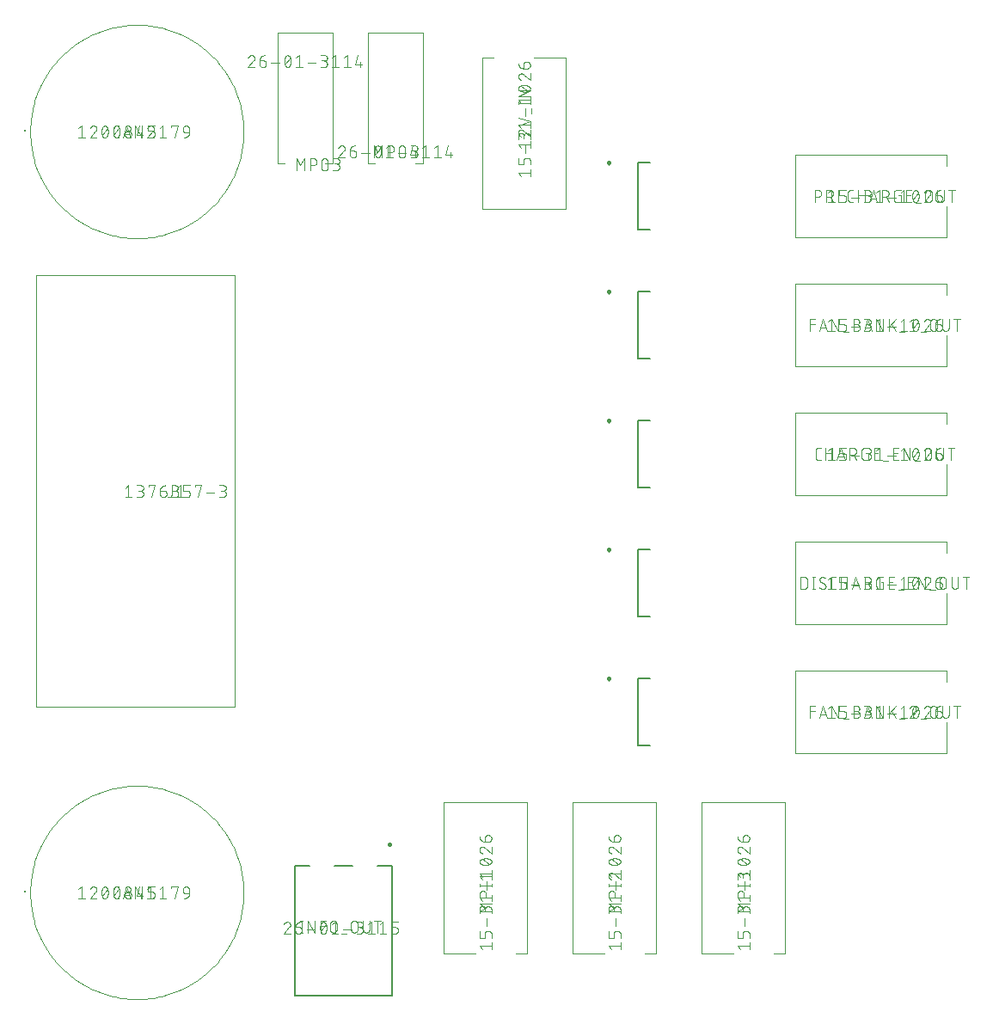
<source format=gto>
G04 EAGLE Gerber RS-274X export*
G75*
%MOMM*%
%FSLAX34Y34*%
%LPD*%
%INTop Silkscreen*%
%IPPOS*%
%AMOC8*
5,1,8,0,0,1.08239X$1,22.5*%
G01*
%ADD10C,0.100000*%
%ADD11C,0.101600*%
%ADD12C,0.250000*%
%ADD13C,0.200000*%
%ADD14C,0.254000*%
%ADD15C,0.100000*%


D10*
X465300Y949100D02*
X454300Y949100D01*
X454300Y800100D01*
X536300Y800100D01*
X536300Y949100D01*
X505300Y949100D01*
D11*
X489458Y863394D02*
X492054Y860148D01*
X489458Y863394D02*
X501142Y863394D01*
X501142Y866639D02*
X501142Y860148D01*
X489458Y875148D02*
X489460Y875255D01*
X489466Y875361D01*
X489476Y875467D01*
X489489Y875573D01*
X489507Y875679D01*
X489528Y875783D01*
X489553Y875887D01*
X489582Y875990D01*
X489614Y876091D01*
X489651Y876191D01*
X489691Y876290D01*
X489734Y876388D01*
X489781Y876484D01*
X489832Y876578D01*
X489886Y876670D01*
X489943Y876760D01*
X490003Y876848D01*
X490067Y876933D01*
X490134Y877016D01*
X490204Y877097D01*
X490276Y877175D01*
X490352Y877251D01*
X490430Y877323D01*
X490511Y877393D01*
X490594Y877460D01*
X490679Y877524D01*
X490767Y877584D01*
X490857Y877641D01*
X490949Y877695D01*
X491043Y877746D01*
X491139Y877793D01*
X491237Y877836D01*
X491336Y877876D01*
X491436Y877913D01*
X491537Y877945D01*
X491640Y877974D01*
X491744Y877999D01*
X491848Y878020D01*
X491954Y878038D01*
X492060Y878051D01*
X492166Y878061D01*
X492272Y878067D01*
X492379Y878069D01*
X489458Y875148D02*
X489460Y875027D01*
X489466Y874906D01*
X489476Y874786D01*
X489489Y874665D01*
X489507Y874546D01*
X489528Y874426D01*
X489553Y874308D01*
X489582Y874191D01*
X489615Y874074D01*
X489651Y873959D01*
X489692Y873845D01*
X489735Y873732D01*
X489783Y873620D01*
X489834Y873511D01*
X489889Y873403D01*
X489947Y873296D01*
X490008Y873192D01*
X490073Y873090D01*
X490141Y872990D01*
X490212Y872892D01*
X490286Y872796D01*
X490363Y872703D01*
X490444Y872613D01*
X490527Y872525D01*
X490613Y872440D01*
X490702Y872357D01*
X490793Y872278D01*
X490887Y872201D01*
X490983Y872128D01*
X491081Y872058D01*
X491182Y871991D01*
X491285Y871927D01*
X491390Y871867D01*
X491497Y871809D01*
X491605Y871756D01*
X491715Y871706D01*
X491827Y871660D01*
X491940Y871617D01*
X492055Y871578D01*
X494651Y877095D02*
X494573Y877174D01*
X494493Y877250D01*
X494410Y877323D01*
X494324Y877393D01*
X494237Y877460D01*
X494146Y877524D01*
X494054Y877584D01*
X493960Y877642D01*
X493863Y877696D01*
X493765Y877746D01*
X493665Y877793D01*
X493564Y877837D01*
X493461Y877877D01*
X493356Y877913D01*
X493251Y877945D01*
X493144Y877974D01*
X493037Y877999D01*
X492928Y878021D01*
X492819Y878038D01*
X492710Y878052D01*
X492600Y878061D01*
X492489Y878067D01*
X492379Y878069D01*
X494651Y877095D02*
X501142Y871578D01*
X501142Y878069D01*
X501142Y886254D02*
X489458Y882359D01*
X489458Y890148D02*
X501142Y886254D01*
X502440Y893944D02*
X502440Y899137D01*
X501142Y904542D02*
X489458Y904542D01*
X501142Y903243D02*
X501142Y905840D01*
X489458Y905840D02*
X489458Y903243D01*
X489458Y910821D02*
X501142Y910821D01*
X501142Y917312D02*
X489458Y910821D01*
X489458Y917312D02*
X501142Y917312D01*
X489458Y835771D02*
X492054Y832526D01*
X489458Y835771D02*
X501142Y835771D01*
X501142Y832526D02*
X501142Y839017D01*
X501142Y843956D02*
X501142Y847850D01*
X501140Y847949D01*
X501134Y848049D01*
X501125Y848148D01*
X501112Y848246D01*
X501095Y848344D01*
X501074Y848442D01*
X501049Y848538D01*
X501021Y848633D01*
X500989Y848727D01*
X500954Y848820D01*
X500915Y848912D01*
X500872Y849002D01*
X500827Y849090D01*
X500777Y849177D01*
X500725Y849261D01*
X500669Y849344D01*
X500611Y849424D01*
X500549Y849502D01*
X500484Y849577D01*
X500416Y849650D01*
X500346Y849720D01*
X500273Y849788D01*
X500198Y849853D01*
X500120Y849915D01*
X500040Y849973D01*
X499957Y850029D01*
X499873Y850081D01*
X499786Y850131D01*
X499698Y850176D01*
X499608Y850219D01*
X499516Y850258D01*
X499423Y850293D01*
X499329Y850325D01*
X499234Y850353D01*
X499138Y850378D01*
X499040Y850399D01*
X498942Y850416D01*
X498844Y850429D01*
X498745Y850438D01*
X498645Y850444D01*
X498546Y850446D01*
X498546Y850447D02*
X497247Y850447D01*
X497247Y850446D02*
X497148Y850444D01*
X497048Y850438D01*
X496949Y850429D01*
X496851Y850416D01*
X496753Y850399D01*
X496655Y850378D01*
X496559Y850353D01*
X496464Y850325D01*
X496370Y850293D01*
X496277Y850258D01*
X496185Y850219D01*
X496095Y850176D01*
X496007Y850131D01*
X495920Y850081D01*
X495836Y850029D01*
X495753Y849973D01*
X495673Y849915D01*
X495595Y849853D01*
X495520Y849788D01*
X495447Y849720D01*
X495377Y849650D01*
X495309Y849577D01*
X495244Y849502D01*
X495182Y849424D01*
X495124Y849344D01*
X495068Y849261D01*
X495016Y849177D01*
X494966Y849090D01*
X494921Y849002D01*
X494878Y848912D01*
X494839Y848820D01*
X494804Y848727D01*
X494772Y848633D01*
X494744Y848538D01*
X494719Y848442D01*
X494698Y848344D01*
X494681Y848246D01*
X494668Y848148D01*
X494659Y848049D01*
X494653Y847949D01*
X494651Y847850D01*
X494651Y843956D01*
X489458Y843956D01*
X489458Y850447D01*
X496598Y855498D02*
X496598Y863288D01*
X501142Y868340D02*
X501142Y871585D01*
X501140Y871698D01*
X501134Y871811D01*
X501124Y871924D01*
X501110Y872037D01*
X501093Y872149D01*
X501071Y872260D01*
X501046Y872370D01*
X501016Y872480D01*
X500983Y872588D01*
X500946Y872695D01*
X500906Y872801D01*
X500861Y872905D01*
X500813Y873008D01*
X500762Y873109D01*
X500707Y873208D01*
X500649Y873305D01*
X500587Y873400D01*
X500522Y873493D01*
X500454Y873583D01*
X500383Y873671D01*
X500308Y873757D01*
X500231Y873840D01*
X500151Y873920D01*
X500068Y873997D01*
X499982Y874072D01*
X499894Y874143D01*
X499804Y874211D01*
X499711Y874276D01*
X499616Y874338D01*
X499519Y874396D01*
X499420Y874451D01*
X499319Y874502D01*
X499216Y874550D01*
X499112Y874595D01*
X499006Y874635D01*
X498899Y874672D01*
X498791Y874705D01*
X498681Y874735D01*
X498571Y874760D01*
X498460Y874782D01*
X498348Y874799D01*
X498235Y874813D01*
X498122Y874823D01*
X498009Y874829D01*
X497896Y874831D01*
X497783Y874829D01*
X497670Y874823D01*
X497557Y874813D01*
X497444Y874799D01*
X497332Y874782D01*
X497221Y874760D01*
X497111Y874735D01*
X497001Y874705D01*
X496893Y874672D01*
X496786Y874635D01*
X496680Y874595D01*
X496576Y874550D01*
X496473Y874502D01*
X496372Y874451D01*
X496273Y874396D01*
X496176Y874338D01*
X496081Y874276D01*
X495988Y874211D01*
X495898Y874143D01*
X495810Y874072D01*
X495724Y873997D01*
X495641Y873920D01*
X495561Y873840D01*
X495484Y873757D01*
X495409Y873671D01*
X495338Y873583D01*
X495270Y873493D01*
X495205Y873400D01*
X495143Y873305D01*
X495085Y873208D01*
X495030Y873109D01*
X494979Y873008D01*
X494931Y872905D01*
X494886Y872801D01*
X494846Y872695D01*
X494809Y872588D01*
X494776Y872480D01*
X494746Y872370D01*
X494721Y872260D01*
X494699Y872149D01*
X494682Y872037D01*
X494668Y871924D01*
X494658Y871811D01*
X494652Y871698D01*
X494650Y871585D01*
X489458Y872234D02*
X489458Y868340D01*
X489458Y872234D02*
X489460Y872335D01*
X489466Y872435D01*
X489476Y872535D01*
X489489Y872635D01*
X489507Y872734D01*
X489528Y872833D01*
X489553Y872930D01*
X489582Y873027D01*
X489615Y873122D01*
X489651Y873216D01*
X489691Y873308D01*
X489734Y873399D01*
X489781Y873488D01*
X489831Y873575D01*
X489885Y873661D01*
X489942Y873744D01*
X490002Y873824D01*
X490065Y873903D01*
X490132Y873979D01*
X490201Y874052D01*
X490273Y874122D01*
X490347Y874190D01*
X490424Y874255D01*
X490504Y874316D01*
X490586Y874375D01*
X490670Y874430D01*
X490756Y874482D01*
X490844Y874531D01*
X490934Y874576D01*
X491026Y874618D01*
X491119Y874656D01*
X491214Y874690D01*
X491309Y874721D01*
X491406Y874748D01*
X491504Y874771D01*
X491603Y874791D01*
X491703Y874806D01*
X491803Y874818D01*
X491903Y874826D01*
X492004Y874830D01*
X492104Y874830D01*
X492205Y874826D01*
X492305Y874818D01*
X492405Y874806D01*
X492505Y874791D01*
X492604Y874771D01*
X492702Y874748D01*
X492799Y874721D01*
X492894Y874690D01*
X492989Y874656D01*
X493082Y874618D01*
X493174Y874576D01*
X493264Y874531D01*
X493352Y874482D01*
X493438Y874430D01*
X493522Y874375D01*
X493604Y874316D01*
X493684Y874255D01*
X493761Y874190D01*
X493835Y874122D01*
X493907Y874052D01*
X493976Y873979D01*
X494043Y873903D01*
X494106Y873824D01*
X494166Y873744D01*
X494223Y873661D01*
X494277Y873575D01*
X494327Y873488D01*
X494374Y873399D01*
X494417Y873308D01*
X494457Y873216D01*
X494493Y873122D01*
X494526Y873027D01*
X494555Y872930D01*
X494580Y872833D01*
X494601Y872734D01*
X494619Y872635D01*
X494632Y872535D01*
X494642Y872435D01*
X494648Y872335D01*
X494650Y872234D01*
X494651Y872234D02*
X494651Y869638D01*
X492054Y879769D02*
X489458Y883015D01*
X501142Y883015D01*
X501142Y879769D02*
X501142Y886261D01*
X496598Y891312D02*
X496598Y899102D01*
X492054Y904153D02*
X489458Y907399D01*
X501142Y907399D01*
X501142Y904153D02*
X501142Y910645D01*
X495300Y915583D02*
X495070Y915586D01*
X494840Y915594D01*
X494611Y915608D01*
X494382Y915627D01*
X494153Y915652D01*
X493925Y915682D01*
X493698Y915717D01*
X493472Y915758D01*
X493247Y915804D01*
X493023Y915856D01*
X492800Y915913D01*
X492579Y915975D01*
X492359Y916043D01*
X492141Y916116D01*
X491925Y916194D01*
X491711Y916277D01*
X491499Y916365D01*
X491288Y916458D01*
X491081Y916557D01*
X490991Y916590D01*
X490902Y916626D01*
X490814Y916666D01*
X490729Y916710D01*
X490645Y916757D01*
X490563Y916807D01*
X490483Y916861D01*
X490406Y916917D01*
X490330Y916977D01*
X490257Y917040D01*
X490187Y917105D01*
X490119Y917174D01*
X490055Y917245D01*
X489993Y917318D01*
X489934Y917394D01*
X489878Y917472D01*
X489825Y917553D01*
X489776Y917635D01*
X489730Y917719D01*
X489687Y917806D01*
X489648Y917893D01*
X489612Y917983D01*
X489580Y918073D01*
X489552Y918165D01*
X489527Y918258D01*
X489506Y918352D01*
X489489Y918446D01*
X489475Y918541D01*
X489466Y918637D01*
X489460Y918733D01*
X489458Y918829D01*
X489460Y918925D01*
X489466Y919021D01*
X489475Y919117D01*
X489489Y919212D01*
X489506Y919306D01*
X489527Y919400D01*
X489552Y919493D01*
X489580Y919585D01*
X489612Y919675D01*
X489648Y919765D01*
X489687Y919853D01*
X489730Y919939D01*
X489776Y920023D01*
X489825Y920105D01*
X489878Y920186D01*
X489934Y920264D01*
X489993Y920340D01*
X490055Y920413D01*
X490119Y920484D01*
X490187Y920553D01*
X490257Y920618D01*
X490330Y920681D01*
X490406Y920741D01*
X490483Y920797D01*
X490563Y920851D01*
X490645Y920901D01*
X490729Y920948D01*
X490814Y920992D01*
X490902Y921032D01*
X490991Y921068D01*
X491081Y921101D01*
X491288Y921200D01*
X491499Y921293D01*
X491711Y921381D01*
X491925Y921464D01*
X492141Y921542D01*
X492359Y921615D01*
X492579Y921683D01*
X492800Y921745D01*
X493023Y921802D01*
X493247Y921854D01*
X493472Y921900D01*
X493698Y921941D01*
X493925Y921976D01*
X494153Y922006D01*
X494382Y922031D01*
X494611Y922050D01*
X494840Y922064D01*
X495070Y922072D01*
X495300Y922075D01*
X495300Y915583D02*
X495530Y915586D01*
X495760Y915594D01*
X495989Y915608D01*
X496218Y915627D01*
X496447Y915652D01*
X496675Y915682D01*
X496902Y915717D01*
X497128Y915758D01*
X497353Y915804D01*
X497577Y915856D01*
X497800Y915913D01*
X498021Y915975D01*
X498241Y916043D01*
X498459Y916116D01*
X498675Y916194D01*
X498889Y916277D01*
X499101Y916365D01*
X499312Y916458D01*
X499519Y916557D01*
X499609Y916590D01*
X499698Y916626D01*
X499786Y916667D01*
X499871Y916710D01*
X499955Y916757D01*
X500037Y916807D01*
X500117Y916861D01*
X500194Y916917D01*
X500270Y916977D01*
X500343Y917040D01*
X500413Y917105D01*
X500481Y917174D01*
X500545Y917245D01*
X500607Y917318D01*
X500666Y917394D01*
X500722Y917472D01*
X500775Y917553D01*
X500824Y917635D01*
X500870Y917719D01*
X500913Y917806D01*
X500952Y917893D01*
X500988Y917983D01*
X501020Y918073D01*
X501048Y918165D01*
X501073Y918258D01*
X501094Y918352D01*
X501111Y918446D01*
X501125Y918541D01*
X501134Y918637D01*
X501140Y918733D01*
X501142Y918829D01*
X499519Y921101D02*
X499312Y921200D01*
X499101Y921293D01*
X498889Y921381D01*
X498675Y921464D01*
X498459Y921542D01*
X498241Y921615D01*
X498021Y921683D01*
X497800Y921745D01*
X497577Y921802D01*
X497353Y921854D01*
X497128Y921900D01*
X496902Y921941D01*
X496675Y921976D01*
X496447Y922006D01*
X496218Y922031D01*
X495989Y922050D01*
X495760Y922064D01*
X495530Y922072D01*
X495300Y922075D01*
X499519Y921101D02*
X499609Y921068D01*
X499698Y921032D01*
X499786Y920992D01*
X499871Y920948D01*
X499955Y920901D01*
X500037Y920851D01*
X500117Y920797D01*
X500194Y920741D01*
X500270Y920681D01*
X500343Y920618D01*
X500413Y920553D01*
X500481Y920484D01*
X500545Y920413D01*
X500607Y920340D01*
X500666Y920264D01*
X500722Y920186D01*
X500775Y920105D01*
X500824Y920023D01*
X500870Y919939D01*
X500913Y919852D01*
X500952Y919765D01*
X500988Y919675D01*
X501020Y919585D01*
X501048Y919493D01*
X501073Y919400D01*
X501094Y919306D01*
X501111Y919212D01*
X501125Y919117D01*
X501134Y919021D01*
X501140Y918925D01*
X501142Y918829D01*
X498546Y916233D02*
X492054Y921425D01*
X489458Y930583D02*
X489460Y930690D01*
X489466Y930796D01*
X489476Y930902D01*
X489489Y931008D01*
X489507Y931114D01*
X489528Y931218D01*
X489553Y931322D01*
X489582Y931425D01*
X489614Y931526D01*
X489651Y931626D01*
X489691Y931725D01*
X489734Y931823D01*
X489781Y931919D01*
X489832Y932013D01*
X489886Y932105D01*
X489943Y932195D01*
X490003Y932283D01*
X490067Y932368D01*
X490134Y932451D01*
X490204Y932532D01*
X490276Y932610D01*
X490352Y932686D01*
X490430Y932758D01*
X490511Y932828D01*
X490594Y932895D01*
X490679Y932959D01*
X490767Y933019D01*
X490857Y933076D01*
X490949Y933130D01*
X491043Y933181D01*
X491139Y933228D01*
X491237Y933271D01*
X491336Y933311D01*
X491436Y933348D01*
X491537Y933380D01*
X491640Y933409D01*
X491744Y933434D01*
X491848Y933455D01*
X491954Y933473D01*
X492060Y933486D01*
X492166Y933496D01*
X492272Y933502D01*
X492379Y933504D01*
X489458Y930583D02*
X489460Y930462D01*
X489466Y930341D01*
X489476Y930221D01*
X489489Y930100D01*
X489507Y929981D01*
X489528Y929861D01*
X489553Y929743D01*
X489582Y929626D01*
X489615Y929509D01*
X489651Y929394D01*
X489692Y929280D01*
X489735Y929167D01*
X489783Y929055D01*
X489834Y928946D01*
X489889Y928838D01*
X489947Y928731D01*
X490008Y928627D01*
X490073Y928525D01*
X490141Y928425D01*
X490212Y928327D01*
X490286Y928231D01*
X490363Y928138D01*
X490444Y928048D01*
X490527Y927960D01*
X490613Y927875D01*
X490702Y927792D01*
X490793Y927713D01*
X490887Y927636D01*
X490983Y927563D01*
X491081Y927493D01*
X491182Y927426D01*
X491285Y927362D01*
X491390Y927302D01*
X491497Y927244D01*
X491605Y927191D01*
X491715Y927141D01*
X491827Y927095D01*
X491940Y927052D01*
X492055Y927013D01*
X494651Y932530D02*
X494573Y932609D01*
X494493Y932685D01*
X494410Y932758D01*
X494324Y932828D01*
X494237Y932895D01*
X494146Y932959D01*
X494054Y933019D01*
X493960Y933077D01*
X493863Y933131D01*
X493765Y933181D01*
X493665Y933228D01*
X493564Y933272D01*
X493461Y933312D01*
X493356Y933348D01*
X493251Y933380D01*
X493144Y933409D01*
X493037Y933434D01*
X492928Y933456D01*
X492819Y933473D01*
X492710Y933487D01*
X492600Y933496D01*
X492489Y933502D01*
X492379Y933504D01*
X494651Y932531D02*
X501142Y927013D01*
X501142Y933504D01*
X494651Y938443D02*
X494651Y942338D01*
X494653Y942437D01*
X494659Y942537D01*
X494668Y942636D01*
X494681Y942734D01*
X494698Y942832D01*
X494719Y942930D01*
X494744Y943026D01*
X494772Y943121D01*
X494804Y943215D01*
X494839Y943308D01*
X494878Y943400D01*
X494921Y943490D01*
X494966Y943578D01*
X495016Y943665D01*
X495068Y943749D01*
X495124Y943832D01*
X495182Y943912D01*
X495244Y943990D01*
X495309Y944065D01*
X495377Y944138D01*
X495447Y944208D01*
X495520Y944276D01*
X495595Y944341D01*
X495673Y944403D01*
X495753Y944461D01*
X495836Y944517D01*
X495920Y944569D01*
X496007Y944619D01*
X496095Y944664D01*
X496185Y944707D01*
X496277Y944746D01*
X496370Y944781D01*
X496464Y944813D01*
X496559Y944841D01*
X496655Y944866D01*
X496753Y944887D01*
X496851Y944904D01*
X496949Y944917D01*
X497048Y944926D01*
X497148Y944932D01*
X497247Y944934D01*
X497896Y944934D01*
X497896Y944935D02*
X498009Y944933D01*
X498122Y944927D01*
X498235Y944917D01*
X498348Y944903D01*
X498460Y944886D01*
X498571Y944864D01*
X498681Y944839D01*
X498791Y944809D01*
X498899Y944776D01*
X499006Y944739D01*
X499112Y944699D01*
X499216Y944654D01*
X499319Y944606D01*
X499420Y944555D01*
X499519Y944500D01*
X499616Y944442D01*
X499711Y944380D01*
X499804Y944315D01*
X499894Y944247D01*
X499982Y944176D01*
X500068Y944101D01*
X500151Y944024D01*
X500231Y943944D01*
X500308Y943861D01*
X500383Y943775D01*
X500454Y943687D01*
X500522Y943597D01*
X500587Y943504D01*
X500649Y943409D01*
X500707Y943312D01*
X500762Y943213D01*
X500813Y943112D01*
X500861Y943009D01*
X500906Y942905D01*
X500946Y942799D01*
X500983Y942692D01*
X501016Y942584D01*
X501046Y942474D01*
X501071Y942364D01*
X501093Y942253D01*
X501110Y942141D01*
X501124Y942028D01*
X501134Y941915D01*
X501140Y941802D01*
X501142Y941689D01*
X501140Y941576D01*
X501134Y941463D01*
X501124Y941350D01*
X501110Y941237D01*
X501093Y941125D01*
X501071Y941014D01*
X501046Y940904D01*
X501016Y940794D01*
X500983Y940686D01*
X500946Y940579D01*
X500906Y940473D01*
X500861Y940369D01*
X500813Y940266D01*
X500762Y940165D01*
X500707Y940066D01*
X500649Y939969D01*
X500587Y939874D01*
X500522Y939781D01*
X500454Y939691D01*
X500383Y939603D01*
X500308Y939517D01*
X500231Y939434D01*
X500151Y939354D01*
X500068Y939277D01*
X499982Y939202D01*
X499894Y939131D01*
X499804Y939063D01*
X499711Y938998D01*
X499616Y938936D01*
X499519Y938878D01*
X499420Y938823D01*
X499319Y938772D01*
X499216Y938724D01*
X499112Y938679D01*
X499006Y938639D01*
X498899Y938602D01*
X498791Y938569D01*
X498681Y938539D01*
X498571Y938514D01*
X498460Y938492D01*
X498348Y938475D01*
X498235Y938461D01*
X498122Y938451D01*
X498009Y938445D01*
X497896Y938443D01*
X494651Y938443D01*
X494508Y938445D01*
X494365Y938451D01*
X494222Y938461D01*
X494080Y938475D01*
X493938Y938492D01*
X493796Y938514D01*
X493655Y938539D01*
X493515Y938569D01*
X493376Y938602D01*
X493238Y938639D01*
X493101Y938680D01*
X492965Y938724D01*
X492830Y938773D01*
X492697Y938825D01*
X492565Y938880D01*
X492435Y938940D01*
X492306Y939003D01*
X492179Y939069D01*
X492055Y939139D01*
X491932Y939212D01*
X491811Y939289D01*
X491692Y939368D01*
X491576Y939452D01*
X491461Y939538D01*
X491350Y939627D01*
X491241Y939720D01*
X491134Y939815D01*
X491030Y939914D01*
X490929Y940015D01*
X490830Y940119D01*
X490735Y940225D01*
X490642Y940335D01*
X490553Y940446D01*
X490467Y940560D01*
X490384Y940677D01*
X490304Y940796D01*
X490227Y940917D01*
X490154Y941039D01*
X490084Y941164D01*
X490018Y941291D01*
X489955Y941420D01*
X489895Y941550D01*
X489840Y941682D01*
X489788Y941815D01*
X489739Y941950D01*
X489695Y942086D01*
X489654Y942223D01*
X489617Y942361D01*
X489584Y942500D01*
X489554Y942640D01*
X489529Y942781D01*
X489507Y942923D01*
X489490Y943065D01*
X489476Y943207D01*
X489466Y943350D01*
X489460Y943493D01*
X489458Y943636D01*
D12*
X577300Y591800D02*
X577302Y591870D01*
X577308Y591940D01*
X577318Y592009D01*
X577331Y592078D01*
X577349Y592146D01*
X577370Y592213D01*
X577395Y592278D01*
X577424Y592342D01*
X577456Y592405D01*
X577492Y592465D01*
X577531Y592523D01*
X577573Y592579D01*
X577618Y592633D01*
X577666Y592684D01*
X577717Y592732D01*
X577771Y592777D01*
X577827Y592819D01*
X577885Y592858D01*
X577945Y592894D01*
X578008Y592926D01*
X578072Y592955D01*
X578137Y592980D01*
X578204Y593001D01*
X578272Y593019D01*
X578341Y593032D01*
X578410Y593042D01*
X578480Y593048D01*
X578550Y593050D01*
X578620Y593048D01*
X578690Y593042D01*
X578759Y593032D01*
X578828Y593019D01*
X578896Y593001D01*
X578963Y592980D01*
X579028Y592955D01*
X579092Y592926D01*
X579155Y592894D01*
X579215Y592858D01*
X579273Y592819D01*
X579329Y592777D01*
X579383Y592732D01*
X579434Y592684D01*
X579482Y592633D01*
X579527Y592579D01*
X579569Y592523D01*
X579608Y592465D01*
X579644Y592405D01*
X579676Y592342D01*
X579705Y592278D01*
X579730Y592213D01*
X579751Y592146D01*
X579769Y592078D01*
X579782Y592009D01*
X579792Y591940D01*
X579798Y591870D01*
X579800Y591800D01*
X579798Y591730D01*
X579792Y591660D01*
X579782Y591591D01*
X579769Y591522D01*
X579751Y591454D01*
X579730Y591387D01*
X579705Y591322D01*
X579676Y591258D01*
X579644Y591195D01*
X579608Y591135D01*
X579569Y591077D01*
X579527Y591021D01*
X579482Y590967D01*
X579434Y590916D01*
X579383Y590868D01*
X579329Y590823D01*
X579273Y590781D01*
X579215Y590742D01*
X579155Y590706D01*
X579092Y590674D01*
X579028Y590645D01*
X578963Y590620D01*
X578896Y590599D01*
X578828Y590581D01*
X578759Y590568D01*
X578690Y590558D01*
X578620Y590552D01*
X578550Y590550D01*
X578480Y590552D01*
X578410Y590558D01*
X578341Y590568D01*
X578272Y590581D01*
X578204Y590599D01*
X578137Y590620D01*
X578072Y590645D01*
X578008Y590674D01*
X577945Y590706D01*
X577885Y590742D01*
X577827Y590781D01*
X577771Y590823D01*
X577717Y590868D01*
X577666Y590916D01*
X577618Y590967D01*
X577573Y591021D01*
X577531Y591077D01*
X577492Y591135D01*
X577456Y591195D01*
X577424Y591258D01*
X577395Y591322D01*
X577370Y591387D01*
X577349Y591454D01*
X577331Y591522D01*
X577318Y591591D01*
X577308Y591660D01*
X577302Y591730D01*
X577300Y591800D01*
D13*
X607050Y525800D02*
X619050Y525800D01*
X619050Y591800D02*
X607050Y591800D01*
X607050Y525800D01*
D10*
X911000Y588800D02*
X911000Y599800D01*
X762000Y599800D01*
X762000Y517800D01*
X911000Y517800D01*
X911000Y548800D01*
D11*
X787410Y552958D02*
X784813Y552958D01*
X784714Y552960D01*
X784614Y552966D01*
X784515Y552975D01*
X784417Y552988D01*
X784319Y553005D01*
X784221Y553026D01*
X784125Y553051D01*
X784030Y553079D01*
X783936Y553111D01*
X783843Y553146D01*
X783751Y553185D01*
X783661Y553228D01*
X783573Y553273D01*
X783486Y553323D01*
X783402Y553375D01*
X783319Y553431D01*
X783239Y553489D01*
X783161Y553551D01*
X783086Y553616D01*
X783013Y553684D01*
X782943Y553754D01*
X782875Y553827D01*
X782810Y553902D01*
X782748Y553980D01*
X782690Y554060D01*
X782634Y554143D01*
X782582Y554227D01*
X782532Y554314D01*
X782487Y554402D01*
X782444Y554492D01*
X782405Y554584D01*
X782370Y554677D01*
X782338Y554771D01*
X782310Y554866D01*
X782285Y554962D01*
X782264Y555060D01*
X782247Y555158D01*
X782234Y555256D01*
X782225Y555355D01*
X782219Y555455D01*
X782217Y555554D01*
X782217Y562046D01*
X782219Y562145D01*
X782225Y562245D01*
X782234Y562344D01*
X782247Y562442D01*
X782264Y562540D01*
X782285Y562638D01*
X782310Y562734D01*
X782338Y562829D01*
X782370Y562923D01*
X782405Y563016D01*
X782444Y563108D01*
X782487Y563198D01*
X782532Y563286D01*
X782582Y563373D01*
X782634Y563457D01*
X782690Y563540D01*
X782748Y563620D01*
X782810Y563698D01*
X782875Y563773D01*
X782943Y563846D01*
X783013Y563916D01*
X783086Y563984D01*
X783161Y564049D01*
X783239Y564111D01*
X783319Y564169D01*
X783402Y564225D01*
X783486Y564277D01*
X783573Y564327D01*
X783661Y564372D01*
X783751Y564415D01*
X783843Y564454D01*
X783935Y564489D01*
X784030Y564521D01*
X784125Y564549D01*
X784221Y564574D01*
X784319Y564595D01*
X784417Y564612D01*
X784515Y564625D01*
X784614Y564634D01*
X784714Y564640D01*
X784813Y564642D01*
X787410Y564642D01*
X792156Y564642D02*
X792156Y552958D01*
X792156Y559449D02*
X798647Y559449D01*
X798647Y564642D02*
X798647Y552958D01*
X803318Y552958D02*
X807213Y564642D01*
X811107Y552958D01*
X810134Y555879D02*
X804292Y555879D01*
X815852Y552958D02*
X815852Y564642D01*
X819097Y564642D01*
X819210Y564640D01*
X819323Y564634D01*
X819436Y564624D01*
X819549Y564610D01*
X819661Y564593D01*
X819772Y564571D01*
X819882Y564546D01*
X819992Y564516D01*
X820100Y564483D01*
X820207Y564446D01*
X820313Y564406D01*
X820417Y564361D01*
X820520Y564313D01*
X820621Y564262D01*
X820720Y564207D01*
X820817Y564149D01*
X820912Y564087D01*
X821005Y564022D01*
X821095Y563954D01*
X821183Y563883D01*
X821269Y563808D01*
X821352Y563731D01*
X821432Y563651D01*
X821509Y563568D01*
X821584Y563482D01*
X821655Y563394D01*
X821723Y563304D01*
X821788Y563211D01*
X821850Y563116D01*
X821908Y563019D01*
X821963Y562920D01*
X822014Y562819D01*
X822062Y562716D01*
X822107Y562612D01*
X822147Y562506D01*
X822184Y562399D01*
X822217Y562291D01*
X822247Y562181D01*
X822272Y562071D01*
X822294Y561960D01*
X822311Y561848D01*
X822325Y561735D01*
X822335Y561622D01*
X822341Y561509D01*
X822343Y561396D01*
X822341Y561283D01*
X822335Y561170D01*
X822325Y561057D01*
X822311Y560944D01*
X822294Y560832D01*
X822272Y560721D01*
X822247Y560611D01*
X822217Y560501D01*
X822184Y560393D01*
X822147Y560286D01*
X822107Y560180D01*
X822062Y560076D01*
X822014Y559973D01*
X821963Y559872D01*
X821908Y559773D01*
X821850Y559676D01*
X821788Y559581D01*
X821723Y559488D01*
X821655Y559398D01*
X821584Y559310D01*
X821509Y559224D01*
X821432Y559141D01*
X821352Y559061D01*
X821269Y558984D01*
X821183Y558909D01*
X821095Y558838D01*
X821005Y558770D01*
X820912Y558705D01*
X820817Y558643D01*
X820720Y558585D01*
X820621Y558530D01*
X820520Y558479D01*
X820417Y558431D01*
X820313Y558386D01*
X820207Y558346D01*
X820100Y558309D01*
X819992Y558276D01*
X819882Y558246D01*
X819772Y558221D01*
X819661Y558199D01*
X819549Y558182D01*
X819436Y558168D01*
X819323Y558158D01*
X819210Y558152D01*
X819097Y558150D01*
X819097Y558151D02*
X815852Y558151D01*
X819746Y558151D02*
X822343Y552958D01*
X832133Y559449D02*
X834080Y559449D01*
X834080Y552958D01*
X830186Y552958D01*
X830087Y552960D01*
X829987Y552966D01*
X829888Y552975D01*
X829790Y552988D01*
X829692Y553005D01*
X829594Y553026D01*
X829498Y553051D01*
X829403Y553079D01*
X829309Y553111D01*
X829216Y553146D01*
X829124Y553185D01*
X829034Y553228D01*
X828946Y553273D01*
X828859Y553323D01*
X828775Y553375D01*
X828692Y553431D01*
X828612Y553489D01*
X828534Y553551D01*
X828459Y553616D01*
X828386Y553684D01*
X828316Y553754D01*
X828248Y553827D01*
X828183Y553902D01*
X828121Y553980D01*
X828063Y554060D01*
X828007Y554143D01*
X827955Y554227D01*
X827905Y554314D01*
X827860Y554402D01*
X827817Y554492D01*
X827778Y554584D01*
X827743Y554677D01*
X827711Y554771D01*
X827683Y554866D01*
X827658Y554962D01*
X827637Y555060D01*
X827620Y555158D01*
X827607Y555256D01*
X827598Y555355D01*
X827592Y555455D01*
X827590Y555554D01*
X827589Y555554D02*
X827589Y562046D01*
X827590Y562046D02*
X827592Y562145D01*
X827598Y562245D01*
X827607Y562344D01*
X827620Y562442D01*
X827637Y562540D01*
X827658Y562638D01*
X827683Y562734D01*
X827711Y562829D01*
X827743Y562923D01*
X827778Y563016D01*
X827817Y563108D01*
X827860Y563198D01*
X827905Y563286D01*
X827955Y563373D01*
X828007Y563457D01*
X828063Y563540D01*
X828121Y563620D01*
X828183Y563698D01*
X828248Y563773D01*
X828316Y563846D01*
X828386Y563916D01*
X828459Y563984D01*
X828534Y564049D01*
X828612Y564111D01*
X828692Y564169D01*
X828775Y564225D01*
X828859Y564277D01*
X828946Y564327D01*
X829034Y564372D01*
X829124Y564415D01*
X829216Y564454D01*
X829308Y564489D01*
X829403Y564521D01*
X829498Y564549D01*
X829594Y564574D01*
X829692Y564595D01*
X829790Y564612D01*
X829888Y564625D01*
X829987Y564634D01*
X830087Y564640D01*
X830186Y564642D01*
X834080Y564642D01*
X839804Y552958D02*
X844997Y552958D01*
X839804Y552958D02*
X839804Y564642D01*
X844997Y564642D01*
X843698Y559449D02*
X839804Y559449D01*
X848812Y551660D02*
X854005Y551660D01*
X858854Y552958D02*
X864047Y552958D01*
X858854Y552958D02*
X858854Y564642D01*
X864047Y564642D01*
X862748Y559449D02*
X858854Y559449D01*
X868737Y564642D02*
X868737Y552958D01*
X875228Y552958D02*
X868737Y564642D01*
X875228Y564642D02*
X875228Y552958D01*
X880054Y551660D02*
X885247Y551660D01*
X889692Y556204D02*
X889692Y561396D01*
X889694Y561509D01*
X889700Y561622D01*
X889710Y561735D01*
X889724Y561848D01*
X889741Y561960D01*
X889763Y562071D01*
X889788Y562181D01*
X889818Y562291D01*
X889851Y562399D01*
X889888Y562506D01*
X889928Y562612D01*
X889973Y562716D01*
X890021Y562819D01*
X890072Y562920D01*
X890127Y563019D01*
X890185Y563116D01*
X890247Y563211D01*
X890312Y563304D01*
X890380Y563394D01*
X890451Y563482D01*
X890526Y563568D01*
X890603Y563651D01*
X890683Y563731D01*
X890766Y563808D01*
X890852Y563883D01*
X890940Y563954D01*
X891030Y564022D01*
X891123Y564087D01*
X891218Y564149D01*
X891315Y564207D01*
X891414Y564262D01*
X891515Y564313D01*
X891618Y564361D01*
X891722Y564406D01*
X891828Y564446D01*
X891935Y564483D01*
X892043Y564516D01*
X892153Y564546D01*
X892263Y564571D01*
X892374Y564593D01*
X892486Y564610D01*
X892599Y564624D01*
X892712Y564634D01*
X892825Y564640D01*
X892938Y564642D01*
X893051Y564640D01*
X893164Y564634D01*
X893277Y564624D01*
X893390Y564610D01*
X893502Y564593D01*
X893613Y564571D01*
X893723Y564546D01*
X893833Y564516D01*
X893941Y564483D01*
X894048Y564446D01*
X894154Y564406D01*
X894258Y564361D01*
X894361Y564313D01*
X894462Y564262D01*
X894561Y564207D01*
X894658Y564149D01*
X894753Y564087D01*
X894846Y564022D01*
X894936Y563954D01*
X895024Y563883D01*
X895110Y563808D01*
X895193Y563731D01*
X895273Y563651D01*
X895350Y563568D01*
X895425Y563482D01*
X895496Y563394D01*
X895564Y563304D01*
X895629Y563211D01*
X895691Y563116D01*
X895749Y563019D01*
X895804Y562920D01*
X895855Y562819D01*
X895903Y562716D01*
X895948Y562612D01*
X895988Y562506D01*
X896025Y562399D01*
X896058Y562291D01*
X896088Y562181D01*
X896113Y562071D01*
X896135Y561960D01*
X896152Y561848D01*
X896166Y561735D01*
X896176Y561622D01*
X896182Y561509D01*
X896184Y561396D01*
X896183Y561396D02*
X896183Y556204D01*
X896184Y556204D02*
X896182Y556091D01*
X896176Y555978D01*
X896166Y555865D01*
X896152Y555752D01*
X896135Y555640D01*
X896113Y555529D01*
X896088Y555419D01*
X896058Y555309D01*
X896025Y555201D01*
X895988Y555094D01*
X895948Y554988D01*
X895903Y554884D01*
X895855Y554781D01*
X895804Y554680D01*
X895749Y554581D01*
X895691Y554484D01*
X895629Y554389D01*
X895564Y554296D01*
X895496Y554206D01*
X895425Y554118D01*
X895350Y554032D01*
X895273Y553949D01*
X895193Y553869D01*
X895110Y553792D01*
X895024Y553717D01*
X894936Y553646D01*
X894846Y553578D01*
X894753Y553513D01*
X894658Y553451D01*
X894561Y553393D01*
X894462Y553338D01*
X894361Y553287D01*
X894258Y553239D01*
X894154Y553194D01*
X894048Y553154D01*
X893941Y553117D01*
X893833Y553084D01*
X893723Y553054D01*
X893613Y553029D01*
X893502Y553007D01*
X893390Y552990D01*
X893277Y552976D01*
X893164Y552966D01*
X893051Y552960D01*
X892938Y552958D01*
X892825Y552960D01*
X892712Y552966D01*
X892599Y552976D01*
X892486Y552990D01*
X892374Y553007D01*
X892263Y553029D01*
X892153Y553054D01*
X892043Y553084D01*
X891935Y553117D01*
X891828Y553154D01*
X891722Y553194D01*
X891618Y553239D01*
X891515Y553287D01*
X891414Y553338D01*
X891315Y553393D01*
X891218Y553451D01*
X891123Y553513D01*
X891030Y553578D01*
X890940Y553646D01*
X890852Y553717D01*
X890766Y553792D01*
X890683Y553869D01*
X890603Y553949D01*
X890526Y554032D01*
X890451Y554118D01*
X890380Y554206D01*
X890312Y554296D01*
X890247Y554389D01*
X890185Y554484D01*
X890127Y554581D01*
X890072Y554680D01*
X890021Y554781D01*
X889973Y554884D01*
X889928Y554988D01*
X889888Y555094D01*
X889851Y555201D01*
X889818Y555309D01*
X889788Y555419D01*
X889763Y555529D01*
X889741Y555640D01*
X889724Y555752D01*
X889710Y555865D01*
X889700Y555978D01*
X889694Y556091D01*
X889692Y556204D01*
X901503Y556204D02*
X901503Y564642D01*
X901503Y556204D02*
X901505Y556091D01*
X901511Y555978D01*
X901521Y555865D01*
X901535Y555752D01*
X901552Y555640D01*
X901574Y555529D01*
X901599Y555419D01*
X901629Y555309D01*
X901662Y555201D01*
X901699Y555094D01*
X901739Y554988D01*
X901784Y554884D01*
X901832Y554781D01*
X901883Y554680D01*
X901938Y554581D01*
X901996Y554484D01*
X902058Y554389D01*
X902123Y554296D01*
X902191Y554206D01*
X902262Y554118D01*
X902337Y554032D01*
X902414Y553949D01*
X902494Y553869D01*
X902577Y553792D01*
X902663Y553717D01*
X902751Y553646D01*
X902841Y553578D01*
X902934Y553513D01*
X903029Y553451D01*
X903126Y553393D01*
X903225Y553338D01*
X903326Y553287D01*
X903429Y553239D01*
X903533Y553194D01*
X903639Y553154D01*
X903746Y553117D01*
X903854Y553084D01*
X903964Y553054D01*
X904074Y553029D01*
X904185Y553007D01*
X904297Y552990D01*
X904410Y552976D01*
X904523Y552966D01*
X904636Y552960D01*
X904749Y552958D01*
X904862Y552960D01*
X904975Y552966D01*
X905088Y552976D01*
X905201Y552990D01*
X905313Y553007D01*
X905424Y553029D01*
X905534Y553054D01*
X905644Y553084D01*
X905752Y553117D01*
X905859Y553154D01*
X905965Y553194D01*
X906069Y553239D01*
X906172Y553287D01*
X906273Y553338D01*
X906372Y553393D01*
X906469Y553451D01*
X906564Y553513D01*
X906657Y553578D01*
X906747Y553646D01*
X906835Y553717D01*
X906921Y553792D01*
X907004Y553869D01*
X907084Y553949D01*
X907161Y554032D01*
X907236Y554118D01*
X907307Y554206D01*
X907375Y554296D01*
X907440Y554389D01*
X907502Y554484D01*
X907560Y554581D01*
X907615Y554680D01*
X907666Y554781D01*
X907714Y554884D01*
X907759Y554988D01*
X907799Y555094D01*
X907836Y555201D01*
X907869Y555309D01*
X907899Y555419D01*
X907924Y555529D01*
X907946Y555640D01*
X907963Y555752D01*
X907977Y555865D01*
X907987Y555978D01*
X907993Y556091D01*
X907995Y556204D01*
X907994Y556204D02*
X907994Y564642D01*
X915798Y564642D02*
X915798Y552958D01*
X912552Y564642D02*
X919043Y564642D01*
X797671Y564642D02*
X794426Y562046D01*
X797671Y564642D02*
X797671Y552958D01*
X794426Y552958D02*
X800917Y552958D01*
X805856Y552958D02*
X809750Y552958D01*
X809849Y552960D01*
X809949Y552966D01*
X810048Y552975D01*
X810146Y552988D01*
X810244Y553005D01*
X810342Y553026D01*
X810438Y553051D01*
X810533Y553079D01*
X810627Y553111D01*
X810720Y553146D01*
X810812Y553185D01*
X810902Y553228D01*
X810990Y553273D01*
X811077Y553323D01*
X811161Y553375D01*
X811244Y553431D01*
X811324Y553489D01*
X811402Y553551D01*
X811477Y553616D01*
X811550Y553684D01*
X811620Y553754D01*
X811688Y553827D01*
X811753Y553902D01*
X811815Y553980D01*
X811873Y554060D01*
X811929Y554143D01*
X811981Y554227D01*
X812031Y554314D01*
X812076Y554402D01*
X812119Y554492D01*
X812158Y554584D01*
X812193Y554677D01*
X812225Y554771D01*
X812253Y554866D01*
X812278Y554962D01*
X812299Y555060D01*
X812316Y555158D01*
X812329Y555256D01*
X812338Y555355D01*
X812344Y555455D01*
X812346Y555554D01*
X812347Y555554D02*
X812347Y556853D01*
X812346Y556853D02*
X812344Y556952D01*
X812338Y557052D01*
X812329Y557151D01*
X812316Y557249D01*
X812299Y557347D01*
X812278Y557445D01*
X812253Y557541D01*
X812225Y557636D01*
X812193Y557730D01*
X812158Y557823D01*
X812119Y557915D01*
X812076Y558005D01*
X812031Y558093D01*
X811981Y558180D01*
X811929Y558264D01*
X811873Y558347D01*
X811815Y558427D01*
X811753Y558505D01*
X811688Y558580D01*
X811620Y558653D01*
X811550Y558723D01*
X811477Y558791D01*
X811402Y558856D01*
X811324Y558918D01*
X811244Y558976D01*
X811161Y559032D01*
X811077Y559084D01*
X810990Y559134D01*
X810902Y559179D01*
X810812Y559222D01*
X810720Y559261D01*
X810627Y559296D01*
X810533Y559328D01*
X810438Y559356D01*
X810342Y559381D01*
X810244Y559402D01*
X810146Y559419D01*
X810048Y559432D01*
X809949Y559441D01*
X809849Y559447D01*
X809750Y559449D01*
X805856Y559449D01*
X805856Y564642D01*
X812347Y564642D01*
X817398Y557502D02*
X825188Y557502D01*
X830240Y552958D02*
X833485Y552958D01*
X833598Y552960D01*
X833711Y552966D01*
X833824Y552976D01*
X833937Y552990D01*
X834049Y553007D01*
X834160Y553029D01*
X834270Y553054D01*
X834380Y553084D01*
X834488Y553117D01*
X834595Y553154D01*
X834701Y553194D01*
X834805Y553239D01*
X834908Y553287D01*
X835009Y553338D01*
X835108Y553393D01*
X835205Y553451D01*
X835300Y553513D01*
X835393Y553578D01*
X835483Y553646D01*
X835571Y553717D01*
X835657Y553792D01*
X835740Y553869D01*
X835820Y553949D01*
X835897Y554032D01*
X835972Y554118D01*
X836043Y554206D01*
X836111Y554296D01*
X836176Y554389D01*
X836238Y554484D01*
X836296Y554581D01*
X836351Y554680D01*
X836402Y554781D01*
X836450Y554884D01*
X836495Y554988D01*
X836535Y555094D01*
X836572Y555201D01*
X836605Y555309D01*
X836635Y555419D01*
X836660Y555529D01*
X836682Y555640D01*
X836699Y555752D01*
X836713Y555865D01*
X836723Y555978D01*
X836729Y556091D01*
X836731Y556204D01*
X836729Y556317D01*
X836723Y556430D01*
X836713Y556543D01*
X836699Y556656D01*
X836682Y556768D01*
X836660Y556879D01*
X836635Y556989D01*
X836605Y557099D01*
X836572Y557207D01*
X836535Y557314D01*
X836495Y557420D01*
X836450Y557524D01*
X836402Y557627D01*
X836351Y557728D01*
X836296Y557827D01*
X836238Y557924D01*
X836176Y558019D01*
X836111Y558112D01*
X836043Y558202D01*
X835972Y558290D01*
X835897Y558376D01*
X835820Y558459D01*
X835740Y558539D01*
X835657Y558616D01*
X835571Y558691D01*
X835483Y558762D01*
X835393Y558830D01*
X835300Y558895D01*
X835205Y558957D01*
X835108Y559015D01*
X835009Y559070D01*
X834908Y559121D01*
X834805Y559169D01*
X834701Y559214D01*
X834595Y559254D01*
X834488Y559291D01*
X834380Y559324D01*
X834270Y559354D01*
X834160Y559379D01*
X834049Y559401D01*
X833937Y559418D01*
X833824Y559432D01*
X833711Y559442D01*
X833598Y559448D01*
X833485Y559450D01*
X834134Y564642D02*
X830240Y564642D01*
X834134Y564642D02*
X834235Y564640D01*
X834335Y564634D01*
X834435Y564624D01*
X834535Y564611D01*
X834634Y564593D01*
X834733Y564572D01*
X834830Y564547D01*
X834927Y564518D01*
X835022Y564485D01*
X835116Y564449D01*
X835208Y564409D01*
X835299Y564366D01*
X835388Y564319D01*
X835475Y564269D01*
X835561Y564215D01*
X835644Y564158D01*
X835724Y564098D01*
X835803Y564035D01*
X835879Y563968D01*
X835952Y563899D01*
X836022Y563827D01*
X836090Y563753D01*
X836155Y563676D01*
X836216Y563596D01*
X836275Y563514D01*
X836330Y563430D01*
X836382Y563344D01*
X836431Y563256D01*
X836476Y563166D01*
X836518Y563074D01*
X836556Y562981D01*
X836590Y562886D01*
X836621Y562791D01*
X836648Y562694D01*
X836671Y562596D01*
X836691Y562497D01*
X836706Y562397D01*
X836718Y562297D01*
X836726Y562197D01*
X836730Y562096D01*
X836730Y561996D01*
X836726Y561895D01*
X836718Y561795D01*
X836706Y561695D01*
X836691Y561595D01*
X836671Y561496D01*
X836648Y561398D01*
X836621Y561301D01*
X836590Y561206D01*
X836556Y561111D01*
X836518Y561018D01*
X836476Y560926D01*
X836431Y560836D01*
X836382Y560748D01*
X836330Y560662D01*
X836275Y560578D01*
X836216Y560496D01*
X836155Y560416D01*
X836090Y560339D01*
X836022Y560265D01*
X835952Y560193D01*
X835879Y560124D01*
X835803Y560057D01*
X835724Y559994D01*
X835644Y559934D01*
X835561Y559877D01*
X835475Y559823D01*
X835388Y559773D01*
X835299Y559726D01*
X835208Y559683D01*
X835116Y559643D01*
X835022Y559607D01*
X834927Y559574D01*
X834830Y559545D01*
X834733Y559520D01*
X834634Y559499D01*
X834535Y559481D01*
X834435Y559468D01*
X834335Y559458D01*
X834235Y559452D01*
X834134Y559450D01*
X834134Y559449D02*
X831538Y559449D01*
X841669Y562046D02*
X844915Y564642D01*
X844915Y552958D01*
X841669Y552958D02*
X848161Y552958D01*
X853212Y557502D02*
X861002Y557502D01*
X866053Y562046D02*
X869299Y564642D01*
X869299Y552958D01*
X866053Y552958D02*
X872545Y552958D01*
X877484Y558800D02*
X877487Y559030D01*
X877495Y559260D01*
X877509Y559489D01*
X877528Y559718D01*
X877553Y559947D01*
X877583Y560174D01*
X877618Y560402D01*
X877659Y560628D01*
X877705Y560853D01*
X877757Y561077D01*
X877814Y561299D01*
X877876Y561521D01*
X877944Y561740D01*
X878017Y561958D01*
X878095Y562175D01*
X878178Y562389D01*
X878266Y562601D01*
X878359Y562811D01*
X878458Y563019D01*
X878457Y563019D02*
X878490Y563109D01*
X878526Y563198D01*
X878566Y563286D01*
X878610Y563371D01*
X878657Y563455D01*
X878707Y563537D01*
X878761Y563617D01*
X878817Y563694D01*
X878877Y563770D01*
X878940Y563843D01*
X879005Y563913D01*
X879074Y563981D01*
X879145Y564045D01*
X879218Y564107D01*
X879294Y564166D01*
X879372Y564222D01*
X879453Y564275D01*
X879535Y564324D01*
X879619Y564370D01*
X879706Y564413D01*
X879793Y564452D01*
X879883Y564488D01*
X879973Y564520D01*
X880065Y564548D01*
X880158Y564573D01*
X880252Y564594D01*
X880346Y564611D01*
X880441Y564625D01*
X880537Y564634D01*
X880633Y564640D01*
X880729Y564642D01*
X880825Y564640D01*
X880921Y564634D01*
X881017Y564625D01*
X881112Y564611D01*
X881206Y564594D01*
X881300Y564573D01*
X881393Y564548D01*
X881485Y564520D01*
X881575Y564488D01*
X881665Y564452D01*
X881752Y564413D01*
X881839Y564370D01*
X881923Y564324D01*
X882005Y564275D01*
X882086Y564222D01*
X882164Y564166D01*
X882240Y564107D01*
X882313Y564045D01*
X882384Y563981D01*
X882453Y563913D01*
X882518Y563843D01*
X882581Y563770D01*
X882641Y563694D01*
X882697Y563617D01*
X882751Y563537D01*
X882801Y563455D01*
X882848Y563371D01*
X882892Y563286D01*
X882932Y563198D01*
X882968Y563109D01*
X883001Y563019D01*
X883100Y562812D01*
X883193Y562602D01*
X883281Y562389D01*
X883364Y562175D01*
X883442Y561959D01*
X883515Y561741D01*
X883583Y561521D01*
X883645Y561300D01*
X883702Y561077D01*
X883754Y560853D01*
X883800Y560628D01*
X883841Y560402D01*
X883876Y560175D01*
X883906Y559947D01*
X883931Y559718D01*
X883950Y559489D01*
X883964Y559260D01*
X883972Y559030D01*
X883975Y558800D01*
X877483Y558800D02*
X877486Y558570D01*
X877494Y558340D01*
X877508Y558111D01*
X877527Y557882D01*
X877552Y557653D01*
X877582Y557425D01*
X877617Y557198D01*
X877658Y556972D01*
X877704Y556747D01*
X877756Y556523D01*
X877813Y556300D01*
X877875Y556079D01*
X877943Y555859D01*
X878016Y555641D01*
X878094Y555425D01*
X878177Y555211D01*
X878265Y554999D01*
X878358Y554788D01*
X878457Y554581D01*
X878490Y554491D01*
X878526Y554402D01*
X878567Y554314D01*
X878610Y554229D01*
X878657Y554145D01*
X878707Y554063D01*
X878761Y553983D01*
X878817Y553906D01*
X878877Y553830D01*
X878940Y553757D01*
X879005Y553687D01*
X879074Y553619D01*
X879145Y553555D01*
X879218Y553493D01*
X879294Y553434D01*
X879372Y553378D01*
X879453Y553325D01*
X879535Y553276D01*
X879619Y553230D01*
X879706Y553187D01*
X879793Y553148D01*
X879883Y553112D01*
X879973Y553080D01*
X880065Y553052D01*
X880158Y553027D01*
X880252Y553006D01*
X880346Y552989D01*
X880441Y552975D01*
X880537Y552966D01*
X880633Y552960D01*
X880729Y552958D01*
X883001Y554581D02*
X883100Y554788D01*
X883193Y554999D01*
X883281Y555211D01*
X883364Y555425D01*
X883442Y555641D01*
X883515Y555859D01*
X883583Y556079D01*
X883645Y556300D01*
X883702Y556523D01*
X883754Y556747D01*
X883800Y556972D01*
X883841Y557198D01*
X883876Y557425D01*
X883906Y557653D01*
X883931Y557882D01*
X883950Y558111D01*
X883964Y558340D01*
X883972Y558570D01*
X883975Y558800D01*
X883001Y554581D02*
X882968Y554491D01*
X882932Y554402D01*
X882892Y554314D01*
X882848Y554229D01*
X882801Y554145D01*
X882751Y554063D01*
X882697Y553983D01*
X882641Y553906D01*
X882581Y553830D01*
X882518Y553757D01*
X882453Y553687D01*
X882384Y553619D01*
X882313Y553555D01*
X882240Y553493D01*
X882164Y553434D01*
X882086Y553378D01*
X882005Y553325D01*
X881923Y553276D01*
X881839Y553230D01*
X881752Y553187D01*
X881665Y553148D01*
X881575Y553112D01*
X881485Y553080D01*
X881393Y553052D01*
X881300Y553027D01*
X881206Y553006D01*
X881112Y552989D01*
X881017Y552975D01*
X880921Y552966D01*
X880825Y552960D01*
X880729Y552958D01*
X878133Y555554D02*
X883325Y562046D01*
X892483Y564642D02*
X892590Y564640D01*
X892696Y564634D01*
X892802Y564624D01*
X892908Y564611D01*
X893014Y564593D01*
X893118Y564572D01*
X893222Y564547D01*
X893325Y564518D01*
X893426Y564486D01*
X893526Y564449D01*
X893625Y564409D01*
X893723Y564366D01*
X893819Y564319D01*
X893913Y564268D01*
X894005Y564214D01*
X894095Y564157D01*
X894183Y564097D01*
X894268Y564033D01*
X894351Y563966D01*
X894432Y563896D01*
X894510Y563824D01*
X894586Y563748D01*
X894658Y563670D01*
X894728Y563589D01*
X894795Y563506D01*
X894859Y563421D01*
X894919Y563333D01*
X894976Y563243D01*
X895030Y563151D01*
X895081Y563057D01*
X895128Y562961D01*
X895171Y562863D01*
X895211Y562764D01*
X895248Y562664D01*
X895280Y562563D01*
X895309Y562460D01*
X895334Y562356D01*
X895355Y562252D01*
X895373Y562146D01*
X895386Y562040D01*
X895396Y561934D01*
X895402Y561828D01*
X895404Y561721D01*
X892483Y564642D02*
X892362Y564640D01*
X892241Y564634D01*
X892121Y564624D01*
X892000Y564611D01*
X891881Y564593D01*
X891761Y564572D01*
X891643Y564547D01*
X891526Y564518D01*
X891409Y564485D01*
X891294Y564449D01*
X891180Y564408D01*
X891067Y564365D01*
X890955Y564317D01*
X890846Y564266D01*
X890738Y564211D01*
X890631Y564153D01*
X890527Y564092D01*
X890425Y564027D01*
X890325Y563959D01*
X890227Y563888D01*
X890131Y563814D01*
X890038Y563737D01*
X889948Y563656D01*
X889860Y563573D01*
X889775Y563487D01*
X889692Y563398D01*
X889613Y563307D01*
X889536Y563213D01*
X889463Y563117D01*
X889393Y563019D01*
X889326Y562918D01*
X889262Y562815D01*
X889202Y562710D01*
X889145Y562603D01*
X889091Y562495D01*
X889041Y562385D01*
X888995Y562273D01*
X888952Y562160D01*
X888913Y562045D01*
X894431Y559449D02*
X894510Y559526D01*
X894586Y559607D01*
X894659Y559690D01*
X894729Y559775D01*
X894796Y559863D01*
X894860Y559953D01*
X894920Y560045D01*
X894977Y560140D01*
X895031Y560236D01*
X895082Y560334D01*
X895129Y560434D01*
X895173Y560536D01*
X895213Y560639D01*
X895249Y560743D01*
X895281Y560849D01*
X895310Y560955D01*
X895335Y561063D01*
X895357Y561171D01*
X895374Y561281D01*
X895388Y561390D01*
X895397Y561500D01*
X895403Y561611D01*
X895405Y561721D01*
X894431Y559449D02*
X888913Y552958D01*
X895404Y552958D01*
X900343Y559449D02*
X904238Y559449D01*
X904337Y559447D01*
X904437Y559441D01*
X904536Y559432D01*
X904634Y559419D01*
X904732Y559402D01*
X904830Y559381D01*
X904926Y559356D01*
X905021Y559328D01*
X905115Y559296D01*
X905208Y559261D01*
X905300Y559222D01*
X905390Y559179D01*
X905478Y559134D01*
X905565Y559084D01*
X905649Y559032D01*
X905732Y558976D01*
X905812Y558918D01*
X905890Y558856D01*
X905965Y558791D01*
X906038Y558723D01*
X906108Y558653D01*
X906176Y558580D01*
X906241Y558505D01*
X906303Y558427D01*
X906361Y558347D01*
X906417Y558264D01*
X906469Y558180D01*
X906519Y558093D01*
X906564Y558005D01*
X906607Y557915D01*
X906646Y557823D01*
X906681Y557730D01*
X906713Y557636D01*
X906741Y557541D01*
X906766Y557445D01*
X906787Y557347D01*
X906804Y557249D01*
X906817Y557151D01*
X906826Y557052D01*
X906832Y556952D01*
X906834Y556853D01*
X906834Y556204D01*
X906835Y556204D02*
X906833Y556091D01*
X906827Y555978D01*
X906817Y555865D01*
X906803Y555752D01*
X906786Y555640D01*
X906764Y555529D01*
X906739Y555419D01*
X906709Y555309D01*
X906676Y555201D01*
X906639Y555094D01*
X906599Y554988D01*
X906554Y554884D01*
X906506Y554781D01*
X906455Y554680D01*
X906400Y554581D01*
X906342Y554484D01*
X906280Y554389D01*
X906215Y554296D01*
X906147Y554206D01*
X906076Y554118D01*
X906001Y554032D01*
X905924Y553949D01*
X905844Y553869D01*
X905761Y553792D01*
X905675Y553717D01*
X905587Y553646D01*
X905497Y553578D01*
X905404Y553513D01*
X905309Y553451D01*
X905212Y553393D01*
X905113Y553338D01*
X905012Y553287D01*
X904909Y553239D01*
X904805Y553194D01*
X904699Y553154D01*
X904592Y553117D01*
X904484Y553084D01*
X904374Y553054D01*
X904264Y553029D01*
X904153Y553007D01*
X904041Y552990D01*
X903928Y552976D01*
X903815Y552966D01*
X903702Y552960D01*
X903589Y552958D01*
X903476Y552960D01*
X903363Y552966D01*
X903250Y552976D01*
X903137Y552990D01*
X903025Y553007D01*
X902914Y553029D01*
X902804Y553054D01*
X902694Y553084D01*
X902586Y553117D01*
X902479Y553154D01*
X902373Y553194D01*
X902269Y553239D01*
X902166Y553287D01*
X902065Y553338D01*
X901966Y553393D01*
X901869Y553451D01*
X901774Y553513D01*
X901681Y553578D01*
X901591Y553646D01*
X901503Y553717D01*
X901417Y553792D01*
X901334Y553869D01*
X901254Y553949D01*
X901177Y554032D01*
X901102Y554118D01*
X901031Y554206D01*
X900963Y554296D01*
X900898Y554389D01*
X900836Y554484D01*
X900778Y554581D01*
X900723Y554680D01*
X900672Y554781D01*
X900624Y554884D01*
X900579Y554988D01*
X900539Y555094D01*
X900502Y555201D01*
X900469Y555309D01*
X900439Y555419D01*
X900414Y555529D01*
X900392Y555640D01*
X900375Y555752D01*
X900361Y555865D01*
X900351Y555978D01*
X900345Y556091D01*
X900343Y556204D01*
X900343Y559449D01*
X900345Y559592D01*
X900351Y559735D01*
X900361Y559878D01*
X900375Y560020D01*
X900392Y560162D01*
X900414Y560304D01*
X900439Y560445D01*
X900469Y560585D01*
X900502Y560724D01*
X900539Y560862D01*
X900580Y560999D01*
X900624Y561135D01*
X900673Y561270D01*
X900725Y561403D01*
X900780Y561535D01*
X900840Y561665D01*
X900903Y561794D01*
X900969Y561921D01*
X901039Y562045D01*
X901112Y562168D01*
X901189Y562289D01*
X901269Y562408D01*
X901352Y562524D01*
X901438Y562639D01*
X901527Y562750D01*
X901620Y562860D01*
X901715Y562966D01*
X901814Y563070D01*
X901915Y563171D01*
X902019Y563270D01*
X902125Y563365D01*
X902235Y563458D01*
X902346Y563547D01*
X902461Y563633D01*
X902577Y563716D01*
X902696Y563796D01*
X902817Y563873D01*
X902939Y563946D01*
X903064Y564016D01*
X903191Y564082D01*
X903320Y564145D01*
X903450Y564205D01*
X903582Y564260D01*
X903715Y564312D01*
X903850Y564361D01*
X903986Y564405D01*
X904123Y564446D01*
X904261Y564483D01*
X904400Y564516D01*
X904540Y564546D01*
X904681Y564571D01*
X904823Y564593D01*
X904965Y564610D01*
X905107Y564624D01*
X905250Y564634D01*
X905393Y564640D01*
X905536Y564642D01*
D12*
X577300Y464800D02*
X577302Y464870D01*
X577308Y464940D01*
X577318Y465009D01*
X577331Y465078D01*
X577349Y465146D01*
X577370Y465213D01*
X577395Y465278D01*
X577424Y465342D01*
X577456Y465405D01*
X577492Y465465D01*
X577531Y465523D01*
X577573Y465579D01*
X577618Y465633D01*
X577666Y465684D01*
X577717Y465732D01*
X577771Y465777D01*
X577827Y465819D01*
X577885Y465858D01*
X577945Y465894D01*
X578008Y465926D01*
X578072Y465955D01*
X578137Y465980D01*
X578204Y466001D01*
X578272Y466019D01*
X578341Y466032D01*
X578410Y466042D01*
X578480Y466048D01*
X578550Y466050D01*
X578620Y466048D01*
X578690Y466042D01*
X578759Y466032D01*
X578828Y466019D01*
X578896Y466001D01*
X578963Y465980D01*
X579028Y465955D01*
X579092Y465926D01*
X579155Y465894D01*
X579215Y465858D01*
X579273Y465819D01*
X579329Y465777D01*
X579383Y465732D01*
X579434Y465684D01*
X579482Y465633D01*
X579527Y465579D01*
X579569Y465523D01*
X579608Y465465D01*
X579644Y465405D01*
X579676Y465342D01*
X579705Y465278D01*
X579730Y465213D01*
X579751Y465146D01*
X579769Y465078D01*
X579782Y465009D01*
X579792Y464940D01*
X579798Y464870D01*
X579800Y464800D01*
X579798Y464730D01*
X579792Y464660D01*
X579782Y464591D01*
X579769Y464522D01*
X579751Y464454D01*
X579730Y464387D01*
X579705Y464322D01*
X579676Y464258D01*
X579644Y464195D01*
X579608Y464135D01*
X579569Y464077D01*
X579527Y464021D01*
X579482Y463967D01*
X579434Y463916D01*
X579383Y463868D01*
X579329Y463823D01*
X579273Y463781D01*
X579215Y463742D01*
X579155Y463706D01*
X579092Y463674D01*
X579028Y463645D01*
X578963Y463620D01*
X578896Y463599D01*
X578828Y463581D01*
X578759Y463568D01*
X578690Y463558D01*
X578620Y463552D01*
X578550Y463550D01*
X578480Y463552D01*
X578410Y463558D01*
X578341Y463568D01*
X578272Y463581D01*
X578204Y463599D01*
X578137Y463620D01*
X578072Y463645D01*
X578008Y463674D01*
X577945Y463706D01*
X577885Y463742D01*
X577827Y463781D01*
X577771Y463823D01*
X577717Y463868D01*
X577666Y463916D01*
X577618Y463967D01*
X577573Y464021D01*
X577531Y464077D01*
X577492Y464135D01*
X577456Y464195D01*
X577424Y464258D01*
X577395Y464322D01*
X577370Y464387D01*
X577349Y464454D01*
X577331Y464522D01*
X577318Y464591D01*
X577308Y464660D01*
X577302Y464730D01*
X577300Y464800D01*
D13*
X607050Y398800D02*
X619050Y398800D01*
X619050Y464800D02*
X607050Y464800D01*
X607050Y398800D01*
D10*
X911000Y461800D02*
X911000Y472800D01*
X762000Y472800D01*
X762000Y390800D01*
X911000Y390800D01*
X911000Y421800D01*
D11*
X767565Y425958D02*
X767565Y437642D01*
X770811Y437642D01*
X770924Y437640D01*
X771037Y437634D01*
X771150Y437624D01*
X771263Y437610D01*
X771375Y437593D01*
X771486Y437571D01*
X771596Y437546D01*
X771706Y437516D01*
X771814Y437483D01*
X771921Y437446D01*
X772027Y437406D01*
X772131Y437361D01*
X772234Y437313D01*
X772335Y437262D01*
X772434Y437207D01*
X772531Y437149D01*
X772626Y437087D01*
X772719Y437022D01*
X772809Y436954D01*
X772897Y436883D01*
X772983Y436808D01*
X773066Y436731D01*
X773146Y436651D01*
X773223Y436568D01*
X773298Y436482D01*
X773369Y436394D01*
X773437Y436304D01*
X773502Y436211D01*
X773564Y436116D01*
X773622Y436019D01*
X773677Y435920D01*
X773728Y435819D01*
X773776Y435716D01*
X773821Y435612D01*
X773861Y435506D01*
X773898Y435399D01*
X773931Y435291D01*
X773961Y435181D01*
X773986Y435071D01*
X774008Y434960D01*
X774025Y434848D01*
X774039Y434735D01*
X774049Y434622D01*
X774055Y434509D01*
X774057Y434396D01*
X774056Y434396D02*
X774056Y429204D01*
X774057Y429204D02*
X774055Y429091D01*
X774049Y428978D01*
X774039Y428865D01*
X774025Y428752D01*
X774008Y428640D01*
X773986Y428529D01*
X773961Y428419D01*
X773931Y428309D01*
X773898Y428201D01*
X773861Y428094D01*
X773821Y427988D01*
X773776Y427884D01*
X773728Y427781D01*
X773677Y427680D01*
X773622Y427581D01*
X773564Y427484D01*
X773502Y427389D01*
X773437Y427296D01*
X773369Y427206D01*
X773298Y427118D01*
X773223Y427032D01*
X773146Y426949D01*
X773066Y426869D01*
X772983Y426792D01*
X772897Y426717D01*
X772809Y426646D01*
X772719Y426578D01*
X772626Y426513D01*
X772531Y426451D01*
X772434Y426393D01*
X772335Y426338D01*
X772234Y426287D01*
X772131Y426239D01*
X772027Y426194D01*
X771921Y426154D01*
X771814Y426117D01*
X771706Y426084D01*
X771596Y426054D01*
X771486Y426029D01*
X771375Y426007D01*
X771263Y425990D01*
X771150Y425976D01*
X771037Y425966D01*
X770924Y425960D01*
X770811Y425958D01*
X767565Y425958D01*
X780336Y425958D02*
X780336Y437642D01*
X779037Y425958D02*
X781634Y425958D01*
X781634Y437642D02*
X779037Y437642D01*
X789748Y425958D02*
X789847Y425960D01*
X789947Y425966D01*
X790046Y425975D01*
X790144Y425988D01*
X790242Y426005D01*
X790340Y426026D01*
X790436Y426051D01*
X790531Y426079D01*
X790625Y426111D01*
X790718Y426146D01*
X790810Y426185D01*
X790900Y426228D01*
X790988Y426273D01*
X791075Y426323D01*
X791159Y426375D01*
X791242Y426431D01*
X791322Y426489D01*
X791400Y426551D01*
X791475Y426616D01*
X791548Y426684D01*
X791618Y426754D01*
X791686Y426827D01*
X791751Y426902D01*
X791813Y426980D01*
X791871Y427060D01*
X791927Y427143D01*
X791979Y427227D01*
X792029Y427314D01*
X792074Y427402D01*
X792117Y427492D01*
X792156Y427584D01*
X792191Y427677D01*
X792223Y427771D01*
X792251Y427866D01*
X792276Y427962D01*
X792297Y428060D01*
X792314Y428158D01*
X792327Y428256D01*
X792336Y428355D01*
X792342Y428455D01*
X792344Y428554D01*
X789748Y425958D02*
X789604Y425960D01*
X789459Y425966D01*
X789315Y425975D01*
X789172Y425988D01*
X789028Y426005D01*
X788885Y426026D01*
X788743Y426051D01*
X788602Y426079D01*
X788461Y426111D01*
X788321Y426147D01*
X788182Y426186D01*
X788044Y426229D01*
X787908Y426276D01*
X787772Y426326D01*
X787638Y426380D01*
X787506Y426437D01*
X787375Y426498D01*
X787246Y426562D01*
X787118Y426630D01*
X786992Y426700D01*
X786868Y426775D01*
X786747Y426852D01*
X786627Y426933D01*
X786509Y427016D01*
X786394Y427103D01*
X786281Y427193D01*
X786170Y427286D01*
X786062Y427381D01*
X785956Y427480D01*
X785853Y427581D01*
X786178Y435046D02*
X786180Y435145D01*
X786186Y435245D01*
X786195Y435344D01*
X786208Y435442D01*
X786225Y435540D01*
X786246Y435638D01*
X786271Y435734D01*
X786299Y435829D01*
X786331Y435923D01*
X786366Y436016D01*
X786405Y436108D01*
X786448Y436198D01*
X786493Y436286D01*
X786543Y436373D01*
X786595Y436457D01*
X786651Y436540D01*
X786709Y436620D01*
X786771Y436698D01*
X786836Y436773D01*
X786904Y436846D01*
X786974Y436916D01*
X787047Y436984D01*
X787122Y437049D01*
X787200Y437111D01*
X787280Y437169D01*
X787363Y437225D01*
X787447Y437277D01*
X787534Y437327D01*
X787622Y437372D01*
X787712Y437415D01*
X787804Y437454D01*
X787897Y437489D01*
X787991Y437521D01*
X788086Y437549D01*
X788183Y437574D01*
X788280Y437595D01*
X788378Y437612D01*
X788476Y437625D01*
X788575Y437634D01*
X788675Y437640D01*
X788774Y437642D01*
X788910Y437640D01*
X789046Y437634D01*
X789182Y437625D01*
X789318Y437612D01*
X789453Y437594D01*
X789587Y437574D01*
X789721Y437549D01*
X789855Y437521D01*
X789987Y437488D01*
X790118Y437453D01*
X790249Y437413D01*
X790378Y437370D01*
X790506Y437324D01*
X790632Y437273D01*
X790758Y437220D01*
X790881Y437162D01*
X791003Y437102D01*
X791123Y437038D01*
X791242Y436970D01*
X791358Y436900D01*
X791472Y436826D01*
X791585Y436749D01*
X791695Y436668D01*
X787476Y432774D02*
X787390Y432827D01*
X787306Y432884D01*
X787224Y432943D01*
X787144Y433006D01*
X787067Y433072D01*
X786992Y433140D01*
X786920Y433212D01*
X786851Y433286D01*
X786785Y433363D01*
X786722Y433442D01*
X786662Y433524D01*
X786605Y433608D01*
X786551Y433694D01*
X786501Y433782D01*
X786454Y433872D01*
X786410Y433963D01*
X786371Y434057D01*
X786334Y434151D01*
X786302Y434247D01*
X786273Y434345D01*
X786248Y434443D01*
X786227Y434542D01*
X786209Y434642D01*
X786196Y434742D01*
X786186Y434843D01*
X786180Y434945D01*
X786178Y435046D01*
X791046Y430826D02*
X791132Y430773D01*
X791216Y430716D01*
X791298Y430657D01*
X791378Y430594D01*
X791455Y430528D01*
X791530Y430460D01*
X791602Y430388D01*
X791671Y430314D01*
X791737Y430237D01*
X791800Y430158D01*
X791860Y430076D01*
X791917Y429992D01*
X791971Y429906D01*
X792021Y429818D01*
X792068Y429728D01*
X792112Y429637D01*
X792151Y429543D01*
X792188Y429449D01*
X792220Y429353D01*
X792249Y429255D01*
X792274Y429157D01*
X792295Y429058D01*
X792313Y428958D01*
X792326Y428858D01*
X792336Y428757D01*
X792342Y428655D01*
X792344Y428554D01*
X791046Y430826D02*
X787476Y432774D01*
X799465Y425958D02*
X802062Y425958D01*
X799465Y425958D02*
X799366Y425960D01*
X799266Y425966D01*
X799167Y425975D01*
X799069Y425988D01*
X798971Y426005D01*
X798873Y426026D01*
X798777Y426051D01*
X798682Y426079D01*
X798588Y426111D01*
X798495Y426146D01*
X798403Y426185D01*
X798313Y426228D01*
X798225Y426273D01*
X798138Y426323D01*
X798054Y426375D01*
X797971Y426431D01*
X797891Y426489D01*
X797813Y426551D01*
X797738Y426616D01*
X797665Y426684D01*
X797595Y426754D01*
X797527Y426827D01*
X797462Y426902D01*
X797400Y426980D01*
X797342Y427060D01*
X797286Y427143D01*
X797234Y427227D01*
X797184Y427314D01*
X797139Y427402D01*
X797096Y427492D01*
X797057Y427584D01*
X797022Y427677D01*
X796990Y427771D01*
X796962Y427866D01*
X796937Y427962D01*
X796916Y428060D01*
X796899Y428158D01*
X796886Y428256D01*
X796877Y428355D01*
X796871Y428455D01*
X796869Y428554D01*
X796869Y435046D01*
X796871Y435145D01*
X796877Y435245D01*
X796886Y435344D01*
X796899Y435442D01*
X796916Y435540D01*
X796937Y435638D01*
X796962Y435734D01*
X796990Y435829D01*
X797022Y435923D01*
X797057Y436016D01*
X797096Y436108D01*
X797139Y436198D01*
X797184Y436286D01*
X797234Y436373D01*
X797286Y436457D01*
X797342Y436540D01*
X797400Y436620D01*
X797462Y436698D01*
X797527Y436773D01*
X797595Y436846D01*
X797665Y436916D01*
X797738Y436984D01*
X797813Y437049D01*
X797891Y437111D01*
X797971Y437169D01*
X798054Y437225D01*
X798138Y437277D01*
X798225Y437327D01*
X798313Y437372D01*
X798403Y437415D01*
X798495Y437454D01*
X798587Y437489D01*
X798682Y437521D01*
X798777Y437549D01*
X798873Y437574D01*
X798971Y437595D01*
X799069Y437612D01*
X799167Y437625D01*
X799266Y437634D01*
X799366Y437640D01*
X799465Y437642D01*
X802062Y437642D01*
X806808Y437642D02*
X806808Y425958D01*
X806808Y432449D02*
X813299Y432449D01*
X813299Y437642D02*
X813299Y425958D01*
X817970Y425958D02*
X821865Y437642D01*
X825759Y425958D01*
X824786Y428879D02*
X818944Y428879D01*
X830504Y425958D02*
X830504Y437642D01*
X833749Y437642D01*
X833862Y437640D01*
X833975Y437634D01*
X834088Y437624D01*
X834201Y437610D01*
X834313Y437593D01*
X834424Y437571D01*
X834534Y437546D01*
X834644Y437516D01*
X834752Y437483D01*
X834859Y437446D01*
X834965Y437406D01*
X835069Y437361D01*
X835172Y437313D01*
X835273Y437262D01*
X835372Y437207D01*
X835469Y437149D01*
X835564Y437087D01*
X835657Y437022D01*
X835747Y436954D01*
X835835Y436883D01*
X835921Y436808D01*
X836004Y436731D01*
X836084Y436651D01*
X836161Y436568D01*
X836236Y436482D01*
X836307Y436394D01*
X836375Y436304D01*
X836440Y436211D01*
X836502Y436116D01*
X836560Y436019D01*
X836615Y435920D01*
X836666Y435819D01*
X836714Y435716D01*
X836759Y435612D01*
X836799Y435506D01*
X836836Y435399D01*
X836869Y435291D01*
X836899Y435181D01*
X836924Y435071D01*
X836946Y434960D01*
X836963Y434848D01*
X836977Y434735D01*
X836987Y434622D01*
X836993Y434509D01*
X836995Y434396D01*
X836993Y434283D01*
X836987Y434170D01*
X836977Y434057D01*
X836963Y433944D01*
X836946Y433832D01*
X836924Y433721D01*
X836899Y433611D01*
X836869Y433501D01*
X836836Y433393D01*
X836799Y433286D01*
X836759Y433180D01*
X836714Y433076D01*
X836666Y432973D01*
X836615Y432872D01*
X836560Y432773D01*
X836502Y432676D01*
X836440Y432581D01*
X836375Y432488D01*
X836307Y432398D01*
X836236Y432310D01*
X836161Y432224D01*
X836084Y432141D01*
X836004Y432061D01*
X835921Y431984D01*
X835835Y431909D01*
X835747Y431838D01*
X835657Y431770D01*
X835564Y431705D01*
X835469Y431643D01*
X835372Y431585D01*
X835273Y431530D01*
X835172Y431479D01*
X835069Y431431D01*
X834965Y431386D01*
X834859Y431346D01*
X834752Y431309D01*
X834644Y431276D01*
X834534Y431246D01*
X834424Y431221D01*
X834313Y431199D01*
X834201Y431182D01*
X834088Y431168D01*
X833975Y431158D01*
X833862Y431152D01*
X833749Y431150D01*
X833749Y431151D02*
X830504Y431151D01*
X834398Y431151D02*
X836995Y425958D01*
X846785Y432449D02*
X848732Y432449D01*
X848732Y425958D01*
X844837Y425958D01*
X844738Y425960D01*
X844638Y425966D01*
X844539Y425975D01*
X844441Y425988D01*
X844343Y426005D01*
X844245Y426026D01*
X844149Y426051D01*
X844054Y426079D01*
X843960Y426111D01*
X843867Y426146D01*
X843775Y426185D01*
X843685Y426228D01*
X843597Y426273D01*
X843510Y426323D01*
X843426Y426375D01*
X843343Y426431D01*
X843263Y426489D01*
X843185Y426551D01*
X843110Y426616D01*
X843037Y426684D01*
X842967Y426754D01*
X842899Y426827D01*
X842834Y426902D01*
X842772Y426980D01*
X842714Y427060D01*
X842658Y427143D01*
X842606Y427227D01*
X842556Y427314D01*
X842511Y427402D01*
X842468Y427492D01*
X842429Y427584D01*
X842394Y427677D01*
X842362Y427771D01*
X842334Y427866D01*
X842309Y427962D01*
X842288Y428060D01*
X842271Y428158D01*
X842258Y428256D01*
X842249Y428355D01*
X842243Y428455D01*
X842241Y428554D01*
X842241Y435046D01*
X842243Y435145D01*
X842249Y435245D01*
X842258Y435344D01*
X842271Y435442D01*
X842288Y435540D01*
X842309Y435638D01*
X842334Y435734D01*
X842362Y435829D01*
X842394Y435923D01*
X842429Y436016D01*
X842468Y436108D01*
X842511Y436198D01*
X842556Y436286D01*
X842606Y436373D01*
X842658Y436457D01*
X842714Y436540D01*
X842772Y436620D01*
X842834Y436698D01*
X842899Y436773D01*
X842967Y436846D01*
X843037Y436916D01*
X843110Y436984D01*
X843185Y437049D01*
X843263Y437111D01*
X843343Y437169D01*
X843426Y437225D01*
X843510Y437277D01*
X843597Y437327D01*
X843685Y437372D01*
X843775Y437415D01*
X843867Y437454D01*
X843959Y437489D01*
X844054Y437521D01*
X844149Y437549D01*
X844245Y437574D01*
X844343Y437595D01*
X844441Y437612D01*
X844539Y437625D01*
X844638Y437634D01*
X844738Y437640D01*
X844837Y437642D01*
X848732Y437642D01*
X854456Y425958D02*
X859648Y425958D01*
X854456Y425958D02*
X854456Y437642D01*
X859648Y437642D01*
X858350Y432449D02*
X854456Y432449D01*
X863464Y424660D02*
X868657Y424660D01*
X873506Y425958D02*
X878698Y425958D01*
X873506Y425958D02*
X873506Y437642D01*
X878698Y437642D01*
X877400Y432449D02*
X873506Y432449D01*
X883389Y437642D02*
X883389Y425958D01*
X889880Y425958D02*
X883389Y437642D01*
X889880Y437642D02*
X889880Y425958D01*
X894706Y424660D02*
X899899Y424660D01*
X904344Y429204D02*
X904344Y434396D01*
X904343Y434396D02*
X904345Y434509D01*
X904351Y434622D01*
X904361Y434735D01*
X904375Y434848D01*
X904392Y434960D01*
X904414Y435071D01*
X904439Y435181D01*
X904469Y435291D01*
X904502Y435399D01*
X904539Y435506D01*
X904579Y435612D01*
X904624Y435716D01*
X904672Y435819D01*
X904723Y435920D01*
X904778Y436019D01*
X904836Y436116D01*
X904898Y436211D01*
X904963Y436304D01*
X905031Y436394D01*
X905102Y436482D01*
X905177Y436568D01*
X905254Y436651D01*
X905334Y436731D01*
X905417Y436808D01*
X905503Y436883D01*
X905591Y436954D01*
X905681Y437022D01*
X905774Y437087D01*
X905869Y437149D01*
X905966Y437207D01*
X906065Y437262D01*
X906166Y437313D01*
X906269Y437361D01*
X906373Y437406D01*
X906479Y437446D01*
X906586Y437483D01*
X906694Y437516D01*
X906804Y437546D01*
X906914Y437571D01*
X907025Y437593D01*
X907137Y437610D01*
X907250Y437624D01*
X907363Y437634D01*
X907476Y437640D01*
X907589Y437642D01*
X907702Y437640D01*
X907815Y437634D01*
X907928Y437624D01*
X908041Y437610D01*
X908153Y437593D01*
X908264Y437571D01*
X908374Y437546D01*
X908484Y437516D01*
X908592Y437483D01*
X908699Y437446D01*
X908805Y437406D01*
X908909Y437361D01*
X909012Y437313D01*
X909113Y437262D01*
X909212Y437207D01*
X909309Y437149D01*
X909404Y437087D01*
X909497Y437022D01*
X909587Y436954D01*
X909675Y436883D01*
X909761Y436808D01*
X909844Y436731D01*
X909924Y436651D01*
X910001Y436568D01*
X910076Y436482D01*
X910147Y436394D01*
X910215Y436304D01*
X910280Y436211D01*
X910342Y436116D01*
X910400Y436019D01*
X910455Y435920D01*
X910506Y435819D01*
X910554Y435716D01*
X910599Y435612D01*
X910639Y435506D01*
X910676Y435399D01*
X910709Y435291D01*
X910739Y435181D01*
X910764Y435071D01*
X910786Y434960D01*
X910803Y434848D01*
X910817Y434735D01*
X910827Y434622D01*
X910833Y434509D01*
X910835Y434396D01*
X910835Y429204D01*
X910833Y429091D01*
X910827Y428978D01*
X910817Y428865D01*
X910803Y428752D01*
X910786Y428640D01*
X910764Y428529D01*
X910739Y428419D01*
X910709Y428309D01*
X910676Y428201D01*
X910639Y428094D01*
X910599Y427988D01*
X910554Y427884D01*
X910506Y427781D01*
X910455Y427680D01*
X910400Y427581D01*
X910342Y427484D01*
X910280Y427389D01*
X910215Y427296D01*
X910147Y427206D01*
X910076Y427118D01*
X910001Y427032D01*
X909924Y426949D01*
X909844Y426869D01*
X909761Y426792D01*
X909675Y426717D01*
X909587Y426646D01*
X909497Y426578D01*
X909404Y426513D01*
X909309Y426451D01*
X909212Y426393D01*
X909113Y426338D01*
X909012Y426287D01*
X908909Y426239D01*
X908805Y426194D01*
X908699Y426154D01*
X908592Y426117D01*
X908484Y426084D01*
X908374Y426054D01*
X908264Y426029D01*
X908153Y426007D01*
X908041Y425990D01*
X907928Y425976D01*
X907815Y425966D01*
X907702Y425960D01*
X907589Y425958D01*
X907476Y425960D01*
X907363Y425966D01*
X907250Y425976D01*
X907137Y425990D01*
X907025Y426007D01*
X906914Y426029D01*
X906804Y426054D01*
X906694Y426084D01*
X906586Y426117D01*
X906479Y426154D01*
X906373Y426194D01*
X906269Y426239D01*
X906166Y426287D01*
X906065Y426338D01*
X905966Y426393D01*
X905869Y426451D01*
X905774Y426513D01*
X905681Y426578D01*
X905591Y426646D01*
X905503Y426717D01*
X905417Y426792D01*
X905334Y426869D01*
X905254Y426949D01*
X905177Y427032D01*
X905102Y427118D01*
X905031Y427206D01*
X904963Y427296D01*
X904898Y427389D01*
X904836Y427484D01*
X904778Y427581D01*
X904723Y427680D01*
X904672Y427781D01*
X904624Y427884D01*
X904579Y427988D01*
X904539Y428094D01*
X904502Y428201D01*
X904469Y428309D01*
X904439Y428419D01*
X904414Y428529D01*
X904392Y428640D01*
X904375Y428752D01*
X904361Y428865D01*
X904351Y428978D01*
X904345Y429091D01*
X904343Y429204D01*
X916155Y429204D02*
X916155Y437642D01*
X916154Y429204D02*
X916156Y429091D01*
X916162Y428978D01*
X916172Y428865D01*
X916186Y428752D01*
X916203Y428640D01*
X916225Y428529D01*
X916250Y428419D01*
X916280Y428309D01*
X916313Y428201D01*
X916350Y428094D01*
X916390Y427988D01*
X916435Y427884D01*
X916483Y427781D01*
X916534Y427680D01*
X916589Y427581D01*
X916647Y427484D01*
X916709Y427389D01*
X916774Y427296D01*
X916842Y427206D01*
X916913Y427118D01*
X916988Y427032D01*
X917065Y426949D01*
X917145Y426869D01*
X917228Y426792D01*
X917314Y426717D01*
X917402Y426646D01*
X917492Y426578D01*
X917585Y426513D01*
X917680Y426451D01*
X917777Y426393D01*
X917876Y426338D01*
X917977Y426287D01*
X918080Y426239D01*
X918184Y426194D01*
X918290Y426154D01*
X918397Y426117D01*
X918505Y426084D01*
X918615Y426054D01*
X918725Y426029D01*
X918836Y426007D01*
X918948Y425990D01*
X919061Y425976D01*
X919174Y425966D01*
X919287Y425960D01*
X919400Y425958D01*
X919513Y425960D01*
X919626Y425966D01*
X919739Y425976D01*
X919852Y425990D01*
X919964Y426007D01*
X920075Y426029D01*
X920185Y426054D01*
X920295Y426084D01*
X920403Y426117D01*
X920510Y426154D01*
X920616Y426194D01*
X920720Y426239D01*
X920823Y426287D01*
X920924Y426338D01*
X921023Y426393D01*
X921120Y426451D01*
X921215Y426513D01*
X921308Y426578D01*
X921398Y426646D01*
X921486Y426717D01*
X921572Y426792D01*
X921655Y426869D01*
X921735Y426949D01*
X921812Y427032D01*
X921887Y427118D01*
X921958Y427206D01*
X922026Y427296D01*
X922091Y427389D01*
X922153Y427484D01*
X922211Y427581D01*
X922266Y427680D01*
X922317Y427781D01*
X922365Y427884D01*
X922410Y427988D01*
X922450Y428094D01*
X922487Y428201D01*
X922520Y428309D01*
X922550Y428419D01*
X922575Y428529D01*
X922597Y428640D01*
X922614Y428752D01*
X922628Y428865D01*
X922638Y428978D01*
X922644Y429091D01*
X922646Y429204D01*
X922646Y437642D01*
X930449Y437642D02*
X930449Y425958D01*
X927204Y437642D02*
X933695Y437642D01*
X797671Y437642D02*
X794426Y435046D01*
X797671Y437642D02*
X797671Y425958D01*
X794426Y425958D02*
X800917Y425958D01*
X805856Y425958D02*
X809750Y425958D01*
X809849Y425960D01*
X809949Y425966D01*
X810048Y425975D01*
X810146Y425988D01*
X810244Y426005D01*
X810342Y426026D01*
X810438Y426051D01*
X810533Y426079D01*
X810627Y426111D01*
X810720Y426146D01*
X810812Y426185D01*
X810902Y426228D01*
X810990Y426273D01*
X811077Y426323D01*
X811161Y426375D01*
X811244Y426431D01*
X811324Y426489D01*
X811402Y426551D01*
X811477Y426616D01*
X811550Y426684D01*
X811620Y426754D01*
X811688Y426827D01*
X811753Y426902D01*
X811815Y426980D01*
X811873Y427060D01*
X811929Y427143D01*
X811981Y427227D01*
X812031Y427314D01*
X812076Y427402D01*
X812119Y427492D01*
X812158Y427584D01*
X812193Y427677D01*
X812225Y427771D01*
X812253Y427866D01*
X812278Y427962D01*
X812299Y428060D01*
X812316Y428158D01*
X812329Y428256D01*
X812338Y428355D01*
X812344Y428455D01*
X812346Y428554D01*
X812347Y428554D02*
X812347Y429853D01*
X812346Y429853D02*
X812344Y429952D01*
X812338Y430052D01*
X812329Y430151D01*
X812316Y430249D01*
X812299Y430347D01*
X812278Y430445D01*
X812253Y430541D01*
X812225Y430636D01*
X812193Y430730D01*
X812158Y430823D01*
X812119Y430915D01*
X812076Y431005D01*
X812031Y431093D01*
X811981Y431180D01*
X811929Y431264D01*
X811873Y431347D01*
X811815Y431427D01*
X811753Y431505D01*
X811688Y431580D01*
X811620Y431653D01*
X811550Y431723D01*
X811477Y431791D01*
X811402Y431856D01*
X811324Y431918D01*
X811244Y431976D01*
X811161Y432032D01*
X811077Y432084D01*
X810990Y432134D01*
X810902Y432179D01*
X810812Y432222D01*
X810720Y432261D01*
X810627Y432296D01*
X810533Y432328D01*
X810438Y432356D01*
X810342Y432381D01*
X810244Y432402D01*
X810146Y432419D01*
X810048Y432432D01*
X809949Y432441D01*
X809849Y432447D01*
X809750Y432449D01*
X805856Y432449D01*
X805856Y437642D01*
X812347Y437642D01*
X817398Y430502D02*
X825188Y430502D01*
X830240Y425958D02*
X833485Y425958D01*
X833598Y425960D01*
X833711Y425966D01*
X833824Y425976D01*
X833937Y425990D01*
X834049Y426007D01*
X834160Y426029D01*
X834270Y426054D01*
X834380Y426084D01*
X834488Y426117D01*
X834595Y426154D01*
X834701Y426194D01*
X834805Y426239D01*
X834908Y426287D01*
X835009Y426338D01*
X835108Y426393D01*
X835205Y426451D01*
X835300Y426513D01*
X835393Y426578D01*
X835483Y426646D01*
X835571Y426717D01*
X835657Y426792D01*
X835740Y426869D01*
X835820Y426949D01*
X835897Y427032D01*
X835972Y427118D01*
X836043Y427206D01*
X836111Y427296D01*
X836176Y427389D01*
X836238Y427484D01*
X836296Y427581D01*
X836351Y427680D01*
X836402Y427781D01*
X836450Y427884D01*
X836495Y427988D01*
X836535Y428094D01*
X836572Y428201D01*
X836605Y428309D01*
X836635Y428419D01*
X836660Y428529D01*
X836682Y428640D01*
X836699Y428752D01*
X836713Y428865D01*
X836723Y428978D01*
X836729Y429091D01*
X836731Y429204D01*
X836729Y429317D01*
X836723Y429430D01*
X836713Y429543D01*
X836699Y429656D01*
X836682Y429768D01*
X836660Y429879D01*
X836635Y429989D01*
X836605Y430099D01*
X836572Y430207D01*
X836535Y430314D01*
X836495Y430420D01*
X836450Y430524D01*
X836402Y430627D01*
X836351Y430728D01*
X836296Y430827D01*
X836238Y430924D01*
X836176Y431019D01*
X836111Y431112D01*
X836043Y431202D01*
X835972Y431290D01*
X835897Y431376D01*
X835820Y431459D01*
X835740Y431539D01*
X835657Y431616D01*
X835571Y431691D01*
X835483Y431762D01*
X835393Y431830D01*
X835300Y431895D01*
X835205Y431957D01*
X835108Y432015D01*
X835009Y432070D01*
X834908Y432121D01*
X834805Y432169D01*
X834701Y432214D01*
X834595Y432254D01*
X834488Y432291D01*
X834380Y432324D01*
X834270Y432354D01*
X834160Y432379D01*
X834049Y432401D01*
X833937Y432418D01*
X833824Y432432D01*
X833711Y432442D01*
X833598Y432448D01*
X833485Y432450D01*
X834134Y437642D02*
X830240Y437642D01*
X834134Y437642D02*
X834235Y437640D01*
X834335Y437634D01*
X834435Y437624D01*
X834535Y437611D01*
X834634Y437593D01*
X834733Y437572D01*
X834830Y437547D01*
X834927Y437518D01*
X835022Y437485D01*
X835116Y437449D01*
X835208Y437409D01*
X835299Y437366D01*
X835388Y437319D01*
X835475Y437269D01*
X835561Y437215D01*
X835644Y437158D01*
X835724Y437098D01*
X835803Y437035D01*
X835879Y436968D01*
X835952Y436899D01*
X836022Y436827D01*
X836090Y436753D01*
X836155Y436676D01*
X836216Y436596D01*
X836275Y436514D01*
X836330Y436430D01*
X836382Y436344D01*
X836431Y436256D01*
X836476Y436166D01*
X836518Y436074D01*
X836556Y435981D01*
X836590Y435886D01*
X836621Y435791D01*
X836648Y435694D01*
X836671Y435596D01*
X836691Y435497D01*
X836706Y435397D01*
X836718Y435297D01*
X836726Y435197D01*
X836730Y435096D01*
X836730Y434996D01*
X836726Y434895D01*
X836718Y434795D01*
X836706Y434695D01*
X836691Y434595D01*
X836671Y434496D01*
X836648Y434398D01*
X836621Y434301D01*
X836590Y434206D01*
X836556Y434111D01*
X836518Y434018D01*
X836476Y433926D01*
X836431Y433836D01*
X836382Y433748D01*
X836330Y433662D01*
X836275Y433578D01*
X836216Y433496D01*
X836155Y433416D01*
X836090Y433339D01*
X836022Y433265D01*
X835952Y433193D01*
X835879Y433124D01*
X835803Y433057D01*
X835724Y432994D01*
X835644Y432934D01*
X835561Y432877D01*
X835475Y432823D01*
X835388Y432773D01*
X835299Y432726D01*
X835208Y432683D01*
X835116Y432643D01*
X835022Y432607D01*
X834927Y432574D01*
X834830Y432545D01*
X834733Y432520D01*
X834634Y432499D01*
X834535Y432481D01*
X834435Y432468D01*
X834335Y432458D01*
X834235Y432452D01*
X834134Y432450D01*
X834134Y432449D02*
X831538Y432449D01*
X841669Y435046D02*
X844915Y437642D01*
X844915Y425958D01*
X841669Y425958D02*
X848161Y425958D01*
X853212Y430502D02*
X861002Y430502D01*
X866053Y435046D02*
X869299Y437642D01*
X869299Y425958D01*
X866053Y425958D02*
X872545Y425958D01*
X877484Y431800D02*
X877487Y432030D01*
X877495Y432260D01*
X877509Y432489D01*
X877528Y432718D01*
X877553Y432947D01*
X877583Y433174D01*
X877618Y433402D01*
X877659Y433628D01*
X877705Y433853D01*
X877757Y434077D01*
X877814Y434299D01*
X877876Y434521D01*
X877944Y434740D01*
X878017Y434958D01*
X878095Y435175D01*
X878178Y435389D01*
X878266Y435601D01*
X878359Y435811D01*
X878458Y436019D01*
X878457Y436019D02*
X878490Y436109D01*
X878526Y436198D01*
X878566Y436286D01*
X878610Y436371D01*
X878657Y436455D01*
X878707Y436537D01*
X878761Y436617D01*
X878817Y436694D01*
X878877Y436770D01*
X878940Y436843D01*
X879005Y436913D01*
X879074Y436981D01*
X879145Y437045D01*
X879218Y437107D01*
X879294Y437166D01*
X879372Y437222D01*
X879453Y437275D01*
X879535Y437324D01*
X879619Y437370D01*
X879706Y437413D01*
X879793Y437452D01*
X879883Y437488D01*
X879973Y437520D01*
X880065Y437548D01*
X880158Y437573D01*
X880252Y437594D01*
X880346Y437611D01*
X880441Y437625D01*
X880537Y437634D01*
X880633Y437640D01*
X880729Y437642D01*
X880825Y437640D01*
X880921Y437634D01*
X881017Y437625D01*
X881112Y437611D01*
X881206Y437594D01*
X881300Y437573D01*
X881393Y437548D01*
X881485Y437520D01*
X881575Y437488D01*
X881665Y437452D01*
X881752Y437413D01*
X881839Y437370D01*
X881923Y437324D01*
X882005Y437275D01*
X882086Y437222D01*
X882164Y437166D01*
X882240Y437107D01*
X882313Y437045D01*
X882384Y436981D01*
X882453Y436913D01*
X882518Y436843D01*
X882581Y436770D01*
X882641Y436694D01*
X882697Y436617D01*
X882751Y436537D01*
X882801Y436455D01*
X882848Y436371D01*
X882892Y436286D01*
X882932Y436198D01*
X882968Y436109D01*
X883001Y436019D01*
X883100Y435812D01*
X883193Y435602D01*
X883281Y435389D01*
X883364Y435175D01*
X883442Y434959D01*
X883515Y434741D01*
X883583Y434521D01*
X883645Y434300D01*
X883702Y434077D01*
X883754Y433853D01*
X883800Y433628D01*
X883841Y433402D01*
X883876Y433175D01*
X883906Y432947D01*
X883931Y432718D01*
X883950Y432489D01*
X883964Y432260D01*
X883972Y432030D01*
X883975Y431800D01*
X877483Y431800D02*
X877486Y431570D01*
X877494Y431340D01*
X877508Y431111D01*
X877527Y430882D01*
X877552Y430653D01*
X877582Y430425D01*
X877617Y430198D01*
X877658Y429972D01*
X877704Y429747D01*
X877756Y429523D01*
X877813Y429300D01*
X877875Y429079D01*
X877943Y428859D01*
X878016Y428641D01*
X878094Y428425D01*
X878177Y428211D01*
X878265Y427999D01*
X878358Y427788D01*
X878457Y427581D01*
X878490Y427491D01*
X878526Y427402D01*
X878567Y427314D01*
X878610Y427229D01*
X878657Y427145D01*
X878707Y427063D01*
X878761Y426983D01*
X878817Y426906D01*
X878877Y426830D01*
X878940Y426757D01*
X879005Y426687D01*
X879074Y426619D01*
X879145Y426555D01*
X879218Y426493D01*
X879294Y426434D01*
X879372Y426378D01*
X879453Y426325D01*
X879535Y426276D01*
X879619Y426230D01*
X879706Y426187D01*
X879793Y426148D01*
X879883Y426112D01*
X879973Y426080D01*
X880065Y426052D01*
X880158Y426027D01*
X880252Y426006D01*
X880346Y425989D01*
X880441Y425975D01*
X880537Y425966D01*
X880633Y425960D01*
X880729Y425958D01*
X883001Y427581D02*
X883100Y427788D01*
X883193Y427999D01*
X883281Y428211D01*
X883364Y428425D01*
X883442Y428641D01*
X883515Y428859D01*
X883583Y429079D01*
X883645Y429300D01*
X883702Y429523D01*
X883754Y429747D01*
X883800Y429972D01*
X883841Y430198D01*
X883876Y430425D01*
X883906Y430653D01*
X883931Y430882D01*
X883950Y431111D01*
X883964Y431340D01*
X883972Y431570D01*
X883975Y431800D01*
X883001Y427581D02*
X882968Y427491D01*
X882932Y427402D01*
X882892Y427314D01*
X882848Y427229D01*
X882801Y427145D01*
X882751Y427063D01*
X882697Y426983D01*
X882641Y426906D01*
X882581Y426830D01*
X882518Y426757D01*
X882453Y426687D01*
X882384Y426619D01*
X882313Y426555D01*
X882240Y426493D01*
X882164Y426434D01*
X882086Y426378D01*
X882005Y426325D01*
X881923Y426276D01*
X881839Y426230D01*
X881752Y426187D01*
X881665Y426148D01*
X881575Y426112D01*
X881485Y426080D01*
X881393Y426052D01*
X881300Y426027D01*
X881206Y426006D01*
X881112Y425989D01*
X881017Y425975D01*
X880921Y425966D01*
X880825Y425960D01*
X880729Y425958D01*
X878133Y428554D02*
X883325Y435046D01*
X892483Y437642D02*
X892590Y437640D01*
X892696Y437634D01*
X892802Y437624D01*
X892908Y437611D01*
X893014Y437593D01*
X893118Y437572D01*
X893222Y437547D01*
X893325Y437518D01*
X893426Y437486D01*
X893526Y437449D01*
X893625Y437409D01*
X893723Y437366D01*
X893819Y437319D01*
X893913Y437268D01*
X894005Y437214D01*
X894095Y437157D01*
X894183Y437097D01*
X894268Y437033D01*
X894351Y436966D01*
X894432Y436896D01*
X894510Y436824D01*
X894586Y436748D01*
X894658Y436670D01*
X894728Y436589D01*
X894795Y436506D01*
X894859Y436421D01*
X894919Y436333D01*
X894976Y436243D01*
X895030Y436151D01*
X895081Y436057D01*
X895128Y435961D01*
X895171Y435863D01*
X895211Y435764D01*
X895248Y435664D01*
X895280Y435563D01*
X895309Y435460D01*
X895334Y435356D01*
X895355Y435252D01*
X895373Y435146D01*
X895386Y435040D01*
X895396Y434934D01*
X895402Y434828D01*
X895404Y434721D01*
X892483Y437642D02*
X892362Y437640D01*
X892241Y437634D01*
X892121Y437624D01*
X892000Y437611D01*
X891881Y437593D01*
X891761Y437572D01*
X891643Y437547D01*
X891526Y437518D01*
X891409Y437485D01*
X891294Y437449D01*
X891180Y437408D01*
X891067Y437365D01*
X890955Y437317D01*
X890846Y437266D01*
X890738Y437211D01*
X890631Y437153D01*
X890527Y437092D01*
X890425Y437027D01*
X890325Y436959D01*
X890227Y436888D01*
X890131Y436814D01*
X890038Y436737D01*
X889948Y436656D01*
X889860Y436573D01*
X889775Y436487D01*
X889692Y436398D01*
X889613Y436307D01*
X889536Y436213D01*
X889463Y436117D01*
X889393Y436019D01*
X889326Y435918D01*
X889262Y435815D01*
X889202Y435710D01*
X889145Y435603D01*
X889091Y435495D01*
X889041Y435385D01*
X888995Y435273D01*
X888952Y435160D01*
X888913Y435045D01*
X894431Y432449D02*
X894510Y432526D01*
X894586Y432607D01*
X894659Y432690D01*
X894729Y432775D01*
X894796Y432863D01*
X894860Y432953D01*
X894920Y433045D01*
X894977Y433140D01*
X895031Y433236D01*
X895082Y433334D01*
X895129Y433434D01*
X895173Y433536D01*
X895213Y433639D01*
X895249Y433743D01*
X895281Y433849D01*
X895310Y433955D01*
X895335Y434063D01*
X895357Y434171D01*
X895374Y434281D01*
X895388Y434390D01*
X895397Y434500D01*
X895403Y434611D01*
X895405Y434721D01*
X894431Y432449D02*
X888913Y425958D01*
X895404Y425958D01*
X900343Y432449D02*
X904238Y432449D01*
X904337Y432447D01*
X904437Y432441D01*
X904536Y432432D01*
X904634Y432419D01*
X904732Y432402D01*
X904830Y432381D01*
X904926Y432356D01*
X905021Y432328D01*
X905115Y432296D01*
X905208Y432261D01*
X905300Y432222D01*
X905390Y432179D01*
X905478Y432134D01*
X905565Y432084D01*
X905649Y432032D01*
X905732Y431976D01*
X905812Y431918D01*
X905890Y431856D01*
X905965Y431791D01*
X906038Y431723D01*
X906108Y431653D01*
X906176Y431580D01*
X906241Y431505D01*
X906303Y431427D01*
X906361Y431347D01*
X906417Y431264D01*
X906469Y431180D01*
X906519Y431093D01*
X906564Y431005D01*
X906607Y430915D01*
X906646Y430823D01*
X906681Y430730D01*
X906713Y430636D01*
X906741Y430541D01*
X906766Y430445D01*
X906787Y430347D01*
X906804Y430249D01*
X906817Y430151D01*
X906826Y430052D01*
X906832Y429952D01*
X906834Y429853D01*
X906834Y429204D01*
X906835Y429204D02*
X906833Y429091D01*
X906827Y428978D01*
X906817Y428865D01*
X906803Y428752D01*
X906786Y428640D01*
X906764Y428529D01*
X906739Y428419D01*
X906709Y428309D01*
X906676Y428201D01*
X906639Y428094D01*
X906599Y427988D01*
X906554Y427884D01*
X906506Y427781D01*
X906455Y427680D01*
X906400Y427581D01*
X906342Y427484D01*
X906280Y427389D01*
X906215Y427296D01*
X906147Y427206D01*
X906076Y427118D01*
X906001Y427032D01*
X905924Y426949D01*
X905844Y426869D01*
X905761Y426792D01*
X905675Y426717D01*
X905587Y426646D01*
X905497Y426578D01*
X905404Y426513D01*
X905309Y426451D01*
X905212Y426393D01*
X905113Y426338D01*
X905012Y426287D01*
X904909Y426239D01*
X904805Y426194D01*
X904699Y426154D01*
X904592Y426117D01*
X904484Y426084D01*
X904374Y426054D01*
X904264Y426029D01*
X904153Y426007D01*
X904041Y425990D01*
X903928Y425976D01*
X903815Y425966D01*
X903702Y425960D01*
X903589Y425958D01*
X903476Y425960D01*
X903363Y425966D01*
X903250Y425976D01*
X903137Y425990D01*
X903025Y426007D01*
X902914Y426029D01*
X902804Y426054D01*
X902694Y426084D01*
X902586Y426117D01*
X902479Y426154D01*
X902373Y426194D01*
X902269Y426239D01*
X902166Y426287D01*
X902065Y426338D01*
X901966Y426393D01*
X901869Y426451D01*
X901774Y426513D01*
X901681Y426578D01*
X901591Y426646D01*
X901503Y426717D01*
X901417Y426792D01*
X901334Y426869D01*
X901254Y426949D01*
X901177Y427032D01*
X901102Y427118D01*
X901031Y427206D01*
X900963Y427296D01*
X900898Y427389D01*
X900836Y427484D01*
X900778Y427581D01*
X900723Y427680D01*
X900672Y427781D01*
X900624Y427884D01*
X900579Y427988D01*
X900539Y428094D01*
X900502Y428201D01*
X900469Y428309D01*
X900439Y428419D01*
X900414Y428529D01*
X900392Y428640D01*
X900375Y428752D01*
X900361Y428865D01*
X900351Y428978D01*
X900345Y429091D01*
X900343Y429204D01*
X900343Y432449D01*
X900345Y432592D01*
X900351Y432735D01*
X900361Y432878D01*
X900375Y433020D01*
X900392Y433162D01*
X900414Y433304D01*
X900439Y433445D01*
X900469Y433585D01*
X900502Y433724D01*
X900539Y433862D01*
X900580Y433999D01*
X900624Y434135D01*
X900673Y434270D01*
X900725Y434403D01*
X900780Y434535D01*
X900840Y434665D01*
X900903Y434794D01*
X900969Y434921D01*
X901039Y435045D01*
X901112Y435168D01*
X901189Y435289D01*
X901269Y435408D01*
X901352Y435524D01*
X901438Y435639D01*
X901527Y435750D01*
X901620Y435860D01*
X901715Y435966D01*
X901814Y436070D01*
X901915Y436171D01*
X902019Y436270D01*
X902125Y436365D01*
X902235Y436458D01*
X902346Y436547D01*
X902461Y436633D01*
X902577Y436716D01*
X902696Y436796D01*
X902817Y436873D01*
X902939Y436946D01*
X903064Y437016D01*
X903191Y437082D01*
X903320Y437145D01*
X903450Y437205D01*
X903582Y437260D01*
X903715Y437312D01*
X903850Y437361D01*
X903986Y437405D01*
X904123Y437446D01*
X904261Y437483D01*
X904400Y437516D01*
X904540Y437546D01*
X904681Y437571D01*
X904823Y437593D01*
X904965Y437610D01*
X905107Y437624D01*
X905250Y437634D01*
X905393Y437640D01*
X905536Y437642D01*
D12*
X577300Y718800D02*
X577302Y718870D01*
X577308Y718940D01*
X577318Y719009D01*
X577331Y719078D01*
X577349Y719146D01*
X577370Y719213D01*
X577395Y719278D01*
X577424Y719342D01*
X577456Y719405D01*
X577492Y719465D01*
X577531Y719523D01*
X577573Y719579D01*
X577618Y719633D01*
X577666Y719684D01*
X577717Y719732D01*
X577771Y719777D01*
X577827Y719819D01*
X577885Y719858D01*
X577945Y719894D01*
X578008Y719926D01*
X578072Y719955D01*
X578137Y719980D01*
X578204Y720001D01*
X578272Y720019D01*
X578341Y720032D01*
X578410Y720042D01*
X578480Y720048D01*
X578550Y720050D01*
X578620Y720048D01*
X578690Y720042D01*
X578759Y720032D01*
X578828Y720019D01*
X578896Y720001D01*
X578963Y719980D01*
X579028Y719955D01*
X579092Y719926D01*
X579155Y719894D01*
X579215Y719858D01*
X579273Y719819D01*
X579329Y719777D01*
X579383Y719732D01*
X579434Y719684D01*
X579482Y719633D01*
X579527Y719579D01*
X579569Y719523D01*
X579608Y719465D01*
X579644Y719405D01*
X579676Y719342D01*
X579705Y719278D01*
X579730Y719213D01*
X579751Y719146D01*
X579769Y719078D01*
X579782Y719009D01*
X579792Y718940D01*
X579798Y718870D01*
X579800Y718800D01*
X579798Y718730D01*
X579792Y718660D01*
X579782Y718591D01*
X579769Y718522D01*
X579751Y718454D01*
X579730Y718387D01*
X579705Y718322D01*
X579676Y718258D01*
X579644Y718195D01*
X579608Y718135D01*
X579569Y718077D01*
X579527Y718021D01*
X579482Y717967D01*
X579434Y717916D01*
X579383Y717868D01*
X579329Y717823D01*
X579273Y717781D01*
X579215Y717742D01*
X579155Y717706D01*
X579092Y717674D01*
X579028Y717645D01*
X578963Y717620D01*
X578896Y717599D01*
X578828Y717581D01*
X578759Y717568D01*
X578690Y717558D01*
X578620Y717552D01*
X578550Y717550D01*
X578480Y717552D01*
X578410Y717558D01*
X578341Y717568D01*
X578272Y717581D01*
X578204Y717599D01*
X578137Y717620D01*
X578072Y717645D01*
X578008Y717674D01*
X577945Y717706D01*
X577885Y717742D01*
X577827Y717781D01*
X577771Y717823D01*
X577717Y717868D01*
X577666Y717916D01*
X577618Y717967D01*
X577573Y718021D01*
X577531Y718077D01*
X577492Y718135D01*
X577456Y718195D01*
X577424Y718258D01*
X577395Y718322D01*
X577370Y718387D01*
X577349Y718454D01*
X577331Y718522D01*
X577318Y718591D01*
X577308Y718660D01*
X577302Y718730D01*
X577300Y718800D01*
D13*
X607050Y652800D02*
X619050Y652800D01*
X619050Y718800D02*
X607050Y718800D01*
X607050Y652800D01*
D10*
X911000Y715800D02*
X911000Y726800D01*
X762000Y726800D01*
X762000Y644800D01*
X911000Y644800D01*
X911000Y675800D01*
D11*
X776720Y679958D02*
X776720Y691642D01*
X781913Y691642D01*
X781913Y686449D02*
X776720Y686449D01*
X785574Y679958D02*
X789468Y691642D01*
X793363Y679958D01*
X792389Y682879D02*
X786547Y682879D01*
X798034Y679958D02*
X798034Y691642D01*
X804525Y679958D01*
X804525Y691642D01*
X809351Y678660D02*
X814544Y678660D01*
X819539Y686449D02*
X822785Y686449D01*
X822785Y686450D02*
X822898Y686448D01*
X823011Y686442D01*
X823124Y686432D01*
X823237Y686418D01*
X823349Y686401D01*
X823460Y686379D01*
X823570Y686354D01*
X823680Y686324D01*
X823788Y686291D01*
X823895Y686254D01*
X824001Y686214D01*
X824105Y686169D01*
X824208Y686121D01*
X824309Y686070D01*
X824408Y686015D01*
X824505Y685957D01*
X824600Y685895D01*
X824693Y685830D01*
X824783Y685762D01*
X824871Y685691D01*
X824957Y685616D01*
X825040Y685539D01*
X825120Y685459D01*
X825197Y685376D01*
X825272Y685290D01*
X825343Y685202D01*
X825411Y685112D01*
X825476Y685019D01*
X825538Y684924D01*
X825596Y684827D01*
X825651Y684728D01*
X825702Y684627D01*
X825750Y684524D01*
X825795Y684420D01*
X825835Y684314D01*
X825872Y684207D01*
X825905Y684099D01*
X825935Y683989D01*
X825960Y683879D01*
X825982Y683768D01*
X825999Y683656D01*
X826013Y683543D01*
X826023Y683430D01*
X826029Y683317D01*
X826031Y683204D01*
X826029Y683091D01*
X826023Y682978D01*
X826013Y682865D01*
X825999Y682752D01*
X825982Y682640D01*
X825960Y682529D01*
X825935Y682419D01*
X825905Y682309D01*
X825872Y682201D01*
X825835Y682094D01*
X825795Y681988D01*
X825750Y681884D01*
X825702Y681781D01*
X825651Y681680D01*
X825596Y681581D01*
X825538Y681484D01*
X825476Y681389D01*
X825411Y681296D01*
X825343Y681206D01*
X825272Y681118D01*
X825197Y681032D01*
X825120Y680949D01*
X825040Y680869D01*
X824957Y680792D01*
X824871Y680717D01*
X824783Y680646D01*
X824693Y680578D01*
X824600Y680513D01*
X824505Y680451D01*
X824408Y680393D01*
X824309Y680338D01*
X824208Y680287D01*
X824105Y680239D01*
X824001Y680194D01*
X823895Y680154D01*
X823788Y680117D01*
X823680Y680084D01*
X823570Y680054D01*
X823460Y680029D01*
X823349Y680007D01*
X823237Y679990D01*
X823124Y679976D01*
X823011Y679966D01*
X822898Y679960D01*
X822785Y679958D01*
X819539Y679958D01*
X819539Y691642D01*
X822785Y691642D01*
X822886Y691640D01*
X822986Y691634D01*
X823086Y691624D01*
X823186Y691611D01*
X823285Y691593D01*
X823384Y691572D01*
X823481Y691547D01*
X823578Y691518D01*
X823673Y691485D01*
X823767Y691449D01*
X823859Y691409D01*
X823950Y691366D01*
X824039Y691319D01*
X824126Y691269D01*
X824212Y691215D01*
X824295Y691158D01*
X824375Y691098D01*
X824454Y691035D01*
X824530Y690968D01*
X824603Y690899D01*
X824673Y690827D01*
X824741Y690753D01*
X824806Y690676D01*
X824867Y690596D01*
X824926Y690514D01*
X824981Y690430D01*
X825033Y690344D01*
X825082Y690256D01*
X825127Y690166D01*
X825169Y690074D01*
X825207Y689981D01*
X825241Y689886D01*
X825272Y689791D01*
X825299Y689694D01*
X825322Y689596D01*
X825342Y689497D01*
X825357Y689397D01*
X825369Y689297D01*
X825377Y689197D01*
X825381Y689096D01*
X825381Y688996D01*
X825377Y688895D01*
X825369Y688795D01*
X825357Y688695D01*
X825342Y688595D01*
X825322Y688496D01*
X825299Y688398D01*
X825272Y688301D01*
X825241Y688206D01*
X825207Y688111D01*
X825169Y688018D01*
X825127Y687926D01*
X825082Y687836D01*
X825033Y687748D01*
X824981Y687662D01*
X824926Y687578D01*
X824867Y687496D01*
X824806Y687416D01*
X824741Y687339D01*
X824673Y687265D01*
X824603Y687193D01*
X824530Y687124D01*
X824454Y687057D01*
X824375Y686994D01*
X824295Y686934D01*
X824212Y686877D01*
X824126Y686823D01*
X824039Y686773D01*
X823950Y686726D01*
X823859Y686683D01*
X823767Y686643D01*
X823673Y686607D01*
X823578Y686574D01*
X823481Y686545D01*
X823384Y686520D01*
X823285Y686499D01*
X823186Y686481D01*
X823086Y686468D01*
X822986Y686458D01*
X822886Y686452D01*
X822785Y686450D01*
X829770Y679958D02*
X833664Y691642D01*
X837559Y679958D01*
X836585Y682879D02*
X830743Y682879D01*
X842230Y679958D02*
X842230Y691642D01*
X848721Y679958D01*
X848721Y691642D01*
X854591Y691642D02*
X854591Y679958D01*
X854591Y684502D02*
X861082Y691642D01*
X857187Y687098D02*
X861082Y679958D01*
X864977Y678660D02*
X870170Y678660D01*
X874615Y689046D02*
X877860Y691642D01*
X877860Y679958D01*
X874615Y679958D02*
X881106Y679958D01*
X885551Y678660D02*
X890744Y678660D01*
X895189Y683204D02*
X895189Y688396D01*
X895188Y688396D02*
X895190Y688509D01*
X895196Y688622D01*
X895206Y688735D01*
X895220Y688848D01*
X895237Y688960D01*
X895259Y689071D01*
X895284Y689181D01*
X895314Y689291D01*
X895347Y689399D01*
X895384Y689506D01*
X895424Y689612D01*
X895469Y689716D01*
X895517Y689819D01*
X895568Y689920D01*
X895623Y690019D01*
X895681Y690116D01*
X895743Y690211D01*
X895808Y690304D01*
X895876Y690394D01*
X895947Y690482D01*
X896022Y690568D01*
X896099Y690651D01*
X896179Y690731D01*
X896262Y690808D01*
X896348Y690883D01*
X896436Y690954D01*
X896526Y691022D01*
X896619Y691087D01*
X896714Y691149D01*
X896811Y691207D01*
X896910Y691262D01*
X897011Y691313D01*
X897114Y691361D01*
X897218Y691406D01*
X897324Y691446D01*
X897431Y691483D01*
X897539Y691516D01*
X897649Y691546D01*
X897759Y691571D01*
X897870Y691593D01*
X897982Y691610D01*
X898095Y691624D01*
X898208Y691634D01*
X898321Y691640D01*
X898434Y691642D01*
X898547Y691640D01*
X898660Y691634D01*
X898773Y691624D01*
X898886Y691610D01*
X898998Y691593D01*
X899109Y691571D01*
X899219Y691546D01*
X899329Y691516D01*
X899437Y691483D01*
X899544Y691446D01*
X899650Y691406D01*
X899754Y691361D01*
X899857Y691313D01*
X899958Y691262D01*
X900057Y691207D01*
X900154Y691149D01*
X900249Y691087D01*
X900342Y691022D01*
X900432Y690954D01*
X900520Y690883D01*
X900606Y690808D01*
X900689Y690731D01*
X900769Y690651D01*
X900846Y690568D01*
X900921Y690482D01*
X900992Y690394D01*
X901060Y690304D01*
X901125Y690211D01*
X901187Y690116D01*
X901245Y690019D01*
X901300Y689920D01*
X901351Y689819D01*
X901399Y689716D01*
X901444Y689612D01*
X901484Y689506D01*
X901521Y689399D01*
X901554Y689291D01*
X901584Y689181D01*
X901609Y689071D01*
X901631Y688960D01*
X901648Y688848D01*
X901662Y688735D01*
X901672Y688622D01*
X901678Y688509D01*
X901680Y688396D01*
X901680Y683204D01*
X901678Y683091D01*
X901672Y682978D01*
X901662Y682865D01*
X901648Y682752D01*
X901631Y682640D01*
X901609Y682529D01*
X901584Y682419D01*
X901554Y682309D01*
X901521Y682201D01*
X901484Y682094D01*
X901444Y681988D01*
X901399Y681884D01*
X901351Y681781D01*
X901300Y681680D01*
X901245Y681581D01*
X901187Y681484D01*
X901125Y681389D01*
X901060Y681296D01*
X900992Y681206D01*
X900921Y681118D01*
X900846Y681032D01*
X900769Y680949D01*
X900689Y680869D01*
X900606Y680792D01*
X900520Y680717D01*
X900432Y680646D01*
X900342Y680578D01*
X900249Y680513D01*
X900154Y680451D01*
X900057Y680393D01*
X899958Y680338D01*
X899857Y680287D01*
X899754Y680239D01*
X899650Y680194D01*
X899544Y680154D01*
X899437Y680117D01*
X899329Y680084D01*
X899219Y680054D01*
X899109Y680029D01*
X898998Y680007D01*
X898886Y679990D01*
X898773Y679976D01*
X898660Y679966D01*
X898547Y679960D01*
X898434Y679958D01*
X898321Y679960D01*
X898208Y679966D01*
X898095Y679976D01*
X897982Y679990D01*
X897870Y680007D01*
X897759Y680029D01*
X897649Y680054D01*
X897539Y680084D01*
X897431Y680117D01*
X897324Y680154D01*
X897218Y680194D01*
X897114Y680239D01*
X897011Y680287D01*
X896910Y680338D01*
X896811Y680393D01*
X896714Y680451D01*
X896619Y680513D01*
X896526Y680578D01*
X896436Y680646D01*
X896348Y680717D01*
X896262Y680792D01*
X896179Y680869D01*
X896099Y680949D01*
X896022Y681032D01*
X895947Y681118D01*
X895876Y681206D01*
X895808Y681296D01*
X895743Y681389D01*
X895681Y681484D01*
X895623Y681581D01*
X895568Y681680D01*
X895517Y681781D01*
X895469Y681884D01*
X895424Y681988D01*
X895384Y682094D01*
X895347Y682201D01*
X895314Y682309D01*
X895284Y682419D01*
X895259Y682529D01*
X895237Y682640D01*
X895220Y682752D01*
X895206Y682865D01*
X895196Y682978D01*
X895190Y683091D01*
X895188Y683204D01*
X907000Y683204D02*
X907000Y691642D01*
X906999Y683204D02*
X907001Y683091D01*
X907007Y682978D01*
X907017Y682865D01*
X907031Y682752D01*
X907048Y682640D01*
X907070Y682529D01*
X907095Y682419D01*
X907125Y682309D01*
X907158Y682201D01*
X907195Y682094D01*
X907235Y681988D01*
X907280Y681884D01*
X907328Y681781D01*
X907379Y681680D01*
X907434Y681581D01*
X907492Y681484D01*
X907554Y681389D01*
X907619Y681296D01*
X907687Y681206D01*
X907758Y681118D01*
X907833Y681032D01*
X907910Y680949D01*
X907990Y680869D01*
X908073Y680792D01*
X908159Y680717D01*
X908247Y680646D01*
X908337Y680578D01*
X908430Y680513D01*
X908525Y680451D01*
X908622Y680393D01*
X908721Y680338D01*
X908822Y680287D01*
X908925Y680239D01*
X909029Y680194D01*
X909135Y680154D01*
X909242Y680117D01*
X909350Y680084D01*
X909460Y680054D01*
X909570Y680029D01*
X909681Y680007D01*
X909793Y679990D01*
X909906Y679976D01*
X910019Y679966D01*
X910132Y679960D01*
X910245Y679958D01*
X910358Y679960D01*
X910471Y679966D01*
X910584Y679976D01*
X910697Y679990D01*
X910809Y680007D01*
X910920Y680029D01*
X911030Y680054D01*
X911140Y680084D01*
X911248Y680117D01*
X911355Y680154D01*
X911461Y680194D01*
X911565Y680239D01*
X911668Y680287D01*
X911769Y680338D01*
X911868Y680393D01*
X911965Y680451D01*
X912060Y680513D01*
X912153Y680578D01*
X912243Y680646D01*
X912331Y680717D01*
X912417Y680792D01*
X912500Y680869D01*
X912580Y680949D01*
X912657Y681032D01*
X912732Y681118D01*
X912803Y681206D01*
X912871Y681296D01*
X912936Y681389D01*
X912998Y681484D01*
X913056Y681581D01*
X913111Y681680D01*
X913162Y681781D01*
X913210Y681884D01*
X913255Y681988D01*
X913295Y682094D01*
X913332Y682201D01*
X913365Y682309D01*
X913395Y682419D01*
X913420Y682529D01*
X913442Y682640D01*
X913459Y682752D01*
X913473Y682865D01*
X913483Y682978D01*
X913489Y683091D01*
X913491Y683204D01*
X913491Y691642D01*
X921294Y691642D02*
X921294Y679958D01*
X918049Y691642D02*
X924540Y691642D01*
X797671Y691642D02*
X794426Y689046D01*
X797671Y691642D02*
X797671Y679958D01*
X794426Y679958D02*
X800917Y679958D01*
X805856Y679958D02*
X809750Y679958D01*
X809849Y679960D01*
X809949Y679966D01*
X810048Y679975D01*
X810146Y679988D01*
X810244Y680005D01*
X810342Y680026D01*
X810438Y680051D01*
X810533Y680079D01*
X810627Y680111D01*
X810720Y680146D01*
X810812Y680185D01*
X810902Y680228D01*
X810990Y680273D01*
X811077Y680323D01*
X811161Y680375D01*
X811244Y680431D01*
X811324Y680489D01*
X811402Y680551D01*
X811477Y680616D01*
X811550Y680684D01*
X811620Y680754D01*
X811688Y680827D01*
X811753Y680902D01*
X811815Y680980D01*
X811873Y681060D01*
X811929Y681143D01*
X811981Y681227D01*
X812031Y681314D01*
X812076Y681402D01*
X812119Y681492D01*
X812158Y681584D01*
X812193Y681677D01*
X812225Y681771D01*
X812253Y681866D01*
X812278Y681962D01*
X812299Y682060D01*
X812316Y682158D01*
X812329Y682256D01*
X812338Y682355D01*
X812344Y682455D01*
X812346Y682554D01*
X812347Y682554D02*
X812347Y683853D01*
X812346Y683853D02*
X812344Y683952D01*
X812338Y684052D01*
X812329Y684151D01*
X812316Y684249D01*
X812299Y684347D01*
X812278Y684445D01*
X812253Y684541D01*
X812225Y684636D01*
X812193Y684730D01*
X812158Y684823D01*
X812119Y684915D01*
X812076Y685005D01*
X812031Y685093D01*
X811981Y685180D01*
X811929Y685264D01*
X811873Y685347D01*
X811815Y685427D01*
X811753Y685505D01*
X811688Y685580D01*
X811620Y685653D01*
X811550Y685723D01*
X811477Y685791D01*
X811402Y685856D01*
X811324Y685918D01*
X811244Y685976D01*
X811161Y686032D01*
X811077Y686084D01*
X810990Y686134D01*
X810902Y686179D01*
X810812Y686222D01*
X810720Y686261D01*
X810627Y686296D01*
X810533Y686328D01*
X810438Y686356D01*
X810342Y686381D01*
X810244Y686402D01*
X810146Y686419D01*
X810048Y686432D01*
X809949Y686441D01*
X809849Y686447D01*
X809750Y686449D01*
X805856Y686449D01*
X805856Y691642D01*
X812347Y691642D01*
X817398Y684502D02*
X825188Y684502D01*
X830240Y679958D02*
X833485Y679958D01*
X833598Y679960D01*
X833711Y679966D01*
X833824Y679976D01*
X833937Y679990D01*
X834049Y680007D01*
X834160Y680029D01*
X834270Y680054D01*
X834380Y680084D01*
X834488Y680117D01*
X834595Y680154D01*
X834701Y680194D01*
X834805Y680239D01*
X834908Y680287D01*
X835009Y680338D01*
X835108Y680393D01*
X835205Y680451D01*
X835300Y680513D01*
X835393Y680578D01*
X835483Y680646D01*
X835571Y680717D01*
X835657Y680792D01*
X835740Y680869D01*
X835820Y680949D01*
X835897Y681032D01*
X835972Y681118D01*
X836043Y681206D01*
X836111Y681296D01*
X836176Y681389D01*
X836238Y681484D01*
X836296Y681581D01*
X836351Y681680D01*
X836402Y681781D01*
X836450Y681884D01*
X836495Y681988D01*
X836535Y682094D01*
X836572Y682201D01*
X836605Y682309D01*
X836635Y682419D01*
X836660Y682529D01*
X836682Y682640D01*
X836699Y682752D01*
X836713Y682865D01*
X836723Y682978D01*
X836729Y683091D01*
X836731Y683204D01*
X836729Y683317D01*
X836723Y683430D01*
X836713Y683543D01*
X836699Y683656D01*
X836682Y683768D01*
X836660Y683879D01*
X836635Y683989D01*
X836605Y684099D01*
X836572Y684207D01*
X836535Y684314D01*
X836495Y684420D01*
X836450Y684524D01*
X836402Y684627D01*
X836351Y684728D01*
X836296Y684827D01*
X836238Y684924D01*
X836176Y685019D01*
X836111Y685112D01*
X836043Y685202D01*
X835972Y685290D01*
X835897Y685376D01*
X835820Y685459D01*
X835740Y685539D01*
X835657Y685616D01*
X835571Y685691D01*
X835483Y685762D01*
X835393Y685830D01*
X835300Y685895D01*
X835205Y685957D01*
X835108Y686015D01*
X835009Y686070D01*
X834908Y686121D01*
X834805Y686169D01*
X834701Y686214D01*
X834595Y686254D01*
X834488Y686291D01*
X834380Y686324D01*
X834270Y686354D01*
X834160Y686379D01*
X834049Y686401D01*
X833937Y686418D01*
X833824Y686432D01*
X833711Y686442D01*
X833598Y686448D01*
X833485Y686450D01*
X834134Y691642D02*
X830240Y691642D01*
X834134Y691642D02*
X834235Y691640D01*
X834335Y691634D01*
X834435Y691624D01*
X834535Y691611D01*
X834634Y691593D01*
X834733Y691572D01*
X834830Y691547D01*
X834927Y691518D01*
X835022Y691485D01*
X835116Y691449D01*
X835208Y691409D01*
X835299Y691366D01*
X835388Y691319D01*
X835475Y691269D01*
X835561Y691215D01*
X835644Y691158D01*
X835724Y691098D01*
X835803Y691035D01*
X835879Y690968D01*
X835952Y690899D01*
X836022Y690827D01*
X836090Y690753D01*
X836155Y690676D01*
X836216Y690596D01*
X836275Y690514D01*
X836330Y690430D01*
X836382Y690344D01*
X836431Y690256D01*
X836476Y690166D01*
X836518Y690074D01*
X836556Y689981D01*
X836590Y689886D01*
X836621Y689791D01*
X836648Y689694D01*
X836671Y689596D01*
X836691Y689497D01*
X836706Y689397D01*
X836718Y689297D01*
X836726Y689197D01*
X836730Y689096D01*
X836730Y688996D01*
X836726Y688895D01*
X836718Y688795D01*
X836706Y688695D01*
X836691Y688595D01*
X836671Y688496D01*
X836648Y688398D01*
X836621Y688301D01*
X836590Y688206D01*
X836556Y688111D01*
X836518Y688018D01*
X836476Y687926D01*
X836431Y687836D01*
X836382Y687748D01*
X836330Y687662D01*
X836275Y687578D01*
X836216Y687496D01*
X836155Y687416D01*
X836090Y687339D01*
X836022Y687265D01*
X835952Y687193D01*
X835879Y687124D01*
X835803Y687057D01*
X835724Y686994D01*
X835644Y686934D01*
X835561Y686877D01*
X835475Y686823D01*
X835388Y686773D01*
X835299Y686726D01*
X835208Y686683D01*
X835116Y686643D01*
X835022Y686607D01*
X834927Y686574D01*
X834830Y686545D01*
X834733Y686520D01*
X834634Y686499D01*
X834535Y686481D01*
X834435Y686468D01*
X834335Y686458D01*
X834235Y686452D01*
X834134Y686450D01*
X834134Y686449D02*
X831538Y686449D01*
X841669Y689046D02*
X844915Y691642D01*
X844915Y679958D01*
X841669Y679958D02*
X848161Y679958D01*
X853212Y684502D02*
X861002Y684502D01*
X866053Y689046D02*
X869299Y691642D01*
X869299Y679958D01*
X866053Y679958D02*
X872545Y679958D01*
X877484Y685800D02*
X877487Y686030D01*
X877495Y686260D01*
X877509Y686489D01*
X877528Y686718D01*
X877553Y686947D01*
X877583Y687174D01*
X877618Y687402D01*
X877659Y687628D01*
X877705Y687853D01*
X877757Y688077D01*
X877814Y688299D01*
X877876Y688521D01*
X877944Y688740D01*
X878017Y688958D01*
X878095Y689175D01*
X878178Y689389D01*
X878266Y689601D01*
X878359Y689811D01*
X878458Y690019D01*
X878457Y690019D02*
X878490Y690109D01*
X878526Y690198D01*
X878566Y690286D01*
X878610Y690371D01*
X878657Y690455D01*
X878707Y690537D01*
X878761Y690617D01*
X878817Y690694D01*
X878877Y690770D01*
X878940Y690843D01*
X879005Y690913D01*
X879074Y690981D01*
X879145Y691045D01*
X879218Y691107D01*
X879294Y691166D01*
X879372Y691222D01*
X879453Y691275D01*
X879535Y691324D01*
X879619Y691370D01*
X879706Y691413D01*
X879793Y691452D01*
X879883Y691488D01*
X879973Y691520D01*
X880065Y691548D01*
X880158Y691573D01*
X880252Y691594D01*
X880346Y691611D01*
X880441Y691625D01*
X880537Y691634D01*
X880633Y691640D01*
X880729Y691642D01*
X880825Y691640D01*
X880921Y691634D01*
X881017Y691625D01*
X881112Y691611D01*
X881206Y691594D01*
X881300Y691573D01*
X881393Y691548D01*
X881485Y691520D01*
X881575Y691488D01*
X881665Y691452D01*
X881752Y691413D01*
X881839Y691370D01*
X881923Y691324D01*
X882005Y691275D01*
X882086Y691222D01*
X882164Y691166D01*
X882240Y691107D01*
X882313Y691045D01*
X882384Y690981D01*
X882453Y690913D01*
X882518Y690843D01*
X882581Y690770D01*
X882641Y690694D01*
X882697Y690617D01*
X882751Y690537D01*
X882801Y690455D01*
X882848Y690371D01*
X882892Y690286D01*
X882932Y690198D01*
X882968Y690109D01*
X883001Y690019D01*
X883100Y689812D01*
X883193Y689602D01*
X883281Y689389D01*
X883364Y689175D01*
X883442Y688959D01*
X883515Y688741D01*
X883583Y688521D01*
X883645Y688300D01*
X883702Y688077D01*
X883754Y687853D01*
X883800Y687628D01*
X883841Y687402D01*
X883876Y687175D01*
X883906Y686947D01*
X883931Y686718D01*
X883950Y686489D01*
X883964Y686260D01*
X883972Y686030D01*
X883975Y685800D01*
X877483Y685800D02*
X877486Y685570D01*
X877494Y685340D01*
X877508Y685111D01*
X877527Y684882D01*
X877552Y684653D01*
X877582Y684425D01*
X877617Y684198D01*
X877658Y683972D01*
X877704Y683747D01*
X877756Y683523D01*
X877813Y683300D01*
X877875Y683079D01*
X877943Y682859D01*
X878016Y682641D01*
X878094Y682425D01*
X878177Y682211D01*
X878265Y681999D01*
X878358Y681788D01*
X878457Y681581D01*
X878490Y681491D01*
X878526Y681402D01*
X878567Y681314D01*
X878610Y681229D01*
X878657Y681145D01*
X878707Y681063D01*
X878761Y680983D01*
X878817Y680906D01*
X878877Y680830D01*
X878940Y680757D01*
X879005Y680687D01*
X879074Y680619D01*
X879145Y680555D01*
X879218Y680493D01*
X879294Y680434D01*
X879372Y680378D01*
X879453Y680325D01*
X879535Y680276D01*
X879619Y680230D01*
X879706Y680187D01*
X879793Y680148D01*
X879883Y680112D01*
X879973Y680080D01*
X880065Y680052D01*
X880158Y680027D01*
X880252Y680006D01*
X880346Y679989D01*
X880441Y679975D01*
X880537Y679966D01*
X880633Y679960D01*
X880729Y679958D01*
X883001Y681581D02*
X883100Y681788D01*
X883193Y681999D01*
X883281Y682211D01*
X883364Y682425D01*
X883442Y682641D01*
X883515Y682859D01*
X883583Y683079D01*
X883645Y683300D01*
X883702Y683523D01*
X883754Y683747D01*
X883800Y683972D01*
X883841Y684198D01*
X883876Y684425D01*
X883906Y684653D01*
X883931Y684882D01*
X883950Y685111D01*
X883964Y685340D01*
X883972Y685570D01*
X883975Y685800D01*
X883001Y681581D02*
X882968Y681491D01*
X882932Y681402D01*
X882892Y681314D01*
X882848Y681229D01*
X882801Y681145D01*
X882751Y681063D01*
X882697Y680983D01*
X882641Y680906D01*
X882581Y680830D01*
X882518Y680757D01*
X882453Y680687D01*
X882384Y680619D01*
X882313Y680555D01*
X882240Y680493D01*
X882164Y680434D01*
X882086Y680378D01*
X882005Y680325D01*
X881923Y680276D01*
X881839Y680230D01*
X881752Y680187D01*
X881665Y680148D01*
X881575Y680112D01*
X881485Y680080D01*
X881393Y680052D01*
X881300Y680027D01*
X881206Y680006D01*
X881112Y679989D01*
X881017Y679975D01*
X880921Y679966D01*
X880825Y679960D01*
X880729Y679958D01*
X878133Y682554D02*
X883325Y689046D01*
X892483Y691642D02*
X892590Y691640D01*
X892696Y691634D01*
X892802Y691624D01*
X892908Y691611D01*
X893014Y691593D01*
X893118Y691572D01*
X893222Y691547D01*
X893325Y691518D01*
X893426Y691486D01*
X893526Y691449D01*
X893625Y691409D01*
X893723Y691366D01*
X893819Y691319D01*
X893913Y691268D01*
X894005Y691214D01*
X894095Y691157D01*
X894183Y691097D01*
X894268Y691033D01*
X894351Y690966D01*
X894432Y690896D01*
X894510Y690824D01*
X894586Y690748D01*
X894658Y690670D01*
X894728Y690589D01*
X894795Y690506D01*
X894859Y690421D01*
X894919Y690333D01*
X894976Y690243D01*
X895030Y690151D01*
X895081Y690057D01*
X895128Y689961D01*
X895171Y689863D01*
X895211Y689764D01*
X895248Y689664D01*
X895280Y689563D01*
X895309Y689460D01*
X895334Y689356D01*
X895355Y689252D01*
X895373Y689146D01*
X895386Y689040D01*
X895396Y688934D01*
X895402Y688828D01*
X895404Y688721D01*
X892483Y691642D02*
X892362Y691640D01*
X892241Y691634D01*
X892121Y691624D01*
X892000Y691611D01*
X891881Y691593D01*
X891761Y691572D01*
X891643Y691547D01*
X891526Y691518D01*
X891409Y691485D01*
X891294Y691449D01*
X891180Y691408D01*
X891067Y691365D01*
X890955Y691317D01*
X890846Y691266D01*
X890738Y691211D01*
X890631Y691153D01*
X890527Y691092D01*
X890425Y691027D01*
X890325Y690959D01*
X890227Y690888D01*
X890131Y690814D01*
X890038Y690737D01*
X889948Y690656D01*
X889860Y690573D01*
X889775Y690487D01*
X889692Y690398D01*
X889613Y690307D01*
X889536Y690213D01*
X889463Y690117D01*
X889393Y690019D01*
X889326Y689918D01*
X889262Y689815D01*
X889202Y689710D01*
X889145Y689603D01*
X889091Y689495D01*
X889041Y689385D01*
X888995Y689273D01*
X888952Y689160D01*
X888913Y689045D01*
X894431Y686449D02*
X894510Y686526D01*
X894586Y686607D01*
X894659Y686690D01*
X894729Y686775D01*
X894796Y686863D01*
X894860Y686953D01*
X894920Y687045D01*
X894977Y687140D01*
X895031Y687236D01*
X895082Y687334D01*
X895129Y687434D01*
X895173Y687536D01*
X895213Y687639D01*
X895249Y687743D01*
X895281Y687849D01*
X895310Y687955D01*
X895335Y688063D01*
X895357Y688171D01*
X895374Y688281D01*
X895388Y688390D01*
X895397Y688500D01*
X895403Y688611D01*
X895405Y688721D01*
X894431Y686449D02*
X888913Y679958D01*
X895404Y679958D01*
X900343Y686449D02*
X904238Y686449D01*
X904337Y686447D01*
X904437Y686441D01*
X904536Y686432D01*
X904634Y686419D01*
X904732Y686402D01*
X904830Y686381D01*
X904926Y686356D01*
X905021Y686328D01*
X905115Y686296D01*
X905208Y686261D01*
X905300Y686222D01*
X905390Y686179D01*
X905478Y686134D01*
X905565Y686084D01*
X905649Y686032D01*
X905732Y685976D01*
X905812Y685918D01*
X905890Y685856D01*
X905965Y685791D01*
X906038Y685723D01*
X906108Y685653D01*
X906176Y685580D01*
X906241Y685505D01*
X906303Y685427D01*
X906361Y685347D01*
X906417Y685264D01*
X906469Y685180D01*
X906519Y685093D01*
X906564Y685005D01*
X906607Y684915D01*
X906646Y684823D01*
X906681Y684730D01*
X906713Y684636D01*
X906741Y684541D01*
X906766Y684445D01*
X906787Y684347D01*
X906804Y684249D01*
X906817Y684151D01*
X906826Y684052D01*
X906832Y683952D01*
X906834Y683853D01*
X906834Y683204D01*
X906835Y683204D02*
X906833Y683091D01*
X906827Y682978D01*
X906817Y682865D01*
X906803Y682752D01*
X906786Y682640D01*
X906764Y682529D01*
X906739Y682419D01*
X906709Y682309D01*
X906676Y682201D01*
X906639Y682094D01*
X906599Y681988D01*
X906554Y681884D01*
X906506Y681781D01*
X906455Y681680D01*
X906400Y681581D01*
X906342Y681484D01*
X906280Y681389D01*
X906215Y681296D01*
X906147Y681206D01*
X906076Y681118D01*
X906001Y681032D01*
X905924Y680949D01*
X905844Y680869D01*
X905761Y680792D01*
X905675Y680717D01*
X905587Y680646D01*
X905497Y680578D01*
X905404Y680513D01*
X905309Y680451D01*
X905212Y680393D01*
X905113Y680338D01*
X905012Y680287D01*
X904909Y680239D01*
X904805Y680194D01*
X904699Y680154D01*
X904592Y680117D01*
X904484Y680084D01*
X904374Y680054D01*
X904264Y680029D01*
X904153Y680007D01*
X904041Y679990D01*
X903928Y679976D01*
X903815Y679966D01*
X903702Y679960D01*
X903589Y679958D01*
X903476Y679960D01*
X903363Y679966D01*
X903250Y679976D01*
X903137Y679990D01*
X903025Y680007D01*
X902914Y680029D01*
X902804Y680054D01*
X902694Y680084D01*
X902586Y680117D01*
X902479Y680154D01*
X902373Y680194D01*
X902269Y680239D01*
X902166Y680287D01*
X902065Y680338D01*
X901966Y680393D01*
X901869Y680451D01*
X901774Y680513D01*
X901681Y680578D01*
X901591Y680646D01*
X901503Y680717D01*
X901417Y680792D01*
X901334Y680869D01*
X901254Y680949D01*
X901177Y681032D01*
X901102Y681118D01*
X901031Y681206D01*
X900963Y681296D01*
X900898Y681389D01*
X900836Y681484D01*
X900778Y681581D01*
X900723Y681680D01*
X900672Y681781D01*
X900624Y681884D01*
X900579Y681988D01*
X900539Y682094D01*
X900502Y682201D01*
X900469Y682309D01*
X900439Y682419D01*
X900414Y682529D01*
X900392Y682640D01*
X900375Y682752D01*
X900361Y682865D01*
X900351Y682978D01*
X900345Y683091D01*
X900343Y683204D01*
X900343Y686449D01*
X900345Y686592D01*
X900351Y686735D01*
X900361Y686878D01*
X900375Y687020D01*
X900392Y687162D01*
X900414Y687304D01*
X900439Y687445D01*
X900469Y687585D01*
X900502Y687724D01*
X900539Y687862D01*
X900580Y687999D01*
X900624Y688135D01*
X900673Y688270D01*
X900725Y688403D01*
X900780Y688535D01*
X900840Y688665D01*
X900903Y688794D01*
X900969Y688921D01*
X901039Y689045D01*
X901112Y689168D01*
X901189Y689289D01*
X901269Y689408D01*
X901352Y689524D01*
X901438Y689639D01*
X901527Y689750D01*
X901620Y689860D01*
X901715Y689966D01*
X901814Y690070D01*
X901915Y690171D01*
X902019Y690270D01*
X902125Y690365D01*
X902235Y690458D01*
X902346Y690547D01*
X902461Y690633D01*
X902577Y690716D01*
X902696Y690796D01*
X902817Y690873D01*
X902939Y690946D01*
X903064Y691016D01*
X903191Y691082D01*
X903320Y691145D01*
X903450Y691205D01*
X903582Y691260D01*
X903715Y691312D01*
X903850Y691361D01*
X903986Y691405D01*
X904123Y691446D01*
X904261Y691483D01*
X904400Y691516D01*
X904540Y691546D01*
X904681Y691571D01*
X904823Y691593D01*
X904965Y691610D01*
X905107Y691624D01*
X905250Y691634D01*
X905393Y691640D01*
X905536Y691642D01*
D12*
X577300Y337800D02*
X577302Y337870D01*
X577308Y337940D01*
X577318Y338009D01*
X577331Y338078D01*
X577349Y338146D01*
X577370Y338213D01*
X577395Y338278D01*
X577424Y338342D01*
X577456Y338405D01*
X577492Y338465D01*
X577531Y338523D01*
X577573Y338579D01*
X577618Y338633D01*
X577666Y338684D01*
X577717Y338732D01*
X577771Y338777D01*
X577827Y338819D01*
X577885Y338858D01*
X577945Y338894D01*
X578008Y338926D01*
X578072Y338955D01*
X578137Y338980D01*
X578204Y339001D01*
X578272Y339019D01*
X578341Y339032D01*
X578410Y339042D01*
X578480Y339048D01*
X578550Y339050D01*
X578620Y339048D01*
X578690Y339042D01*
X578759Y339032D01*
X578828Y339019D01*
X578896Y339001D01*
X578963Y338980D01*
X579028Y338955D01*
X579092Y338926D01*
X579155Y338894D01*
X579215Y338858D01*
X579273Y338819D01*
X579329Y338777D01*
X579383Y338732D01*
X579434Y338684D01*
X579482Y338633D01*
X579527Y338579D01*
X579569Y338523D01*
X579608Y338465D01*
X579644Y338405D01*
X579676Y338342D01*
X579705Y338278D01*
X579730Y338213D01*
X579751Y338146D01*
X579769Y338078D01*
X579782Y338009D01*
X579792Y337940D01*
X579798Y337870D01*
X579800Y337800D01*
X579798Y337730D01*
X579792Y337660D01*
X579782Y337591D01*
X579769Y337522D01*
X579751Y337454D01*
X579730Y337387D01*
X579705Y337322D01*
X579676Y337258D01*
X579644Y337195D01*
X579608Y337135D01*
X579569Y337077D01*
X579527Y337021D01*
X579482Y336967D01*
X579434Y336916D01*
X579383Y336868D01*
X579329Y336823D01*
X579273Y336781D01*
X579215Y336742D01*
X579155Y336706D01*
X579092Y336674D01*
X579028Y336645D01*
X578963Y336620D01*
X578896Y336599D01*
X578828Y336581D01*
X578759Y336568D01*
X578690Y336558D01*
X578620Y336552D01*
X578550Y336550D01*
X578480Y336552D01*
X578410Y336558D01*
X578341Y336568D01*
X578272Y336581D01*
X578204Y336599D01*
X578137Y336620D01*
X578072Y336645D01*
X578008Y336674D01*
X577945Y336706D01*
X577885Y336742D01*
X577827Y336781D01*
X577771Y336823D01*
X577717Y336868D01*
X577666Y336916D01*
X577618Y336967D01*
X577573Y337021D01*
X577531Y337077D01*
X577492Y337135D01*
X577456Y337195D01*
X577424Y337258D01*
X577395Y337322D01*
X577370Y337387D01*
X577349Y337454D01*
X577331Y337522D01*
X577318Y337591D01*
X577308Y337660D01*
X577302Y337730D01*
X577300Y337800D01*
D13*
X607050Y271800D02*
X619050Y271800D01*
X619050Y337800D02*
X607050Y337800D01*
X607050Y271800D01*
D10*
X911000Y334800D02*
X911000Y345800D01*
X762000Y345800D01*
X762000Y263800D01*
X911000Y263800D01*
X911000Y294800D01*
D11*
X776720Y298958D02*
X776720Y310642D01*
X781913Y310642D01*
X781913Y305449D02*
X776720Y305449D01*
X785574Y298958D02*
X789468Y310642D01*
X793363Y298958D01*
X792389Y301879D02*
X786547Y301879D01*
X798034Y298958D02*
X798034Y310642D01*
X804525Y298958D01*
X804525Y310642D01*
X809351Y297660D02*
X814544Y297660D01*
X819539Y305449D02*
X822785Y305449D01*
X822785Y305450D02*
X822898Y305448D01*
X823011Y305442D01*
X823124Y305432D01*
X823237Y305418D01*
X823349Y305401D01*
X823460Y305379D01*
X823570Y305354D01*
X823680Y305324D01*
X823788Y305291D01*
X823895Y305254D01*
X824001Y305214D01*
X824105Y305169D01*
X824208Y305121D01*
X824309Y305070D01*
X824408Y305015D01*
X824505Y304957D01*
X824600Y304895D01*
X824693Y304830D01*
X824783Y304762D01*
X824871Y304691D01*
X824957Y304616D01*
X825040Y304539D01*
X825120Y304459D01*
X825197Y304376D01*
X825272Y304290D01*
X825343Y304202D01*
X825411Y304112D01*
X825476Y304019D01*
X825538Y303924D01*
X825596Y303827D01*
X825651Y303728D01*
X825702Y303627D01*
X825750Y303524D01*
X825795Y303420D01*
X825835Y303314D01*
X825872Y303207D01*
X825905Y303099D01*
X825935Y302989D01*
X825960Y302879D01*
X825982Y302768D01*
X825999Y302656D01*
X826013Y302543D01*
X826023Y302430D01*
X826029Y302317D01*
X826031Y302204D01*
X826029Y302091D01*
X826023Y301978D01*
X826013Y301865D01*
X825999Y301752D01*
X825982Y301640D01*
X825960Y301529D01*
X825935Y301419D01*
X825905Y301309D01*
X825872Y301201D01*
X825835Y301094D01*
X825795Y300988D01*
X825750Y300884D01*
X825702Y300781D01*
X825651Y300680D01*
X825596Y300581D01*
X825538Y300484D01*
X825476Y300389D01*
X825411Y300296D01*
X825343Y300206D01*
X825272Y300118D01*
X825197Y300032D01*
X825120Y299949D01*
X825040Y299869D01*
X824957Y299792D01*
X824871Y299717D01*
X824783Y299646D01*
X824693Y299578D01*
X824600Y299513D01*
X824505Y299451D01*
X824408Y299393D01*
X824309Y299338D01*
X824208Y299287D01*
X824105Y299239D01*
X824001Y299194D01*
X823895Y299154D01*
X823788Y299117D01*
X823680Y299084D01*
X823570Y299054D01*
X823460Y299029D01*
X823349Y299007D01*
X823237Y298990D01*
X823124Y298976D01*
X823011Y298966D01*
X822898Y298960D01*
X822785Y298958D01*
X819539Y298958D01*
X819539Y310642D01*
X822785Y310642D01*
X822886Y310640D01*
X822986Y310634D01*
X823086Y310624D01*
X823186Y310611D01*
X823285Y310593D01*
X823384Y310572D01*
X823481Y310547D01*
X823578Y310518D01*
X823673Y310485D01*
X823767Y310449D01*
X823859Y310409D01*
X823950Y310366D01*
X824039Y310319D01*
X824126Y310269D01*
X824212Y310215D01*
X824295Y310158D01*
X824375Y310098D01*
X824454Y310035D01*
X824530Y309968D01*
X824603Y309899D01*
X824673Y309827D01*
X824741Y309753D01*
X824806Y309676D01*
X824867Y309596D01*
X824926Y309514D01*
X824981Y309430D01*
X825033Y309344D01*
X825082Y309256D01*
X825127Y309166D01*
X825169Y309074D01*
X825207Y308981D01*
X825241Y308886D01*
X825272Y308791D01*
X825299Y308694D01*
X825322Y308596D01*
X825342Y308497D01*
X825357Y308397D01*
X825369Y308297D01*
X825377Y308197D01*
X825381Y308096D01*
X825381Y307996D01*
X825377Y307895D01*
X825369Y307795D01*
X825357Y307695D01*
X825342Y307595D01*
X825322Y307496D01*
X825299Y307398D01*
X825272Y307301D01*
X825241Y307206D01*
X825207Y307111D01*
X825169Y307018D01*
X825127Y306926D01*
X825082Y306836D01*
X825033Y306748D01*
X824981Y306662D01*
X824926Y306578D01*
X824867Y306496D01*
X824806Y306416D01*
X824741Y306339D01*
X824673Y306265D01*
X824603Y306193D01*
X824530Y306124D01*
X824454Y306057D01*
X824375Y305994D01*
X824295Y305934D01*
X824212Y305877D01*
X824126Y305823D01*
X824039Y305773D01*
X823950Y305726D01*
X823859Y305683D01*
X823767Y305643D01*
X823673Y305607D01*
X823578Y305574D01*
X823481Y305545D01*
X823384Y305520D01*
X823285Y305499D01*
X823186Y305481D01*
X823086Y305468D01*
X822986Y305458D01*
X822886Y305452D01*
X822785Y305450D01*
X829770Y298958D02*
X833664Y310642D01*
X837559Y298958D01*
X836585Y301879D02*
X830743Y301879D01*
X842230Y298958D02*
X842230Y310642D01*
X848721Y298958D01*
X848721Y310642D01*
X854591Y310642D02*
X854591Y298958D01*
X854591Y303502D02*
X861082Y310642D01*
X857187Y306098D02*
X861082Y298958D01*
X864977Y297660D02*
X870170Y297660D01*
X881106Y307721D02*
X881104Y307828D01*
X881098Y307934D01*
X881088Y308040D01*
X881075Y308146D01*
X881057Y308252D01*
X881036Y308356D01*
X881011Y308460D01*
X880982Y308563D01*
X880950Y308664D01*
X880913Y308764D01*
X880873Y308863D01*
X880830Y308961D01*
X880783Y309057D01*
X880732Y309151D01*
X880678Y309243D01*
X880621Y309333D01*
X880561Y309421D01*
X880497Y309506D01*
X880430Y309589D01*
X880360Y309670D01*
X880288Y309748D01*
X880212Y309824D01*
X880134Y309896D01*
X880053Y309966D01*
X879970Y310033D01*
X879885Y310097D01*
X879797Y310157D01*
X879707Y310214D01*
X879615Y310268D01*
X879521Y310319D01*
X879425Y310366D01*
X879327Y310409D01*
X879228Y310449D01*
X879128Y310486D01*
X879027Y310518D01*
X878924Y310547D01*
X878820Y310572D01*
X878716Y310593D01*
X878610Y310611D01*
X878504Y310624D01*
X878398Y310634D01*
X878292Y310640D01*
X878185Y310642D01*
X878064Y310640D01*
X877943Y310634D01*
X877823Y310624D01*
X877702Y310611D01*
X877583Y310593D01*
X877463Y310572D01*
X877345Y310547D01*
X877228Y310518D01*
X877111Y310485D01*
X876996Y310449D01*
X876882Y310408D01*
X876769Y310365D01*
X876657Y310317D01*
X876548Y310266D01*
X876440Y310211D01*
X876333Y310153D01*
X876229Y310092D01*
X876127Y310027D01*
X876027Y309959D01*
X875929Y309888D01*
X875833Y309814D01*
X875740Y309737D01*
X875650Y309656D01*
X875562Y309573D01*
X875477Y309487D01*
X875394Y309398D01*
X875315Y309307D01*
X875238Y309213D01*
X875165Y309117D01*
X875095Y309019D01*
X875028Y308918D01*
X874964Y308815D01*
X874904Y308710D01*
X874847Y308603D01*
X874793Y308495D01*
X874743Y308385D01*
X874697Y308273D01*
X874654Y308160D01*
X874615Y308045D01*
X880132Y305449D02*
X880211Y305526D01*
X880287Y305607D01*
X880360Y305690D01*
X880430Y305775D01*
X880497Y305863D01*
X880561Y305953D01*
X880621Y306045D01*
X880678Y306140D01*
X880732Y306236D01*
X880783Y306334D01*
X880830Y306434D01*
X880874Y306536D01*
X880914Y306639D01*
X880950Y306743D01*
X880982Y306849D01*
X881011Y306955D01*
X881036Y307063D01*
X881058Y307171D01*
X881075Y307281D01*
X881089Y307390D01*
X881098Y307500D01*
X881104Y307611D01*
X881106Y307721D01*
X880132Y305449D02*
X874615Y298958D01*
X881106Y298958D01*
X885551Y297660D02*
X890744Y297660D01*
X895189Y302204D02*
X895189Y307396D01*
X895188Y307396D02*
X895190Y307509D01*
X895196Y307622D01*
X895206Y307735D01*
X895220Y307848D01*
X895237Y307960D01*
X895259Y308071D01*
X895284Y308181D01*
X895314Y308291D01*
X895347Y308399D01*
X895384Y308506D01*
X895424Y308612D01*
X895469Y308716D01*
X895517Y308819D01*
X895568Y308920D01*
X895623Y309019D01*
X895681Y309116D01*
X895743Y309211D01*
X895808Y309304D01*
X895876Y309394D01*
X895947Y309482D01*
X896022Y309568D01*
X896099Y309651D01*
X896179Y309731D01*
X896262Y309808D01*
X896348Y309883D01*
X896436Y309954D01*
X896526Y310022D01*
X896619Y310087D01*
X896714Y310149D01*
X896811Y310207D01*
X896910Y310262D01*
X897011Y310313D01*
X897114Y310361D01*
X897218Y310406D01*
X897324Y310446D01*
X897431Y310483D01*
X897539Y310516D01*
X897649Y310546D01*
X897759Y310571D01*
X897870Y310593D01*
X897982Y310610D01*
X898095Y310624D01*
X898208Y310634D01*
X898321Y310640D01*
X898434Y310642D01*
X898547Y310640D01*
X898660Y310634D01*
X898773Y310624D01*
X898886Y310610D01*
X898998Y310593D01*
X899109Y310571D01*
X899219Y310546D01*
X899329Y310516D01*
X899437Y310483D01*
X899544Y310446D01*
X899650Y310406D01*
X899754Y310361D01*
X899857Y310313D01*
X899958Y310262D01*
X900057Y310207D01*
X900154Y310149D01*
X900249Y310087D01*
X900342Y310022D01*
X900432Y309954D01*
X900520Y309883D01*
X900606Y309808D01*
X900689Y309731D01*
X900769Y309651D01*
X900846Y309568D01*
X900921Y309482D01*
X900992Y309394D01*
X901060Y309304D01*
X901125Y309211D01*
X901187Y309116D01*
X901245Y309019D01*
X901300Y308920D01*
X901351Y308819D01*
X901399Y308716D01*
X901444Y308612D01*
X901484Y308506D01*
X901521Y308399D01*
X901554Y308291D01*
X901584Y308181D01*
X901609Y308071D01*
X901631Y307960D01*
X901648Y307848D01*
X901662Y307735D01*
X901672Y307622D01*
X901678Y307509D01*
X901680Y307396D01*
X901680Y302204D01*
X901678Y302091D01*
X901672Y301978D01*
X901662Y301865D01*
X901648Y301752D01*
X901631Y301640D01*
X901609Y301529D01*
X901584Y301419D01*
X901554Y301309D01*
X901521Y301201D01*
X901484Y301094D01*
X901444Y300988D01*
X901399Y300884D01*
X901351Y300781D01*
X901300Y300680D01*
X901245Y300581D01*
X901187Y300484D01*
X901125Y300389D01*
X901060Y300296D01*
X900992Y300206D01*
X900921Y300118D01*
X900846Y300032D01*
X900769Y299949D01*
X900689Y299869D01*
X900606Y299792D01*
X900520Y299717D01*
X900432Y299646D01*
X900342Y299578D01*
X900249Y299513D01*
X900154Y299451D01*
X900057Y299393D01*
X899958Y299338D01*
X899857Y299287D01*
X899754Y299239D01*
X899650Y299194D01*
X899544Y299154D01*
X899437Y299117D01*
X899329Y299084D01*
X899219Y299054D01*
X899109Y299029D01*
X898998Y299007D01*
X898886Y298990D01*
X898773Y298976D01*
X898660Y298966D01*
X898547Y298960D01*
X898434Y298958D01*
X898321Y298960D01*
X898208Y298966D01*
X898095Y298976D01*
X897982Y298990D01*
X897870Y299007D01*
X897759Y299029D01*
X897649Y299054D01*
X897539Y299084D01*
X897431Y299117D01*
X897324Y299154D01*
X897218Y299194D01*
X897114Y299239D01*
X897011Y299287D01*
X896910Y299338D01*
X896811Y299393D01*
X896714Y299451D01*
X896619Y299513D01*
X896526Y299578D01*
X896436Y299646D01*
X896348Y299717D01*
X896262Y299792D01*
X896179Y299869D01*
X896099Y299949D01*
X896022Y300032D01*
X895947Y300118D01*
X895876Y300206D01*
X895808Y300296D01*
X895743Y300389D01*
X895681Y300484D01*
X895623Y300581D01*
X895568Y300680D01*
X895517Y300781D01*
X895469Y300884D01*
X895424Y300988D01*
X895384Y301094D01*
X895347Y301201D01*
X895314Y301309D01*
X895284Y301419D01*
X895259Y301529D01*
X895237Y301640D01*
X895220Y301752D01*
X895206Y301865D01*
X895196Y301978D01*
X895190Y302091D01*
X895188Y302204D01*
X907000Y302204D02*
X907000Y310642D01*
X906999Y302204D02*
X907001Y302091D01*
X907007Y301978D01*
X907017Y301865D01*
X907031Y301752D01*
X907048Y301640D01*
X907070Y301529D01*
X907095Y301419D01*
X907125Y301309D01*
X907158Y301201D01*
X907195Y301094D01*
X907235Y300988D01*
X907280Y300884D01*
X907328Y300781D01*
X907379Y300680D01*
X907434Y300581D01*
X907492Y300484D01*
X907554Y300389D01*
X907619Y300296D01*
X907687Y300206D01*
X907758Y300118D01*
X907833Y300032D01*
X907910Y299949D01*
X907990Y299869D01*
X908073Y299792D01*
X908159Y299717D01*
X908247Y299646D01*
X908337Y299578D01*
X908430Y299513D01*
X908525Y299451D01*
X908622Y299393D01*
X908721Y299338D01*
X908822Y299287D01*
X908925Y299239D01*
X909029Y299194D01*
X909135Y299154D01*
X909242Y299117D01*
X909350Y299084D01*
X909460Y299054D01*
X909570Y299029D01*
X909681Y299007D01*
X909793Y298990D01*
X909906Y298976D01*
X910019Y298966D01*
X910132Y298960D01*
X910245Y298958D01*
X910358Y298960D01*
X910471Y298966D01*
X910584Y298976D01*
X910697Y298990D01*
X910809Y299007D01*
X910920Y299029D01*
X911030Y299054D01*
X911140Y299084D01*
X911248Y299117D01*
X911355Y299154D01*
X911461Y299194D01*
X911565Y299239D01*
X911668Y299287D01*
X911769Y299338D01*
X911868Y299393D01*
X911965Y299451D01*
X912060Y299513D01*
X912153Y299578D01*
X912243Y299646D01*
X912331Y299717D01*
X912417Y299792D01*
X912500Y299869D01*
X912580Y299949D01*
X912657Y300032D01*
X912732Y300118D01*
X912803Y300206D01*
X912871Y300296D01*
X912936Y300389D01*
X912998Y300484D01*
X913056Y300581D01*
X913111Y300680D01*
X913162Y300781D01*
X913210Y300884D01*
X913255Y300988D01*
X913295Y301094D01*
X913332Y301201D01*
X913365Y301309D01*
X913395Y301419D01*
X913420Y301529D01*
X913442Y301640D01*
X913459Y301752D01*
X913473Y301865D01*
X913483Y301978D01*
X913489Y302091D01*
X913491Y302204D01*
X913491Y310642D01*
X921294Y310642D02*
X921294Y298958D01*
X918049Y310642D02*
X924540Y310642D01*
X797671Y310642D02*
X794426Y308046D01*
X797671Y310642D02*
X797671Y298958D01*
X794426Y298958D02*
X800917Y298958D01*
X805856Y298958D02*
X809750Y298958D01*
X809849Y298960D01*
X809949Y298966D01*
X810048Y298975D01*
X810146Y298988D01*
X810244Y299005D01*
X810342Y299026D01*
X810438Y299051D01*
X810533Y299079D01*
X810627Y299111D01*
X810720Y299146D01*
X810812Y299185D01*
X810902Y299228D01*
X810990Y299273D01*
X811077Y299323D01*
X811161Y299375D01*
X811244Y299431D01*
X811324Y299489D01*
X811402Y299551D01*
X811477Y299616D01*
X811550Y299684D01*
X811620Y299754D01*
X811688Y299827D01*
X811753Y299902D01*
X811815Y299980D01*
X811873Y300060D01*
X811929Y300143D01*
X811981Y300227D01*
X812031Y300314D01*
X812076Y300402D01*
X812119Y300492D01*
X812158Y300584D01*
X812193Y300677D01*
X812225Y300771D01*
X812253Y300866D01*
X812278Y300962D01*
X812299Y301060D01*
X812316Y301158D01*
X812329Y301256D01*
X812338Y301355D01*
X812344Y301455D01*
X812346Y301554D01*
X812347Y301554D02*
X812347Y302853D01*
X812346Y302853D02*
X812344Y302952D01*
X812338Y303052D01*
X812329Y303151D01*
X812316Y303249D01*
X812299Y303347D01*
X812278Y303445D01*
X812253Y303541D01*
X812225Y303636D01*
X812193Y303730D01*
X812158Y303823D01*
X812119Y303915D01*
X812076Y304005D01*
X812031Y304093D01*
X811981Y304180D01*
X811929Y304264D01*
X811873Y304347D01*
X811815Y304427D01*
X811753Y304505D01*
X811688Y304580D01*
X811620Y304653D01*
X811550Y304723D01*
X811477Y304791D01*
X811402Y304856D01*
X811324Y304918D01*
X811244Y304976D01*
X811161Y305032D01*
X811077Y305084D01*
X810990Y305134D01*
X810902Y305179D01*
X810812Y305222D01*
X810720Y305261D01*
X810627Y305296D01*
X810533Y305328D01*
X810438Y305356D01*
X810342Y305381D01*
X810244Y305402D01*
X810146Y305419D01*
X810048Y305432D01*
X809949Y305441D01*
X809849Y305447D01*
X809750Y305449D01*
X805856Y305449D01*
X805856Y310642D01*
X812347Y310642D01*
X817398Y303502D02*
X825188Y303502D01*
X830240Y298958D02*
X833485Y298958D01*
X833598Y298960D01*
X833711Y298966D01*
X833824Y298976D01*
X833937Y298990D01*
X834049Y299007D01*
X834160Y299029D01*
X834270Y299054D01*
X834380Y299084D01*
X834488Y299117D01*
X834595Y299154D01*
X834701Y299194D01*
X834805Y299239D01*
X834908Y299287D01*
X835009Y299338D01*
X835108Y299393D01*
X835205Y299451D01*
X835300Y299513D01*
X835393Y299578D01*
X835483Y299646D01*
X835571Y299717D01*
X835657Y299792D01*
X835740Y299869D01*
X835820Y299949D01*
X835897Y300032D01*
X835972Y300118D01*
X836043Y300206D01*
X836111Y300296D01*
X836176Y300389D01*
X836238Y300484D01*
X836296Y300581D01*
X836351Y300680D01*
X836402Y300781D01*
X836450Y300884D01*
X836495Y300988D01*
X836535Y301094D01*
X836572Y301201D01*
X836605Y301309D01*
X836635Y301419D01*
X836660Y301529D01*
X836682Y301640D01*
X836699Y301752D01*
X836713Y301865D01*
X836723Y301978D01*
X836729Y302091D01*
X836731Y302204D01*
X836729Y302317D01*
X836723Y302430D01*
X836713Y302543D01*
X836699Y302656D01*
X836682Y302768D01*
X836660Y302879D01*
X836635Y302989D01*
X836605Y303099D01*
X836572Y303207D01*
X836535Y303314D01*
X836495Y303420D01*
X836450Y303524D01*
X836402Y303627D01*
X836351Y303728D01*
X836296Y303827D01*
X836238Y303924D01*
X836176Y304019D01*
X836111Y304112D01*
X836043Y304202D01*
X835972Y304290D01*
X835897Y304376D01*
X835820Y304459D01*
X835740Y304539D01*
X835657Y304616D01*
X835571Y304691D01*
X835483Y304762D01*
X835393Y304830D01*
X835300Y304895D01*
X835205Y304957D01*
X835108Y305015D01*
X835009Y305070D01*
X834908Y305121D01*
X834805Y305169D01*
X834701Y305214D01*
X834595Y305254D01*
X834488Y305291D01*
X834380Y305324D01*
X834270Y305354D01*
X834160Y305379D01*
X834049Y305401D01*
X833937Y305418D01*
X833824Y305432D01*
X833711Y305442D01*
X833598Y305448D01*
X833485Y305450D01*
X834134Y310642D02*
X830240Y310642D01*
X834134Y310642D02*
X834235Y310640D01*
X834335Y310634D01*
X834435Y310624D01*
X834535Y310611D01*
X834634Y310593D01*
X834733Y310572D01*
X834830Y310547D01*
X834927Y310518D01*
X835022Y310485D01*
X835116Y310449D01*
X835208Y310409D01*
X835299Y310366D01*
X835388Y310319D01*
X835475Y310269D01*
X835561Y310215D01*
X835644Y310158D01*
X835724Y310098D01*
X835803Y310035D01*
X835879Y309968D01*
X835952Y309899D01*
X836022Y309827D01*
X836090Y309753D01*
X836155Y309676D01*
X836216Y309596D01*
X836275Y309514D01*
X836330Y309430D01*
X836382Y309344D01*
X836431Y309256D01*
X836476Y309166D01*
X836518Y309074D01*
X836556Y308981D01*
X836590Y308886D01*
X836621Y308791D01*
X836648Y308694D01*
X836671Y308596D01*
X836691Y308497D01*
X836706Y308397D01*
X836718Y308297D01*
X836726Y308197D01*
X836730Y308096D01*
X836730Y307996D01*
X836726Y307895D01*
X836718Y307795D01*
X836706Y307695D01*
X836691Y307595D01*
X836671Y307496D01*
X836648Y307398D01*
X836621Y307301D01*
X836590Y307206D01*
X836556Y307111D01*
X836518Y307018D01*
X836476Y306926D01*
X836431Y306836D01*
X836382Y306748D01*
X836330Y306662D01*
X836275Y306578D01*
X836216Y306496D01*
X836155Y306416D01*
X836090Y306339D01*
X836022Y306265D01*
X835952Y306193D01*
X835879Y306124D01*
X835803Y306057D01*
X835724Y305994D01*
X835644Y305934D01*
X835561Y305877D01*
X835475Y305823D01*
X835388Y305773D01*
X835299Y305726D01*
X835208Y305683D01*
X835116Y305643D01*
X835022Y305607D01*
X834927Y305574D01*
X834830Y305545D01*
X834733Y305520D01*
X834634Y305499D01*
X834535Y305481D01*
X834435Y305468D01*
X834335Y305458D01*
X834235Y305452D01*
X834134Y305450D01*
X834134Y305449D02*
X831538Y305449D01*
X841669Y308046D02*
X844915Y310642D01*
X844915Y298958D01*
X841669Y298958D02*
X848161Y298958D01*
X853212Y303502D02*
X861002Y303502D01*
X866053Y308046D02*
X869299Y310642D01*
X869299Y298958D01*
X866053Y298958D02*
X872545Y298958D01*
X877484Y304800D02*
X877487Y305030D01*
X877495Y305260D01*
X877509Y305489D01*
X877528Y305718D01*
X877553Y305947D01*
X877583Y306174D01*
X877618Y306402D01*
X877659Y306628D01*
X877705Y306853D01*
X877757Y307077D01*
X877814Y307299D01*
X877876Y307521D01*
X877944Y307740D01*
X878017Y307958D01*
X878095Y308175D01*
X878178Y308389D01*
X878266Y308601D01*
X878359Y308811D01*
X878458Y309019D01*
X878457Y309019D02*
X878490Y309109D01*
X878526Y309198D01*
X878566Y309286D01*
X878610Y309371D01*
X878657Y309455D01*
X878707Y309537D01*
X878761Y309617D01*
X878817Y309694D01*
X878877Y309770D01*
X878940Y309843D01*
X879005Y309913D01*
X879074Y309981D01*
X879145Y310045D01*
X879218Y310107D01*
X879294Y310166D01*
X879372Y310222D01*
X879453Y310275D01*
X879535Y310324D01*
X879619Y310370D01*
X879706Y310413D01*
X879793Y310452D01*
X879883Y310488D01*
X879973Y310520D01*
X880065Y310548D01*
X880158Y310573D01*
X880252Y310594D01*
X880346Y310611D01*
X880441Y310625D01*
X880537Y310634D01*
X880633Y310640D01*
X880729Y310642D01*
X880825Y310640D01*
X880921Y310634D01*
X881017Y310625D01*
X881112Y310611D01*
X881206Y310594D01*
X881300Y310573D01*
X881393Y310548D01*
X881485Y310520D01*
X881575Y310488D01*
X881665Y310452D01*
X881752Y310413D01*
X881839Y310370D01*
X881923Y310324D01*
X882005Y310275D01*
X882086Y310222D01*
X882164Y310166D01*
X882240Y310107D01*
X882313Y310045D01*
X882384Y309981D01*
X882453Y309913D01*
X882518Y309843D01*
X882581Y309770D01*
X882641Y309694D01*
X882697Y309617D01*
X882751Y309537D01*
X882801Y309455D01*
X882848Y309371D01*
X882892Y309286D01*
X882932Y309198D01*
X882968Y309109D01*
X883001Y309019D01*
X883100Y308812D01*
X883193Y308602D01*
X883281Y308389D01*
X883364Y308175D01*
X883442Y307959D01*
X883515Y307741D01*
X883583Y307521D01*
X883645Y307300D01*
X883702Y307077D01*
X883754Y306853D01*
X883800Y306628D01*
X883841Y306402D01*
X883876Y306175D01*
X883906Y305947D01*
X883931Y305718D01*
X883950Y305489D01*
X883964Y305260D01*
X883972Y305030D01*
X883975Y304800D01*
X877483Y304800D02*
X877486Y304570D01*
X877494Y304340D01*
X877508Y304111D01*
X877527Y303882D01*
X877552Y303653D01*
X877582Y303425D01*
X877617Y303198D01*
X877658Y302972D01*
X877704Y302747D01*
X877756Y302523D01*
X877813Y302300D01*
X877875Y302079D01*
X877943Y301859D01*
X878016Y301641D01*
X878094Y301425D01*
X878177Y301211D01*
X878265Y300999D01*
X878358Y300788D01*
X878457Y300581D01*
X878490Y300491D01*
X878526Y300402D01*
X878567Y300314D01*
X878610Y300229D01*
X878657Y300145D01*
X878707Y300063D01*
X878761Y299983D01*
X878817Y299906D01*
X878877Y299830D01*
X878940Y299757D01*
X879005Y299687D01*
X879074Y299619D01*
X879145Y299555D01*
X879218Y299493D01*
X879294Y299434D01*
X879372Y299378D01*
X879453Y299325D01*
X879535Y299276D01*
X879619Y299230D01*
X879706Y299187D01*
X879793Y299148D01*
X879883Y299112D01*
X879973Y299080D01*
X880065Y299052D01*
X880158Y299027D01*
X880252Y299006D01*
X880346Y298989D01*
X880441Y298975D01*
X880537Y298966D01*
X880633Y298960D01*
X880729Y298958D01*
X883001Y300581D02*
X883100Y300788D01*
X883193Y300999D01*
X883281Y301211D01*
X883364Y301425D01*
X883442Y301641D01*
X883515Y301859D01*
X883583Y302079D01*
X883645Y302300D01*
X883702Y302523D01*
X883754Y302747D01*
X883800Y302972D01*
X883841Y303198D01*
X883876Y303425D01*
X883906Y303653D01*
X883931Y303882D01*
X883950Y304111D01*
X883964Y304340D01*
X883972Y304570D01*
X883975Y304800D01*
X883001Y300581D02*
X882968Y300491D01*
X882932Y300402D01*
X882892Y300314D01*
X882848Y300229D01*
X882801Y300145D01*
X882751Y300063D01*
X882697Y299983D01*
X882641Y299906D01*
X882581Y299830D01*
X882518Y299757D01*
X882453Y299687D01*
X882384Y299619D01*
X882313Y299555D01*
X882240Y299493D01*
X882164Y299434D01*
X882086Y299378D01*
X882005Y299325D01*
X881923Y299276D01*
X881839Y299230D01*
X881752Y299187D01*
X881665Y299148D01*
X881575Y299112D01*
X881485Y299080D01*
X881393Y299052D01*
X881300Y299027D01*
X881206Y299006D01*
X881112Y298989D01*
X881017Y298975D01*
X880921Y298966D01*
X880825Y298960D01*
X880729Y298958D01*
X878133Y301554D02*
X883325Y308046D01*
X892483Y310642D02*
X892590Y310640D01*
X892696Y310634D01*
X892802Y310624D01*
X892908Y310611D01*
X893014Y310593D01*
X893118Y310572D01*
X893222Y310547D01*
X893325Y310518D01*
X893426Y310486D01*
X893526Y310449D01*
X893625Y310409D01*
X893723Y310366D01*
X893819Y310319D01*
X893913Y310268D01*
X894005Y310214D01*
X894095Y310157D01*
X894183Y310097D01*
X894268Y310033D01*
X894351Y309966D01*
X894432Y309896D01*
X894510Y309824D01*
X894586Y309748D01*
X894658Y309670D01*
X894728Y309589D01*
X894795Y309506D01*
X894859Y309421D01*
X894919Y309333D01*
X894976Y309243D01*
X895030Y309151D01*
X895081Y309057D01*
X895128Y308961D01*
X895171Y308863D01*
X895211Y308764D01*
X895248Y308664D01*
X895280Y308563D01*
X895309Y308460D01*
X895334Y308356D01*
X895355Y308252D01*
X895373Y308146D01*
X895386Y308040D01*
X895396Y307934D01*
X895402Y307828D01*
X895404Y307721D01*
X892483Y310642D02*
X892362Y310640D01*
X892241Y310634D01*
X892121Y310624D01*
X892000Y310611D01*
X891881Y310593D01*
X891761Y310572D01*
X891643Y310547D01*
X891526Y310518D01*
X891409Y310485D01*
X891294Y310449D01*
X891180Y310408D01*
X891067Y310365D01*
X890955Y310317D01*
X890846Y310266D01*
X890738Y310211D01*
X890631Y310153D01*
X890527Y310092D01*
X890425Y310027D01*
X890325Y309959D01*
X890227Y309888D01*
X890131Y309814D01*
X890038Y309737D01*
X889948Y309656D01*
X889860Y309573D01*
X889775Y309487D01*
X889692Y309398D01*
X889613Y309307D01*
X889536Y309213D01*
X889463Y309117D01*
X889393Y309019D01*
X889326Y308918D01*
X889262Y308815D01*
X889202Y308710D01*
X889145Y308603D01*
X889091Y308495D01*
X889041Y308385D01*
X888995Y308273D01*
X888952Y308160D01*
X888913Y308045D01*
X894431Y305449D02*
X894510Y305526D01*
X894586Y305607D01*
X894659Y305690D01*
X894729Y305775D01*
X894796Y305863D01*
X894860Y305953D01*
X894920Y306045D01*
X894977Y306140D01*
X895031Y306236D01*
X895082Y306334D01*
X895129Y306434D01*
X895173Y306536D01*
X895213Y306639D01*
X895249Y306743D01*
X895281Y306849D01*
X895310Y306955D01*
X895335Y307063D01*
X895357Y307171D01*
X895374Y307281D01*
X895388Y307390D01*
X895397Y307500D01*
X895403Y307611D01*
X895405Y307721D01*
X894431Y305449D02*
X888913Y298958D01*
X895404Y298958D01*
X900343Y305449D02*
X904238Y305449D01*
X904337Y305447D01*
X904437Y305441D01*
X904536Y305432D01*
X904634Y305419D01*
X904732Y305402D01*
X904830Y305381D01*
X904926Y305356D01*
X905021Y305328D01*
X905115Y305296D01*
X905208Y305261D01*
X905300Y305222D01*
X905390Y305179D01*
X905478Y305134D01*
X905565Y305084D01*
X905649Y305032D01*
X905732Y304976D01*
X905812Y304918D01*
X905890Y304856D01*
X905965Y304791D01*
X906038Y304723D01*
X906108Y304653D01*
X906176Y304580D01*
X906241Y304505D01*
X906303Y304427D01*
X906361Y304347D01*
X906417Y304264D01*
X906469Y304180D01*
X906519Y304093D01*
X906564Y304005D01*
X906607Y303915D01*
X906646Y303823D01*
X906681Y303730D01*
X906713Y303636D01*
X906741Y303541D01*
X906766Y303445D01*
X906787Y303347D01*
X906804Y303249D01*
X906817Y303151D01*
X906826Y303052D01*
X906832Y302952D01*
X906834Y302853D01*
X906834Y302204D01*
X906835Y302204D02*
X906833Y302091D01*
X906827Y301978D01*
X906817Y301865D01*
X906803Y301752D01*
X906786Y301640D01*
X906764Y301529D01*
X906739Y301419D01*
X906709Y301309D01*
X906676Y301201D01*
X906639Y301094D01*
X906599Y300988D01*
X906554Y300884D01*
X906506Y300781D01*
X906455Y300680D01*
X906400Y300581D01*
X906342Y300484D01*
X906280Y300389D01*
X906215Y300296D01*
X906147Y300206D01*
X906076Y300118D01*
X906001Y300032D01*
X905924Y299949D01*
X905844Y299869D01*
X905761Y299792D01*
X905675Y299717D01*
X905587Y299646D01*
X905497Y299578D01*
X905404Y299513D01*
X905309Y299451D01*
X905212Y299393D01*
X905113Y299338D01*
X905012Y299287D01*
X904909Y299239D01*
X904805Y299194D01*
X904699Y299154D01*
X904592Y299117D01*
X904484Y299084D01*
X904374Y299054D01*
X904264Y299029D01*
X904153Y299007D01*
X904041Y298990D01*
X903928Y298976D01*
X903815Y298966D01*
X903702Y298960D01*
X903589Y298958D01*
X903476Y298960D01*
X903363Y298966D01*
X903250Y298976D01*
X903137Y298990D01*
X903025Y299007D01*
X902914Y299029D01*
X902804Y299054D01*
X902694Y299084D01*
X902586Y299117D01*
X902479Y299154D01*
X902373Y299194D01*
X902269Y299239D01*
X902166Y299287D01*
X902065Y299338D01*
X901966Y299393D01*
X901869Y299451D01*
X901774Y299513D01*
X901681Y299578D01*
X901591Y299646D01*
X901503Y299717D01*
X901417Y299792D01*
X901334Y299869D01*
X901254Y299949D01*
X901177Y300032D01*
X901102Y300118D01*
X901031Y300206D01*
X900963Y300296D01*
X900898Y300389D01*
X900836Y300484D01*
X900778Y300581D01*
X900723Y300680D01*
X900672Y300781D01*
X900624Y300884D01*
X900579Y300988D01*
X900539Y301094D01*
X900502Y301201D01*
X900469Y301309D01*
X900439Y301419D01*
X900414Y301529D01*
X900392Y301640D01*
X900375Y301752D01*
X900361Y301865D01*
X900351Y301978D01*
X900345Y302091D01*
X900343Y302204D01*
X900343Y305449D01*
X900345Y305592D01*
X900351Y305735D01*
X900361Y305878D01*
X900375Y306020D01*
X900392Y306162D01*
X900414Y306304D01*
X900439Y306445D01*
X900469Y306585D01*
X900502Y306724D01*
X900539Y306862D01*
X900580Y306999D01*
X900624Y307135D01*
X900673Y307270D01*
X900725Y307403D01*
X900780Y307535D01*
X900840Y307665D01*
X900903Y307794D01*
X900969Y307921D01*
X901039Y308045D01*
X901112Y308168D01*
X901189Y308289D01*
X901269Y308408D01*
X901352Y308524D01*
X901438Y308639D01*
X901527Y308750D01*
X901620Y308860D01*
X901715Y308966D01*
X901814Y309070D01*
X901915Y309171D01*
X902019Y309270D01*
X902125Y309365D01*
X902235Y309458D01*
X902346Y309547D01*
X902461Y309633D01*
X902577Y309716D01*
X902696Y309796D01*
X902817Y309873D01*
X902939Y309946D01*
X903064Y310016D01*
X903191Y310082D01*
X903320Y310145D01*
X903450Y310205D01*
X903582Y310260D01*
X903715Y310312D01*
X903850Y310361D01*
X903986Y310405D01*
X904123Y310446D01*
X904261Y310483D01*
X904400Y310516D01*
X904540Y310546D01*
X904681Y310571D01*
X904823Y310593D01*
X904965Y310610D01*
X905107Y310624D01*
X905250Y310634D01*
X905393Y310640D01*
X905536Y310642D01*
D14*
X361850Y174740D02*
X361852Y174799D01*
X361858Y174859D01*
X361868Y174917D01*
X361882Y174975D01*
X361899Y175032D01*
X361921Y175087D01*
X361946Y175141D01*
X361974Y175194D01*
X362006Y175244D01*
X362042Y175292D01*
X362080Y175337D01*
X362121Y175380D01*
X362165Y175420D01*
X362212Y175457D01*
X362261Y175490D01*
X362312Y175520D01*
X362365Y175547D01*
X362420Y175571D01*
X362476Y175590D01*
X362534Y175606D01*
X362592Y175618D01*
X362651Y175626D01*
X362710Y175630D01*
X362770Y175630D01*
X362829Y175626D01*
X362888Y175618D01*
X362946Y175606D01*
X363004Y175590D01*
X363060Y175571D01*
X363115Y175547D01*
X363168Y175520D01*
X363219Y175490D01*
X363268Y175457D01*
X363315Y175420D01*
X363359Y175380D01*
X363400Y175337D01*
X363438Y175292D01*
X363474Y175244D01*
X363506Y175194D01*
X363534Y175141D01*
X363559Y175087D01*
X363581Y175032D01*
X363598Y174975D01*
X363612Y174917D01*
X363622Y174859D01*
X363628Y174799D01*
X363630Y174740D01*
X363628Y174681D01*
X363622Y174621D01*
X363612Y174563D01*
X363598Y174505D01*
X363581Y174448D01*
X363559Y174393D01*
X363534Y174339D01*
X363506Y174286D01*
X363474Y174236D01*
X363438Y174188D01*
X363400Y174143D01*
X363359Y174100D01*
X363315Y174060D01*
X363268Y174023D01*
X363219Y173990D01*
X363168Y173960D01*
X363115Y173933D01*
X363060Y173909D01*
X363004Y173890D01*
X362946Y173874D01*
X362888Y173862D01*
X362829Y173854D01*
X362770Y173850D01*
X362710Y173850D01*
X362651Y173854D01*
X362592Y173862D01*
X362534Y173874D01*
X362476Y173890D01*
X362420Y173909D01*
X362365Y173933D01*
X362312Y173960D01*
X362261Y173990D01*
X362212Y174023D01*
X362165Y174060D01*
X362121Y174100D01*
X362080Y174143D01*
X362042Y174188D01*
X362006Y174236D01*
X361974Y174286D01*
X361946Y174339D01*
X361921Y174393D01*
X361899Y174448D01*
X361882Y174505D01*
X361868Y174563D01*
X361858Y174621D01*
X361852Y174681D01*
X361850Y174740D01*
D13*
X269500Y153400D02*
X269500Y25400D01*
X365500Y25400D01*
X365500Y153400D01*
X326500Y153400D02*
X308500Y153400D01*
X284100Y153400D02*
X269500Y153400D01*
X350900Y153400D02*
X365500Y153400D01*
D11*
X276188Y99222D02*
X276188Y87538D01*
X274890Y87538D02*
X277487Y87538D01*
X277487Y99222D02*
X274890Y99222D01*
X282468Y99222D02*
X282468Y87538D01*
X288959Y87538D02*
X282468Y99222D01*
X288959Y99222D02*
X288959Y87538D01*
X294682Y87538D02*
X294682Y99222D01*
X299875Y99222D01*
X299875Y94029D02*
X294682Y94029D01*
X304185Y95976D02*
X304185Y90784D01*
X304184Y95976D02*
X304186Y96089D01*
X304192Y96202D01*
X304202Y96315D01*
X304216Y96428D01*
X304233Y96540D01*
X304255Y96651D01*
X304280Y96761D01*
X304310Y96871D01*
X304343Y96979D01*
X304380Y97086D01*
X304420Y97192D01*
X304465Y97296D01*
X304513Y97399D01*
X304564Y97500D01*
X304619Y97599D01*
X304677Y97696D01*
X304739Y97791D01*
X304804Y97884D01*
X304872Y97974D01*
X304943Y98062D01*
X305018Y98148D01*
X305095Y98231D01*
X305175Y98311D01*
X305258Y98388D01*
X305344Y98463D01*
X305432Y98534D01*
X305522Y98602D01*
X305615Y98667D01*
X305710Y98729D01*
X305807Y98787D01*
X305906Y98842D01*
X306007Y98893D01*
X306110Y98941D01*
X306214Y98986D01*
X306320Y99026D01*
X306427Y99063D01*
X306535Y99096D01*
X306645Y99126D01*
X306755Y99151D01*
X306866Y99173D01*
X306978Y99190D01*
X307091Y99204D01*
X307204Y99214D01*
X307317Y99220D01*
X307430Y99222D01*
X307543Y99220D01*
X307656Y99214D01*
X307769Y99204D01*
X307882Y99190D01*
X307994Y99173D01*
X308105Y99151D01*
X308215Y99126D01*
X308325Y99096D01*
X308433Y99063D01*
X308540Y99026D01*
X308646Y98986D01*
X308750Y98941D01*
X308853Y98893D01*
X308954Y98842D01*
X309053Y98787D01*
X309150Y98729D01*
X309245Y98667D01*
X309338Y98602D01*
X309428Y98534D01*
X309516Y98463D01*
X309602Y98388D01*
X309685Y98311D01*
X309765Y98231D01*
X309842Y98148D01*
X309917Y98062D01*
X309988Y97974D01*
X310056Y97884D01*
X310121Y97791D01*
X310183Y97696D01*
X310241Y97599D01*
X310296Y97500D01*
X310347Y97399D01*
X310395Y97296D01*
X310440Y97192D01*
X310480Y97086D01*
X310517Y96979D01*
X310550Y96871D01*
X310580Y96761D01*
X310605Y96651D01*
X310627Y96540D01*
X310644Y96428D01*
X310658Y96315D01*
X310668Y96202D01*
X310674Y96089D01*
X310676Y95976D01*
X310676Y90784D01*
X310674Y90671D01*
X310668Y90558D01*
X310658Y90445D01*
X310644Y90332D01*
X310627Y90220D01*
X310605Y90109D01*
X310580Y89999D01*
X310550Y89889D01*
X310517Y89781D01*
X310480Y89674D01*
X310440Y89568D01*
X310395Y89464D01*
X310347Y89361D01*
X310296Y89260D01*
X310241Y89161D01*
X310183Y89064D01*
X310121Y88969D01*
X310056Y88876D01*
X309988Y88786D01*
X309917Y88698D01*
X309842Y88612D01*
X309765Y88529D01*
X309685Y88449D01*
X309602Y88372D01*
X309516Y88297D01*
X309428Y88226D01*
X309338Y88158D01*
X309245Y88093D01*
X309150Y88031D01*
X309053Y87973D01*
X308954Y87918D01*
X308853Y87867D01*
X308750Y87819D01*
X308646Y87774D01*
X308540Y87734D01*
X308433Y87697D01*
X308325Y87664D01*
X308215Y87634D01*
X308105Y87609D01*
X307994Y87587D01*
X307882Y87570D01*
X307769Y87556D01*
X307656Y87546D01*
X307543Y87540D01*
X307430Y87538D01*
X307317Y87540D01*
X307204Y87546D01*
X307091Y87556D01*
X306978Y87570D01*
X306866Y87587D01*
X306755Y87609D01*
X306645Y87634D01*
X306535Y87664D01*
X306427Y87697D01*
X306320Y87734D01*
X306214Y87774D01*
X306110Y87819D01*
X306007Y87867D01*
X305906Y87918D01*
X305807Y87973D01*
X305710Y88031D01*
X305615Y88093D01*
X305522Y88158D01*
X305432Y88226D01*
X305344Y88297D01*
X305258Y88372D01*
X305175Y88449D01*
X305095Y88529D01*
X305018Y88612D01*
X304943Y88698D01*
X304872Y88786D01*
X304804Y88876D01*
X304739Y88969D01*
X304677Y89064D01*
X304619Y89161D01*
X304564Y89260D01*
X304513Y89361D01*
X304465Y89464D01*
X304420Y89568D01*
X304380Y89674D01*
X304343Y89781D01*
X304310Y89889D01*
X304280Y89999D01*
X304255Y90109D01*
X304233Y90220D01*
X304216Y90332D01*
X304202Y90445D01*
X304192Y90558D01*
X304186Y90671D01*
X304184Y90784D01*
X315121Y86240D02*
X320314Y86240D01*
X324759Y90784D02*
X324759Y95976D01*
X324758Y95976D02*
X324760Y96089D01*
X324766Y96202D01*
X324776Y96315D01*
X324790Y96428D01*
X324807Y96540D01*
X324829Y96651D01*
X324854Y96761D01*
X324884Y96871D01*
X324917Y96979D01*
X324954Y97086D01*
X324994Y97192D01*
X325039Y97296D01*
X325087Y97399D01*
X325138Y97500D01*
X325193Y97599D01*
X325251Y97696D01*
X325313Y97791D01*
X325378Y97884D01*
X325446Y97974D01*
X325517Y98062D01*
X325592Y98148D01*
X325669Y98231D01*
X325749Y98311D01*
X325832Y98388D01*
X325918Y98463D01*
X326006Y98534D01*
X326096Y98602D01*
X326189Y98667D01*
X326284Y98729D01*
X326381Y98787D01*
X326480Y98842D01*
X326581Y98893D01*
X326684Y98941D01*
X326788Y98986D01*
X326894Y99026D01*
X327001Y99063D01*
X327109Y99096D01*
X327219Y99126D01*
X327329Y99151D01*
X327440Y99173D01*
X327552Y99190D01*
X327665Y99204D01*
X327778Y99214D01*
X327891Y99220D01*
X328004Y99222D01*
X328117Y99220D01*
X328230Y99214D01*
X328343Y99204D01*
X328456Y99190D01*
X328568Y99173D01*
X328679Y99151D01*
X328789Y99126D01*
X328899Y99096D01*
X329007Y99063D01*
X329114Y99026D01*
X329220Y98986D01*
X329324Y98941D01*
X329427Y98893D01*
X329528Y98842D01*
X329627Y98787D01*
X329724Y98729D01*
X329819Y98667D01*
X329912Y98602D01*
X330002Y98534D01*
X330090Y98463D01*
X330176Y98388D01*
X330259Y98311D01*
X330339Y98231D01*
X330416Y98148D01*
X330491Y98062D01*
X330562Y97974D01*
X330630Y97884D01*
X330695Y97791D01*
X330757Y97696D01*
X330815Y97599D01*
X330870Y97500D01*
X330921Y97399D01*
X330969Y97296D01*
X331014Y97192D01*
X331054Y97086D01*
X331091Y96979D01*
X331124Y96871D01*
X331154Y96761D01*
X331179Y96651D01*
X331201Y96540D01*
X331218Y96428D01*
X331232Y96315D01*
X331242Y96202D01*
X331248Y96089D01*
X331250Y95976D01*
X331250Y90784D01*
X331248Y90671D01*
X331242Y90558D01*
X331232Y90445D01*
X331218Y90332D01*
X331201Y90220D01*
X331179Y90109D01*
X331154Y89999D01*
X331124Y89889D01*
X331091Y89781D01*
X331054Y89674D01*
X331014Y89568D01*
X330969Y89464D01*
X330921Y89361D01*
X330870Y89260D01*
X330815Y89161D01*
X330757Y89064D01*
X330695Y88969D01*
X330630Y88876D01*
X330562Y88786D01*
X330491Y88698D01*
X330416Y88612D01*
X330339Y88529D01*
X330259Y88449D01*
X330176Y88372D01*
X330090Y88297D01*
X330002Y88226D01*
X329912Y88158D01*
X329819Y88093D01*
X329724Y88031D01*
X329627Y87973D01*
X329528Y87918D01*
X329427Y87867D01*
X329324Y87819D01*
X329220Y87774D01*
X329114Y87734D01*
X329007Y87697D01*
X328899Y87664D01*
X328789Y87634D01*
X328679Y87609D01*
X328568Y87587D01*
X328456Y87570D01*
X328343Y87556D01*
X328230Y87546D01*
X328117Y87540D01*
X328004Y87538D01*
X327891Y87540D01*
X327778Y87546D01*
X327665Y87556D01*
X327552Y87570D01*
X327440Y87587D01*
X327329Y87609D01*
X327219Y87634D01*
X327109Y87664D01*
X327001Y87697D01*
X326894Y87734D01*
X326788Y87774D01*
X326684Y87819D01*
X326581Y87867D01*
X326480Y87918D01*
X326381Y87973D01*
X326284Y88031D01*
X326189Y88093D01*
X326096Y88158D01*
X326006Y88226D01*
X325918Y88297D01*
X325832Y88372D01*
X325749Y88449D01*
X325669Y88529D01*
X325592Y88612D01*
X325517Y88698D01*
X325446Y88786D01*
X325378Y88876D01*
X325313Y88969D01*
X325251Y89064D01*
X325193Y89161D01*
X325138Y89260D01*
X325087Y89361D01*
X325039Y89464D01*
X324994Y89568D01*
X324954Y89674D01*
X324917Y89781D01*
X324884Y89889D01*
X324854Y89999D01*
X324829Y90109D01*
X324807Y90220D01*
X324790Y90332D01*
X324776Y90445D01*
X324766Y90558D01*
X324760Y90671D01*
X324758Y90784D01*
X336570Y90784D02*
X336570Y99222D01*
X336569Y90784D02*
X336571Y90671D01*
X336577Y90558D01*
X336587Y90445D01*
X336601Y90332D01*
X336618Y90220D01*
X336640Y90109D01*
X336665Y89999D01*
X336695Y89889D01*
X336728Y89781D01*
X336765Y89674D01*
X336805Y89568D01*
X336850Y89464D01*
X336898Y89361D01*
X336949Y89260D01*
X337004Y89161D01*
X337062Y89064D01*
X337124Y88969D01*
X337189Y88876D01*
X337257Y88786D01*
X337328Y88698D01*
X337403Y88612D01*
X337480Y88529D01*
X337560Y88449D01*
X337643Y88372D01*
X337729Y88297D01*
X337817Y88226D01*
X337907Y88158D01*
X338000Y88093D01*
X338095Y88031D01*
X338192Y87973D01*
X338291Y87918D01*
X338392Y87867D01*
X338495Y87819D01*
X338599Y87774D01*
X338705Y87734D01*
X338812Y87697D01*
X338920Y87664D01*
X339030Y87634D01*
X339140Y87609D01*
X339251Y87587D01*
X339363Y87570D01*
X339476Y87556D01*
X339589Y87546D01*
X339702Y87540D01*
X339815Y87538D01*
X339928Y87540D01*
X340041Y87546D01*
X340154Y87556D01*
X340267Y87570D01*
X340379Y87587D01*
X340490Y87609D01*
X340600Y87634D01*
X340710Y87664D01*
X340818Y87697D01*
X340925Y87734D01*
X341031Y87774D01*
X341135Y87819D01*
X341238Y87867D01*
X341339Y87918D01*
X341438Y87973D01*
X341535Y88031D01*
X341630Y88093D01*
X341723Y88158D01*
X341813Y88226D01*
X341901Y88297D01*
X341987Y88372D01*
X342070Y88449D01*
X342150Y88529D01*
X342227Y88612D01*
X342302Y88698D01*
X342373Y88786D01*
X342441Y88876D01*
X342506Y88969D01*
X342568Y89064D01*
X342626Y89161D01*
X342681Y89260D01*
X342732Y89361D01*
X342780Y89464D01*
X342825Y89568D01*
X342865Y89674D01*
X342902Y89781D01*
X342935Y89889D01*
X342965Y89999D01*
X342990Y90109D01*
X343012Y90220D01*
X343029Y90332D01*
X343043Y90445D01*
X343053Y90558D01*
X343059Y90671D01*
X343061Y90784D01*
X343061Y99222D01*
X350864Y99222D02*
X350864Y87538D01*
X347619Y99222D02*
X354110Y99222D01*
X264957Y95121D02*
X264955Y95228D01*
X264949Y95334D01*
X264939Y95440D01*
X264926Y95546D01*
X264908Y95652D01*
X264887Y95756D01*
X264862Y95860D01*
X264833Y95963D01*
X264801Y96064D01*
X264764Y96164D01*
X264724Y96263D01*
X264681Y96361D01*
X264634Y96457D01*
X264583Y96551D01*
X264529Y96643D01*
X264472Y96733D01*
X264412Y96821D01*
X264348Y96906D01*
X264281Y96989D01*
X264211Y97070D01*
X264139Y97148D01*
X264063Y97224D01*
X263985Y97296D01*
X263904Y97366D01*
X263821Y97433D01*
X263736Y97497D01*
X263648Y97557D01*
X263558Y97614D01*
X263466Y97668D01*
X263372Y97719D01*
X263276Y97766D01*
X263178Y97809D01*
X263079Y97849D01*
X262979Y97886D01*
X262878Y97918D01*
X262775Y97947D01*
X262671Y97972D01*
X262567Y97993D01*
X262461Y98011D01*
X262355Y98024D01*
X262249Y98034D01*
X262143Y98040D01*
X262036Y98042D01*
X261915Y98040D01*
X261794Y98034D01*
X261674Y98024D01*
X261553Y98011D01*
X261434Y97993D01*
X261314Y97972D01*
X261196Y97947D01*
X261079Y97918D01*
X260962Y97885D01*
X260847Y97849D01*
X260733Y97808D01*
X260620Y97765D01*
X260508Y97717D01*
X260399Y97666D01*
X260291Y97611D01*
X260184Y97553D01*
X260080Y97492D01*
X259978Y97427D01*
X259878Y97359D01*
X259780Y97288D01*
X259684Y97214D01*
X259591Y97137D01*
X259501Y97056D01*
X259413Y96973D01*
X259328Y96887D01*
X259245Y96798D01*
X259166Y96707D01*
X259089Y96613D01*
X259016Y96517D01*
X258946Y96419D01*
X258879Y96318D01*
X258815Y96215D01*
X258755Y96110D01*
X258698Y96003D01*
X258644Y95895D01*
X258594Y95785D01*
X258548Y95673D01*
X258505Y95560D01*
X258466Y95445D01*
X263983Y92849D02*
X264062Y92926D01*
X264138Y93007D01*
X264211Y93090D01*
X264281Y93175D01*
X264348Y93263D01*
X264412Y93353D01*
X264472Y93445D01*
X264529Y93540D01*
X264583Y93636D01*
X264634Y93734D01*
X264681Y93834D01*
X264725Y93936D01*
X264765Y94039D01*
X264801Y94143D01*
X264833Y94249D01*
X264862Y94355D01*
X264887Y94463D01*
X264909Y94571D01*
X264926Y94681D01*
X264940Y94790D01*
X264949Y94900D01*
X264955Y95011D01*
X264957Y95121D01*
X263983Y92849D02*
X258466Y86358D01*
X264957Y86358D01*
X269896Y92849D02*
X273790Y92849D01*
X273889Y92847D01*
X273989Y92841D01*
X274088Y92832D01*
X274186Y92819D01*
X274284Y92802D01*
X274382Y92781D01*
X274478Y92756D01*
X274573Y92728D01*
X274667Y92696D01*
X274760Y92661D01*
X274852Y92622D01*
X274942Y92579D01*
X275030Y92534D01*
X275117Y92484D01*
X275201Y92432D01*
X275284Y92376D01*
X275364Y92318D01*
X275442Y92256D01*
X275517Y92191D01*
X275590Y92123D01*
X275660Y92053D01*
X275728Y91980D01*
X275793Y91905D01*
X275855Y91827D01*
X275913Y91747D01*
X275969Y91664D01*
X276021Y91580D01*
X276071Y91493D01*
X276116Y91405D01*
X276159Y91315D01*
X276198Y91223D01*
X276233Y91130D01*
X276265Y91036D01*
X276293Y90941D01*
X276318Y90845D01*
X276339Y90747D01*
X276356Y90649D01*
X276369Y90551D01*
X276378Y90452D01*
X276384Y90352D01*
X276386Y90253D01*
X276387Y90253D02*
X276387Y89604D01*
X276385Y89491D01*
X276379Y89378D01*
X276369Y89265D01*
X276355Y89152D01*
X276338Y89040D01*
X276316Y88929D01*
X276291Y88819D01*
X276261Y88709D01*
X276228Y88601D01*
X276191Y88494D01*
X276151Y88388D01*
X276106Y88284D01*
X276058Y88181D01*
X276007Y88080D01*
X275952Y87981D01*
X275894Y87884D01*
X275832Y87789D01*
X275767Y87696D01*
X275699Y87606D01*
X275628Y87518D01*
X275553Y87432D01*
X275476Y87349D01*
X275396Y87269D01*
X275313Y87192D01*
X275227Y87117D01*
X275139Y87046D01*
X275049Y86978D01*
X274956Y86913D01*
X274861Y86851D01*
X274764Y86793D01*
X274665Y86738D01*
X274564Y86687D01*
X274461Y86639D01*
X274357Y86594D01*
X274251Y86554D01*
X274144Y86517D01*
X274036Y86484D01*
X273926Y86454D01*
X273816Y86429D01*
X273705Y86407D01*
X273593Y86390D01*
X273480Y86376D01*
X273367Y86366D01*
X273254Y86360D01*
X273141Y86358D01*
X273028Y86360D01*
X272915Y86366D01*
X272802Y86376D01*
X272689Y86390D01*
X272577Y86407D01*
X272466Y86429D01*
X272356Y86454D01*
X272246Y86484D01*
X272138Y86517D01*
X272031Y86554D01*
X271925Y86594D01*
X271821Y86639D01*
X271718Y86687D01*
X271617Y86738D01*
X271518Y86793D01*
X271421Y86851D01*
X271326Y86913D01*
X271233Y86978D01*
X271143Y87046D01*
X271055Y87117D01*
X270969Y87192D01*
X270886Y87269D01*
X270806Y87349D01*
X270729Y87432D01*
X270654Y87518D01*
X270583Y87606D01*
X270515Y87696D01*
X270450Y87789D01*
X270388Y87884D01*
X270330Y87981D01*
X270275Y88080D01*
X270224Y88181D01*
X270176Y88284D01*
X270131Y88388D01*
X270091Y88494D01*
X270054Y88601D01*
X270021Y88709D01*
X269991Y88819D01*
X269966Y88929D01*
X269944Y89040D01*
X269927Y89152D01*
X269913Y89265D01*
X269903Y89378D01*
X269897Y89491D01*
X269895Y89604D01*
X269896Y89604D02*
X269896Y92849D01*
X269895Y92849D02*
X269897Y92992D01*
X269903Y93135D01*
X269913Y93278D01*
X269927Y93420D01*
X269944Y93562D01*
X269966Y93704D01*
X269991Y93845D01*
X270021Y93985D01*
X270054Y94124D01*
X270091Y94262D01*
X270132Y94399D01*
X270176Y94535D01*
X270225Y94670D01*
X270277Y94803D01*
X270332Y94935D01*
X270392Y95065D01*
X270455Y95194D01*
X270521Y95321D01*
X270591Y95445D01*
X270664Y95568D01*
X270741Y95689D01*
X270821Y95808D01*
X270904Y95924D01*
X270990Y96039D01*
X271079Y96150D01*
X271172Y96260D01*
X271267Y96366D01*
X271366Y96470D01*
X271467Y96571D01*
X271571Y96670D01*
X271677Y96765D01*
X271787Y96858D01*
X271898Y96947D01*
X272013Y97033D01*
X272129Y97116D01*
X272248Y97196D01*
X272369Y97273D01*
X272491Y97346D01*
X272616Y97416D01*
X272743Y97482D01*
X272872Y97545D01*
X273002Y97605D01*
X273134Y97660D01*
X273267Y97712D01*
X273402Y97761D01*
X273538Y97805D01*
X273675Y97846D01*
X273813Y97883D01*
X273952Y97916D01*
X274092Y97946D01*
X274233Y97971D01*
X274375Y97993D01*
X274517Y98010D01*
X274659Y98024D01*
X274802Y98034D01*
X274945Y98040D01*
X275088Y98042D01*
X281438Y90902D02*
X289228Y90902D01*
X294280Y92200D02*
X294283Y92430D01*
X294291Y92660D01*
X294305Y92889D01*
X294324Y93118D01*
X294349Y93347D01*
X294379Y93574D01*
X294414Y93802D01*
X294455Y94028D01*
X294501Y94253D01*
X294553Y94477D01*
X294610Y94699D01*
X294672Y94921D01*
X294740Y95140D01*
X294813Y95358D01*
X294891Y95575D01*
X294974Y95789D01*
X295062Y96001D01*
X295155Y96211D01*
X295254Y96419D01*
X295253Y96419D02*
X295286Y96509D01*
X295322Y96598D01*
X295362Y96686D01*
X295406Y96771D01*
X295453Y96855D01*
X295503Y96937D01*
X295557Y97017D01*
X295613Y97094D01*
X295673Y97170D01*
X295736Y97243D01*
X295801Y97313D01*
X295870Y97381D01*
X295941Y97445D01*
X296014Y97507D01*
X296090Y97566D01*
X296168Y97622D01*
X296249Y97675D01*
X296331Y97724D01*
X296415Y97770D01*
X296502Y97813D01*
X296589Y97852D01*
X296679Y97888D01*
X296769Y97920D01*
X296861Y97948D01*
X296954Y97973D01*
X297048Y97994D01*
X297142Y98011D01*
X297237Y98025D01*
X297333Y98034D01*
X297429Y98040D01*
X297525Y98042D01*
X297621Y98040D01*
X297717Y98034D01*
X297813Y98025D01*
X297908Y98011D01*
X298002Y97994D01*
X298096Y97973D01*
X298189Y97948D01*
X298281Y97920D01*
X298371Y97888D01*
X298461Y97852D01*
X298548Y97813D01*
X298635Y97770D01*
X298719Y97724D01*
X298801Y97675D01*
X298882Y97622D01*
X298960Y97566D01*
X299036Y97507D01*
X299109Y97445D01*
X299180Y97381D01*
X299249Y97313D01*
X299314Y97243D01*
X299377Y97170D01*
X299437Y97094D01*
X299493Y97017D01*
X299547Y96937D01*
X299597Y96855D01*
X299644Y96771D01*
X299688Y96686D01*
X299728Y96598D01*
X299764Y96509D01*
X299797Y96419D01*
X299896Y96212D01*
X299989Y96002D01*
X300077Y95789D01*
X300160Y95575D01*
X300238Y95359D01*
X300311Y95141D01*
X300379Y94921D01*
X300441Y94700D01*
X300498Y94477D01*
X300550Y94253D01*
X300596Y94028D01*
X300637Y93802D01*
X300672Y93575D01*
X300702Y93347D01*
X300727Y93118D01*
X300746Y92889D01*
X300760Y92660D01*
X300768Y92430D01*
X300771Y92200D01*
X294279Y92200D02*
X294282Y91970D01*
X294290Y91740D01*
X294304Y91511D01*
X294323Y91282D01*
X294348Y91053D01*
X294378Y90825D01*
X294413Y90598D01*
X294454Y90372D01*
X294500Y90147D01*
X294552Y89923D01*
X294609Y89700D01*
X294671Y89479D01*
X294739Y89259D01*
X294812Y89041D01*
X294890Y88825D01*
X294973Y88611D01*
X295061Y88399D01*
X295154Y88188D01*
X295253Y87981D01*
X295286Y87891D01*
X295322Y87802D01*
X295363Y87714D01*
X295406Y87629D01*
X295453Y87545D01*
X295503Y87463D01*
X295557Y87383D01*
X295613Y87306D01*
X295673Y87230D01*
X295736Y87157D01*
X295801Y87087D01*
X295870Y87019D01*
X295941Y86955D01*
X296014Y86893D01*
X296090Y86834D01*
X296168Y86778D01*
X296249Y86725D01*
X296331Y86676D01*
X296415Y86630D01*
X296502Y86587D01*
X296589Y86548D01*
X296679Y86512D01*
X296769Y86480D01*
X296861Y86452D01*
X296954Y86427D01*
X297048Y86406D01*
X297142Y86389D01*
X297237Y86375D01*
X297333Y86366D01*
X297429Y86360D01*
X297525Y86358D01*
X299797Y87981D02*
X299896Y88188D01*
X299989Y88399D01*
X300077Y88611D01*
X300160Y88825D01*
X300238Y89041D01*
X300311Y89259D01*
X300379Y89479D01*
X300441Y89700D01*
X300498Y89923D01*
X300550Y90147D01*
X300596Y90372D01*
X300637Y90598D01*
X300672Y90825D01*
X300702Y91053D01*
X300727Y91282D01*
X300746Y91511D01*
X300760Y91740D01*
X300768Y91970D01*
X300771Y92200D01*
X299797Y87981D02*
X299764Y87891D01*
X299728Y87802D01*
X299688Y87714D01*
X299644Y87629D01*
X299597Y87545D01*
X299547Y87463D01*
X299493Y87383D01*
X299437Y87306D01*
X299377Y87230D01*
X299314Y87157D01*
X299249Y87087D01*
X299180Y87019D01*
X299109Y86955D01*
X299036Y86893D01*
X298960Y86834D01*
X298882Y86778D01*
X298801Y86725D01*
X298719Y86676D01*
X298635Y86630D01*
X298548Y86587D01*
X298461Y86548D01*
X298371Y86512D01*
X298281Y86480D01*
X298189Y86452D01*
X298096Y86427D01*
X298002Y86406D01*
X297908Y86389D01*
X297813Y86375D01*
X297717Y86366D01*
X297621Y86360D01*
X297525Y86358D01*
X294929Y88954D02*
X300122Y95446D01*
X305709Y95446D02*
X308955Y98042D01*
X308955Y86358D01*
X305709Y86358D02*
X312201Y86358D01*
X317252Y90902D02*
X325042Y90902D01*
X330093Y86358D02*
X333339Y86358D01*
X333452Y86360D01*
X333565Y86366D01*
X333678Y86376D01*
X333791Y86390D01*
X333903Y86407D01*
X334014Y86429D01*
X334124Y86454D01*
X334234Y86484D01*
X334342Y86517D01*
X334449Y86554D01*
X334555Y86594D01*
X334659Y86639D01*
X334762Y86687D01*
X334863Y86738D01*
X334962Y86793D01*
X335059Y86851D01*
X335154Y86913D01*
X335247Y86978D01*
X335337Y87046D01*
X335425Y87117D01*
X335511Y87192D01*
X335594Y87269D01*
X335674Y87349D01*
X335751Y87432D01*
X335826Y87518D01*
X335897Y87606D01*
X335965Y87696D01*
X336030Y87789D01*
X336092Y87884D01*
X336150Y87981D01*
X336205Y88080D01*
X336256Y88181D01*
X336304Y88284D01*
X336349Y88388D01*
X336389Y88494D01*
X336426Y88601D01*
X336459Y88709D01*
X336489Y88819D01*
X336514Y88929D01*
X336536Y89040D01*
X336553Y89152D01*
X336567Y89265D01*
X336577Y89378D01*
X336583Y89491D01*
X336585Y89604D01*
X336583Y89717D01*
X336577Y89830D01*
X336567Y89943D01*
X336553Y90056D01*
X336536Y90168D01*
X336514Y90279D01*
X336489Y90389D01*
X336459Y90499D01*
X336426Y90607D01*
X336389Y90714D01*
X336349Y90820D01*
X336304Y90924D01*
X336256Y91027D01*
X336205Y91128D01*
X336150Y91227D01*
X336092Y91324D01*
X336030Y91419D01*
X335965Y91512D01*
X335897Y91602D01*
X335826Y91690D01*
X335751Y91776D01*
X335674Y91859D01*
X335594Y91939D01*
X335511Y92016D01*
X335425Y92091D01*
X335337Y92162D01*
X335247Y92230D01*
X335154Y92295D01*
X335059Y92357D01*
X334962Y92415D01*
X334863Y92470D01*
X334762Y92521D01*
X334659Y92569D01*
X334555Y92614D01*
X334449Y92654D01*
X334342Y92691D01*
X334234Y92724D01*
X334124Y92754D01*
X334014Y92779D01*
X333903Y92801D01*
X333791Y92818D01*
X333678Y92832D01*
X333565Y92842D01*
X333452Y92848D01*
X333339Y92850D01*
X333988Y98042D02*
X330093Y98042D01*
X333988Y98042D02*
X334089Y98040D01*
X334189Y98034D01*
X334289Y98024D01*
X334389Y98011D01*
X334488Y97993D01*
X334587Y97972D01*
X334684Y97947D01*
X334781Y97918D01*
X334876Y97885D01*
X334970Y97849D01*
X335062Y97809D01*
X335153Y97766D01*
X335242Y97719D01*
X335329Y97669D01*
X335415Y97615D01*
X335498Y97558D01*
X335578Y97498D01*
X335657Y97435D01*
X335733Y97368D01*
X335806Y97299D01*
X335876Y97227D01*
X335944Y97153D01*
X336009Y97076D01*
X336070Y96996D01*
X336129Y96914D01*
X336184Y96830D01*
X336236Y96744D01*
X336285Y96656D01*
X336330Y96566D01*
X336372Y96474D01*
X336410Y96381D01*
X336444Y96286D01*
X336475Y96191D01*
X336502Y96094D01*
X336525Y95996D01*
X336545Y95897D01*
X336560Y95797D01*
X336572Y95697D01*
X336580Y95597D01*
X336584Y95496D01*
X336584Y95396D01*
X336580Y95295D01*
X336572Y95195D01*
X336560Y95095D01*
X336545Y94995D01*
X336525Y94896D01*
X336502Y94798D01*
X336475Y94701D01*
X336444Y94606D01*
X336410Y94511D01*
X336372Y94418D01*
X336330Y94326D01*
X336285Y94236D01*
X336236Y94148D01*
X336184Y94062D01*
X336129Y93978D01*
X336070Y93896D01*
X336009Y93816D01*
X335944Y93739D01*
X335876Y93665D01*
X335806Y93593D01*
X335733Y93524D01*
X335657Y93457D01*
X335578Y93394D01*
X335498Y93334D01*
X335415Y93277D01*
X335329Y93223D01*
X335242Y93173D01*
X335153Y93126D01*
X335062Y93083D01*
X334970Y93043D01*
X334876Y93007D01*
X334781Y92974D01*
X334684Y92945D01*
X334587Y92920D01*
X334488Y92899D01*
X334389Y92881D01*
X334289Y92868D01*
X334189Y92858D01*
X334089Y92852D01*
X333988Y92850D01*
X333988Y92849D02*
X331392Y92849D01*
X341523Y95446D02*
X344769Y98042D01*
X344769Y86358D01*
X341523Y86358D02*
X348015Y86358D01*
X352953Y95446D02*
X356199Y98042D01*
X356199Y86358D01*
X359444Y86358D02*
X352953Y86358D01*
X364383Y86358D02*
X368278Y86358D01*
X368377Y86360D01*
X368477Y86366D01*
X368576Y86375D01*
X368674Y86388D01*
X368772Y86405D01*
X368870Y86426D01*
X368966Y86451D01*
X369061Y86479D01*
X369155Y86511D01*
X369248Y86546D01*
X369340Y86585D01*
X369430Y86628D01*
X369518Y86673D01*
X369605Y86723D01*
X369689Y86775D01*
X369772Y86831D01*
X369852Y86889D01*
X369930Y86951D01*
X370005Y87016D01*
X370078Y87084D01*
X370148Y87154D01*
X370216Y87227D01*
X370281Y87302D01*
X370343Y87380D01*
X370401Y87460D01*
X370457Y87543D01*
X370509Y87627D01*
X370559Y87714D01*
X370604Y87802D01*
X370647Y87892D01*
X370686Y87984D01*
X370721Y88077D01*
X370753Y88171D01*
X370781Y88266D01*
X370806Y88362D01*
X370827Y88460D01*
X370844Y88558D01*
X370857Y88656D01*
X370866Y88755D01*
X370872Y88855D01*
X370874Y88954D01*
X370874Y90253D01*
X370872Y90352D01*
X370866Y90452D01*
X370857Y90551D01*
X370844Y90649D01*
X370827Y90747D01*
X370806Y90845D01*
X370781Y90941D01*
X370753Y91036D01*
X370721Y91130D01*
X370686Y91223D01*
X370647Y91315D01*
X370604Y91405D01*
X370559Y91493D01*
X370509Y91580D01*
X370457Y91664D01*
X370401Y91747D01*
X370343Y91827D01*
X370281Y91905D01*
X370216Y91980D01*
X370148Y92053D01*
X370078Y92123D01*
X370005Y92191D01*
X369930Y92256D01*
X369852Y92318D01*
X369772Y92376D01*
X369689Y92432D01*
X369605Y92484D01*
X369518Y92534D01*
X369430Y92579D01*
X369340Y92622D01*
X369248Y92661D01*
X369155Y92696D01*
X369061Y92728D01*
X368966Y92756D01*
X368870Y92781D01*
X368772Y92802D01*
X368674Y92819D01*
X368576Y92832D01*
X368477Y92841D01*
X368377Y92847D01*
X368278Y92849D01*
X364383Y92849D01*
X364383Y98042D01*
X370874Y98042D01*
D10*
X209900Y309600D02*
X14900Y309600D01*
X14900Y734600D01*
X209900Y734600D01*
X209900Y309600D01*
D11*
X148085Y518854D02*
X148085Y527942D01*
X148085Y518854D02*
X148083Y518755D01*
X148077Y518655D01*
X148068Y518556D01*
X148055Y518458D01*
X148038Y518360D01*
X148017Y518262D01*
X147992Y518166D01*
X147964Y518071D01*
X147932Y517977D01*
X147897Y517884D01*
X147858Y517792D01*
X147815Y517702D01*
X147770Y517614D01*
X147720Y517527D01*
X147668Y517443D01*
X147612Y517360D01*
X147554Y517280D01*
X147492Y517202D01*
X147427Y517127D01*
X147359Y517054D01*
X147289Y516984D01*
X147216Y516916D01*
X147141Y516851D01*
X147063Y516789D01*
X146983Y516731D01*
X146900Y516675D01*
X146816Y516623D01*
X146729Y516573D01*
X146641Y516528D01*
X146551Y516485D01*
X146459Y516446D01*
X146366Y516411D01*
X146272Y516379D01*
X146177Y516351D01*
X146081Y516326D01*
X145983Y516305D01*
X145885Y516288D01*
X145787Y516275D01*
X145688Y516266D01*
X145588Y516260D01*
X145489Y516258D01*
X144190Y516258D01*
X153358Y525346D02*
X156604Y527942D01*
X156604Y516258D01*
X153358Y516258D02*
X159850Y516258D01*
X105538Y527942D02*
X102293Y525346D01*
X105538Y527942D02*
X105538Y516258D01*
X102293Y516258D02*
X108784Y516258D01*
X113723Y516258D02*
X116968Y516258D01*
X117081Y516260D01*
X117194Y516266D01*
X117307Y516276D01*
X117420Y516290D01*
X117532Y516307D01*
X117643Y516329D01*
X117753Y516354D01*
X117863Y516384D01*
X117971Y516417D01*
X118078Y516454D01*
X118184Y516494D01*
X118288Y516539D01*
X118391Y516587D01*
X118492Y516638D01*
X118591Y516693D01*
X118688Y516751D01*
X118783Y516813D01*
X118876Y516878D01*
X118966Y516946D01*
X119054Y517017D01*
X119140Y517092D01*
X119223Y517169D01*
X119303Y517249D01*
X119380Y517332D01*
X119455Y517418D01*
X119526Y517506D01*
X119594Y517596D01*
X119659Y517689D01*
X119721Y517784D01*
X119779Y517881D01*
X119834Y517980D01*
X119885Y518081D01*
X119933Y518184D01*
X119978Y518288D01*
X120018Y518394D01*
X120055Y518501D01*
X120088Y518609D01*
X120118Y518719D01*
X120143Y518829D01*
X120165Y518940D01*
X120182Y519052D01*
X120196Y519165D01*
X120206Y519278D01*
X120212Y519391D01*
X120214Y519504D01*
X120212Y519617D01*
X120206Y519730D01*
X120196Y519843D01*
X120182Y519956D01*
X120165Y520068D01*
X120143Y520179D01*
X120118Y520289D01*
X120088Y520399D01*
X120055Y520507D01*
X120018Y520614D01*
X119978Y520720D01*
X119933Y520824D01*
X119885Y520927D01*
X119834Y521028D01*
X119779Y521127D01*
X119721Y521224D01*
X119659Y521319D01*
X119594Y521412D01*
X119526Y521502D01*
X119455Y521590D01*
X119380Y521676D01*
X119303Y521759D01*
X119223Y521839D01*
X119140Y521916D01*
X119054Y521991D01*
X118966Y522062D01*
X118876Y522130D01*
X118783Y522195D01*
X118688Y522257D01*
X118591Y522315D01*
X118492Y522370D01*
X118391Y522421D01*
X118288Y522469D01*
X118184Y522514D01*
X118078Y522554D01*
X117971Y522591D01*
X117863Y522624D01*
X117753Y522654D01*
X117643Y522679D01*
X117532Y522701D01*
X117420Y522718D01*
X117307Y522732D01*
X117194Y522742D01*
X117081Y522748D01*
X116968Y522750D01*
X117617Y527942D02*
X113723Y527942D01*
X117617Y527942D02*
X117718Y527940D01*
X117818Y527934D01*
X117918Y527924D01*
X118018Y527911D01*
X118117Y527893D01*
X118216Y527872D01*
X118313Y527847D01*
X118410Y527818D01*
X118505Y527785D01*
X118599Y527749D01*
X118691Y527709D01*
X118782Y527666D01*
X118871Y527619D01*
X118958Y527569D01*
X119044Y527515D01*
X119127Y527458D01*
X119207Y527398D01*
X119286Y527335D01*
X119362Y527268D01*
X119435Y527199D01*
X119505Y527127D01*
X119573Y527053D01*
X119638Y526976D01*
X119699Y526896D01*
X119758Y526814D01*
X119813Y526730D01*
X119865Y526644D01*
X119914Y526556D01*
X119959Y526466D01*
X120001Y526374D01*
X120039Y526281D01*
X120073Y526186D01*
X120104Y526091D01*
X120131Y525994D01*
X120154Y525896D01*
X120174Y525797D01*
X120189Y525697D01*
X120201Y525597D01*
X120209Y525497D01*
X120213Y525396D01*
X120213Y525296D01*
X120209Y525195D01*
X120201Y525095D01*
X120189Y524995D01*
X120174Y524895D01*
X120154Y524796D01*
X120131Y524698D01*
X120104Y524601D01*
X120073Y524506D01*
X120039Y524411D01*
X120001Y524318D01*
X119959Y524226D01*
X119914Y524136D01*
X119865Y524048D01*
X119813Y523962D01*
X119758Y523878D01*
X119699Y523796D01*
X119638Y523716D01*
X119573Y523639D01*
X119505Y523565D01*
X119435Y523493D01*
X119362Y523424D01*
X119286Y523357D01*
X119207Y523294D01*
X119127Y523234D01*
X119044Y523177D01*
X118958Y523123D01*
X118871Y523073D01*
X118782Y523026D01*
X118691Y522983D01*
X118599Y522943D01*
X118505Y522907D01*
X118410Y522874D01*
X118313Y522845D01*
X118216Y522820D01*
X118117Y522799D01*
X118018Y522781D01*
X117918Y522768D01*
X117818Y522758D01*
X117718Y522752D01*
X117617Y522750D01*
X117617Y522749D02*
X115021Y522749D01*
X125153Y526644D02*
X125153Y527942D01*
X131644Y527942D01*
X128398Y516258D01*
X136582Y522749D02*
X140477Y522749D01*
X140576Y522747D01*
X140676Y522741D01*
X140775Y522732D01*
X140873Y522719D01*
X140971Y522702D01*
X141069Y522681D01*
X141165Y522656D01*
X141260Y522628D01*
X141354Y522596D01*
X141447Y522561D01*
X141539Y522522D01*
X141629Y522479D01*
X141717Y522434D01*
X141804Y522384D01*
X141888Y522332D01*
X141971Y522276D01*
X142051Y522218D01*
X142129Y522156D01*
X142204Y522091D01*
X142277Y522023D01*
X142347Y521953D01*
X142415Y521880D01*
X142480Y521805D01*
X142542Y521727D01*
X142600Y521647D01*
X142656Y521564D01*
X142708Y521480D01*
X142758Y521393D01*
X142803Y521305D01*
X142846Y521215D01*
X142885Y521123D01*
X142920Y521030D01*
X142952Y520936D01*
X142980Y520841D01*
X143005Y520745D01*
X143026Y520647D01*
X143043Y520549D01*
X143056Y520451D01*
X143065Y520352D01*
X143071Y520252D01*
X143073Y520153D01*
X143074Y520153D02*
X143074Y519504D01*
X143072Y519391D01*
X143066Y519278D01*
X143056Y519165D01*
X143042Y519052D01*
X143025Y518940D01*
X143003Y518829D01*
X142978Y518719D01*
X142948Y518609D01*
X142915Y518501D01*
X142878Y518394D01*
X142838Y518288D01*
X142793Y518184D01*
X142745Y518081D01*
X142694Y517980D01*
X142639Y517881D01*
X142581Y517784D01*
X142519Y517689D01*
X142454Y517596D01*
X142386Y517506D01*
X142315Y517418D01*
X142240Y517332D01*
X142163Y517249D01*
X142083Y517169D01*
X142000Y517092D01*
X141914Y517017D01*
X141826Y516946D01*
X141736Y516878D01*
X141643Y516813D01*
X141548Y516751D01*
X141451Y516693D01*
X141352Y516638D01*
X141251Y516587D01*
X141148Y516539D01*
X141044Y516494D01*
X140938Y516454D01*
X140831Y516417D01*
X140723Y516384D01*
X140613Y516354D01*
X140503Y516329D01*
X140392Y516307D01*
X140280Y516290D01*
X140167Y516276D01*
X140054Y516266D01*
X139941Y516260D01*
X139828Y516258D01*
X139715Y516260D01*
X139602Y516266D01*
X139489Y516276D01*
X139376Y516290D01*
X139264Y516307D01*
X139153Y516329D01*
X139043Y516354D01*
X138933Y516384D01*
X138825Y516417D01*
X138718Y516454D01*
X138612Y516494D01*
X138508Y516539D01*
X138405Y516587D01*
X138304Y516638D01*
X138205Y516693D01*
X138108Y516751D01*
X138013Y516813D01*
X137920Y516878D01*
X137830Y516946D01*
X137742Y517017D01*
X137656Y517092D01*
X137573Y517169D01*
X137493Y517249D01*
X137416Y517332D01*
X137341Y517418D01*
X137270Y517506D01*
X137202Y517596D01*
X137137Y517689D01*
X137075Y517784D01*
X137017Y517881D01*
X136962Y517980D01*
X136911Y518081D01*
X136863Y518184D01*
X136818Y518288D01*
X136778Y518394D01*
X136741Y518501D01*
X136708Y518609D01*
X136678Y518719D01*
X136653Y518829D01*
X136631Y518940D01*
X136614Y519052D01*
X136600Y519165D01*
X136590Y519278D01*
X136584Y519391D01*
X136582Y519504D01*
X136582Y522749D01*
X136584Y522892D01*
X136590Y523035D01*
X136600Y523178D01*
X136614Y523320D01*
X136631Y523462D01*
X136653Y523604D01*
X136678Y523745D01*
X136708Y523885D01*
X136741Y524024D01*
X136778Y524162D01*
X136819Y524299D01*
X136863Y524435D01*
X136912Y524570D01*
X136964Y524703D01*
X137019Y524835D01*
X137079Y524965D01*
X137142Y525094D01*
X137208Y525221D01*
X137278Y525345D01*
X137351Y525468D01*
X137428Y525589D01*
X137508Y525708D01*
X137591Y525824D01*
X137677Y525939D01*
X137766Y526050D01*
X137859Y526160D01*
X137954Y526266D01*
X138053Y526370D01*
X138154Y526471D01*
X138258Y526570D01*
X138364Y526665D01*
X138474Y526758D01*
X138585Y526847D01*
X138700Y526933D01*
X138816Y527016D01*
X138935Y527096D01*
X139056Y527173D01*
X139178Y527246D01*
X139303Y527316D01*
X139430Y527382D01*
X139559Y527445D01*
X139689Y527505D01*
X139821Y527560D01*
X139954Y527612D01*
X140089Y527661D01*
X140225Y527705D01*
X140362Y527746D01*
X140500Y527783D01*
X140639Y527816D01*
X140779Y527846D01*
X140920Y527871D01*
X141062Y527893D01*
X141204Y527910D01*
X141346Y527924D01*
X141489Y527934D01*
X141632Y527940D01*
X141775Y527942D01*
X148012Y516258D02*
X151258Y516258D01*
X151371Y516260D01*
X151484Y516266D01*
X151597Y516276D01*
X151710Y516290D01*
X151822Y516307D01*
X151933Y516329D01*
X152043Y516354D01*
X152153Y516384D01*
X152261Y516417D01*
X152368Y516454D01*
X152474Y516494D01*
X152578Y516539D01*
X152681Y516587D01*
X152782Y516638D01*
X152881Y516693D01*
X152978Y516751D01*
X153073Y516813D01*
X153166Y516878D01*
X153256Y516946D01*
X153344Y517017D01*
X153430Y517092D01*
X153513Y517169D01*
X153593Y517249D01*
X153670Y517332D01*
X153745Y517418D01*
X153816Y517506D01*
X153884Y517596D01*
X153949Y517689D01*
X154011Y517784D01*
X154069Y517881D01*
X154124Y517980D01*
X154175Y518081D01*
X154223Y518184D01*
X154268Y518288D01*
X154308Y518394D01*
X154345Y518501D01*
X154378Y518609D01*
X154408Y518719D01*
X154433Y518829D01*
X154455Y518940D01*
X154472Y519052D01*
X154486Y519165D01*
X154496Y519278D01*
X154502Y519391D01*
X154504Y519504D01*
X154502Y519617D01*
X154496Y519730D01*
X154486Y519843D01*
X154472Y519956D01*
X154455Y520068D01*
X154433Y520179D01*
X154408Y520289D01*
X154378Y520399D01*
X154345Y520507D01*
X154308Y520614D01*
X154268Y520720D01*
X154223Y520824D01*
X154175Y520927D01*
X154124Y521028D01*
X154069Y521127D01*
X154011Y521224D01*
X153949Y521319D01*
X153884Y521412D01*
X153816Y521502D01*
X153745Y521590D01*
X153670Y521676D01*
X153593Y521759D01*
X153513Y521839D01*
X153430Y521916D01*
X153344Y521991D01*
X153256Y522062D01*
X153166Y522130D01*
X153073Y522195D01*
X152978Y522257D01*
X152881Y522315D01*
X152782Y522370D01*
X152681Y522421D01*
X152578Y522469D01*
X152474Y522514D01*
X152368Y522554D01*
X152261Y522591D01*
X152153Y522624D01*
X152043Y522654D01*
X151933Y522679D01*
X151822Y522701D01*
X151710Y522718D01*
X151597Y522732D01*
X151484Y522742D01*
X151371Y522748D01*
X151258Y522750D01*
X151907Y527942D02*
X148012Y527942D01*
X151907Y527942D02*
X152008Y527940D01*
X152108Y527934D01*
X152208Y527924D01*
X152308Y527911D01*
X152407Y527893D01*
X152506Y527872D01*
X152603Y527847D01*
X152700Y527818D01*
X152795Y527785D01*
X152889Y527749D01*
X152981Y527709D01*
X153072Y527666D01*
X153161Y527619D01*
X153248Y527569D01*
X153334Y527515D01*
X153417Y527458D01*
X153497Y527398D01*
X153576Y527335D01*
X153652Y527268D01*
X153725Y527199D01*
X153795Y527127D01*
X153863Y527053D01*
X153928Y526976D01*
X153989Y526896D01*
X154048Y526814D01*
X154103Y526730D01*
X154155Y526644D01*
X154204Y526556D01*
X154249Y526466D01*
X154291Y526374D01*
X154329Y526281D01*
X154363Y526186D01*
X154394Y526091D01*
X154421Y525994D01*
X154444Y525896D01*
X154464Y525797D01*
X154479Y525697D01*
X154491Y525597D01*
X154499Y525497D01*
X154503Y525396D01*
X154503Y525296D01*
X154499Y525195D01*
X154491Y525095D01*
X154479Y524995D01*
X154464Y524895D01*
X154444Y524796D01*
X154421Y524698D01*
X154394Y524601D01*
X154363Y524506D01*
X154329Y524411D01*
X154291Y524318D01*
X154249Y524226D01*
X154204Y524136D01*
X154155Y524048D01*
X154103Y523962D01*
X154048Y523878D01*
X153989Y523796D01*
X153928Y523716D01*
X153863Y523639D01*
X153795Y523565D01*
X153725Y523493D01*
X153652Y523424D01*
X153576Y523357D01*
X153497Y523294D01*
X153417Y523234D01*
X153334Y523177D01*
X153248Y523123D01*
X153161Y523073D01*
X153072Y523026D01*
X152981Y522983D01*
X152889Y522943D01*
X152795Y522907D01*
X152700Y522874D01*
X152603Y522845D01*
X152506Y522820D01*
X152407Y522799D01*
X152308Y522781D01*
X152208Y522768D01*
X152108Y522758D01*
X152008Y522752D01*
X151907Y522750D01*
X151907Y522749D02*
X149311Y522749D01*
X159442Y516258D02*
X163337Y516258D01*
X163436Y516260D01*
X163536Y516266D01*
X163635Y516275D01*
X163733Y516288D01*
X163831Y516305D01*
X163929Y516326D01*
X164025Y516351D01*
X164120Y516379D01*
X164214Y516411D01*
X164307Y516446D01*
X164399Y516485D01*
X164489Y516528D01*
X164577Y516573D01*
X164664Y516623D01*
X164748Y516675D01*
X164831Y516731D01*
X164911Y516789D01*
X164989Y516851D01*
X165064Y516916D01*
X165137Y516984D01*
X165207Y517054D01*
X165275Y517127D01*
X165340Y517202D01*
X165402Y517280D01*
X165460Y517360D01*
X165516Y517443D01*
X165568Y517527D01*
X165618Y517614D01*
X165663Y517702D01*
X165706Y517792D01*
X165745Y517884D01*
X165780Y517977D01*
X165812Y518071D01*
X165840Y518166D01*
X165865Y518262D01*
X165886Y518360D01*
X165903Y518458D01*
X165916Y518556D01*
X165925Y518655D01*
X165931Y518755D01*
X165933Y518854D01*
X165934Y518854D02*
X165934Y520153D01*
X165933Y520153D02*
X165931Y520252D01*
X165925Y520352D01*
X165916Y520451D01*
X165903Y520549D01*
X165886Y520647D01*
X165865Y520745D01*
X165840Y520841D01*
X165812Y520936D01*
X165780Y521030D01*
X165745Y521123D01*
X165706Y521215D01*
X165663Y521305D01*
X165618Y521393D01*
X165568Y521480D01*
X165516Y521564D01*
X165460Y521647D01*
X165402Y521727D01*
X165340Y521805D01*
X165275Y521880D01*
X165207Y521953D01*
X165137Y522023D01*
X165064Y522091D01*
X164989Y522156D01*
X164911Y522218D01*
X164831Y522276D01*
X164748Y522332D01*
X164664Y522384D01*
X164577Y522434D01*
X164489Y522479D01*
X164399Y522522D01*
X164307Y522561D01*
X164214Y522596D01*
X164120Y522628D01*
X164025Y522656D01*
X163929Y522681D01*
X163831Y522702D01*
X163733Y522719D01*
X163635Y522732D01*
X163536Y522741D01*
X163436Y522747D01*
X163337Y522749D01*
X159442Y522749D01*
X159442Y527942D01*
X165934Y527942D01*
X170872Y527942D02*
X170872Y526644D01*
X170872Y527942D02*
X177363Y527942D01*
X174118Y516258D01*
X182415Y520802D02*
X190205Y520802D01*
X195256Y516258D02*
X198502Y516258D01*
X198615Y516260D01*
X198728Y516266D01*
X198841Y516276D01*
X198954Y516290D01*
X199066Y516307D01*
X199177Y516329D01*
X199287Y516354D01*
X199397Y516384D01*
X199505Y516417D01*
X199612Y516454D01*
X199718Y516494D01*
X199822Y516539D01*
X199925Y516587D01*
X200026Y516638D01*
X200125Y516693D01*
X200222Y516751D01*
X200317Y516813D01*
X200410Y516878D01*
X200500Y516946D01*
X200588Y517017D01*
X200674Y517092D01*
X200757Y517169D01*
X200837Y517249D01*
X200914Y517332D01*
X200989Y517418D01*
X201060Y517506D01*
X201128Y517596D01*
X201193Y517689D01*
X201255Y517784D01*
X201313Y517881D01*
X201368Y517980D01*
X201419Y518081D01*
X201467Y518184D01*
X201512Y518288D01*
X201552Y518394D01*
X201589Y518501D01*
X201622Y518609D01*
X201652Y518719D01*
X201677Y518829D01*
X201699Y518940D01*
X201716Y519052D01*
X201730Y519165D01*
X201740Y519278D01*
X201746Y519391D01*
X201748Y519504D01*
X201746Y519617D01*
X201740Y519730D01*
X201730Y519843D01*
X201716Y519956D01*
X201699Y520068D01*
X201677Y520179D01*
X201652Y520289D01*
X201622Y520399D01*
X201589Y520507D01*
X201552Y520614D01*
X201512Y520720D01*
X201467Y520824D01*
X201419Y520927D01*
X201368Y521028D01*
X201313Y521127D01*
X201255Y521224D01*
X201193Y521319D01*
X201128Y521412D01*
X201060Y521502D01*
X200989Y521590D01*
X200914Y521676D01*
X200837Y521759D01*
X200757Y521839D01*
X200674Y521916D01*
X200588Y521991D01*
X200500Y522062D01*
X200410Y522130D01*
X200317Y522195D01*
X200222Y522257D01*
X200125Y522315D01*
X200026Y522370D01*
X199925Y522421D01*
X199822Y522469D01*
X199718Y522514D01*
X199612Y522554D01*
X199505Y522591D01*
X199397Y522624D01*
X199287Y522654D01*
X199177Y522679D01*
X199066Y522701D01*
X198954Y522718D01*
X198841Y522732D01*
X198728Y522742D01*
X198615Y522748D01*
X198502Y522750D01*
X199151Y527942D02*
X195256Y527942D01*
X199151Y527942D02*
X199252Y527940D01*
X199352Y527934D01*
X199452Y527924D01*
X199552Y527911D01*
X199651Y527893D01*
X199750Y527872D01*
X199847Y527847D01*
X199944Y527818D01*
X200039Y527785D01*
X200133Y527749D01*
X200225Y527709D01*
X200316Y527666D01*
X200405Y527619D01*
X200492Y527569D01*
X200578Y527515D01*
X200661Y527458D01*
X200741Y527398D01*
X200820Y527335D01*
X200896Y527268D01*
X200969Y527199D01*
X201039Y527127D01*
X201107Y527053D01*
X201172Y526976D01*
X201233Y526896D01*
X201292Y526814D01*
X201347Y526730D01*
X201399Y526644D01*
X201448Y526556D01*
X201493Y526466D01*
X201535Y526374D01*
X201573Y526281D01*
X201607Y526186D01*
X201638Y526091D01*
X201665Y525994D01*
X201688Y525896D01*
X201708Y525797D01*
X201723Y525697D01*
X201735Y525597D01*
X201743Y525497D01*
X201747Y525396D01*
X201747Y525296D01*
X201743Y525195D01*
X201735Y525095D01*
X201723Y524995D01*
X201708Y524895D01*
X201688Y524796D01*
X201665Y524698D01*
X201638Y524601D01*
X201607Y524506D01*
X201573Y524411D01*
X201535Y524318D01*
X201493Y524226D01*
X201448Y524136D01*
X201399Y524048D01*
X201347Y523962D01*
X201292Y523878D01*
X201233Y523796D01*
X201172Y523716D01*
X201107Y523639D01*
X201039Y523565D01*
X200969Y523493D01*
X200896Y523424D01*
X200820Y523357D01*
X200741Y523294D01*
X200661Y523234D01*
X200578Y523177D01*
X200492Y523123D01*
X200405Y523073D01*
X200316Y523026D01*
X200225Y522983D01*
X200133Y522943D01*
X200039Y522907D01*
X199944Y522874D01*
X199847Y522845D01*
X199750Y522820D01*
X199651Y522799D01*
X199552Y522781D01*
X199452Y522768D01*
X199352Y522758D01*
X199252Y522752D01*
X199151Y522750D01*
X199151Y522749D02*
X196555Y522749D01*
D10*
X487200Y66900D02*
X498200Y66900D01*
X498200Y215900D01*
X416200Y215900D01*
X416200Y66900D01*
X447200Y66900D01*
D11*
X451358Y108269D02*
X463042Y108269D01*
X457849Y112164D02*
X451358Y108269D01*
X457849Y112164D02*
X451358Y116059D01*
X463042Y116059D01*
X463042Y122042D02*
X451358Y122042D01*
X451358Y125287D01*
X451360Y125400D01*
X451366Y125513D01*
X451376Y125626D01*
X451390Y125739D01*
X451407Y125851D01*
X451429Y125962D01*
X451454Y126072D01*
X451484Y126182D01*
X451517Y126290D01*
X451554Y126397D01*
X451594Y126503D01*
X451639Y126607D01*
X451687Y126710D01*
X451738Y126811D01*
X451793Y126910D01*
X451851Y127007D01*
X451913Y127102D01*
X451978Y127195D01*
X452046Y127285D01*
X452117Y127373D01*
X452192Y127459D01*
X452269Y127542D01*
X452349Y127622D01*
X452432Y127699D01*
X452518Y127774D01*
X452606Y127845D01*
X452696Y127913D01*
X452789Y127978D01*
X452884Y128040D01*
X452981Y128098D01*
X453080Y128153D01*
X453181Y128204D01*
X453284Y128252D01*
X453388Y128297D01*
X453494Y128337D01*
X453601Y128374D01*
X453709Y128407D01*
X453819Y128437D01*
X453929Y128462D01*
X454040Y128484D01*
X454152Y128501D01*
X454265Y128515D01*
X454378Y128525D01*
X454491Y128531D01*
X454604Y128533D01*
X454717Y128531D01*
X454830Y128525D01*
X454943Y128515D01*
X455056Y128501D01*
X455168Y128484D01*
X455279Y128462D01*
X455389Y128437D01*
X455499Y128407D01*
X455607Y128374D01*
X455714Y128337D01*
X455820Y128297D01*
X455924Y128252D01*
X456027Y128204D01*
X456128Y128153D01*
X456227Y128098D01*
X456324Y128040D01*
X456419Y127978D01*
X456512Y127913D01*
X456602Y127845D01*
X456690Y127774D01*
X456776Y127699D01*
X456859Y127622D01*
X456939Y127542D01*
X457016Y127459D01*
X457091Y127373D01*
X457162Y127285D01*
X457230Y127195D01*
X457295Y127102D01*
X457357Y127007D01*
X457415Y126910D01*
X457470Y126811D01*
X457521Y126710D01*
X457569Y126607D01*
X457614Y126503D01*
X457654Y126397D01*
X457691Y126290D01*
X457724Y126182D01*
X457754Y126072D01*
X457779Y125962D01*
X457801Y125851D01*
X457818Y125739D01*
X457832Y125626D01*
X457842Y125513D01*
X457848Y125400D01*
X457850Y125287D01*
X457849Y125287D02*
X457849Y122042D01*
X463042Y133881D02*
X451358Y133881D01*
X463042Y132583D02*
X463042Y135179D01*
X451358Y135179D02*
X451358Y132583D01*
X453954Y139779D02*
X451358Y143025D01*
X463042Y143025D01*
X463042Y139779D02*
X463042Y146271D01*
X451358Y74311D02*
X453954Y71066D01*
X451358Y74311D02*
X463042Y74311D01*
X463042Y71066D02*
X463042Y77557D01*
X463042Y82496D02*
X463042Y86390D01*
X463040Y86489D01*
X463034Y86589D01*
X463025Y86688D01*
X463012Y86786D01*
X462995Y86884D01*
X462974Y86982D01*
X462949Y87078D01*
X462921Y87173D01*
X462889Y87267D01*
X462854Y87360D01*
X462815Y87452D01*
X462772Y87542D01*
X462727Y87630D01*
X462677Y87717D01*
X462625Y87801D01*
X462569Y87884D01*
X462511Y87964D01*
X462449Y88042D01*
X462384Y88117D01*
X462316Y88190D01*
X462246Y88260D01*
X462173Y88328D01*
X462098Y88393D01*
X462020Y88455D01*
X461940Y88513D01*
X461857Y88569D01*
X461773Y88621D01*
X461686Y88671D01*
X461598Y88716D01*
X461508Y88759D01*
X461416Y88798D01*
X461323Y88833D01*
X461229Y88865D01*
X461134Y88893D01*
X461038Y88918D01*
X460940Y88939D01*
X460842Y88956D01*
X460744Y88969D01*
X460645Y88978D01*
X460545Y88984D01*
X460446Y88986D01*
X460446Y88987D02*
X459147Y88987D01*
X459147Y88986D02*
X459048Y88984D01*
X458948Y88978D01*
X458849Y88969D01*
X458751Y88956D01*
X458653Y88939D01*
X458555Y88918D01*
X458459Y88893D01*
X458364Y88865D01*
X458270Y88833D01*
X458177Y88798D01*
X458085Y88759D01*
X457995Y88716D01*
X457907Y88671D01*
X457820Y88621D01*
X457736Y88569D01*
X457653Y88513D01*
X457573Y88455D01*
X457495Y88393D01*
X457420Y88328D01*
X457347Y88260D01*
X457277Y88190D01*
X457209Y88117D01*
X457144Y88042D01*
X457082Y87964D01*
X457024Y87884D01*
X456968Y87801D01*
X456916Y87717D01*
X456866Y87630D01*
X456821Y87542D01*
X456778Y87452D01*
X456739Y87360D01*
X456704Y87267D01*
X456672Y87173D01*
X456644Y87078D01*
X456619Y86982D01*
X456598Y86884D01*
X456581Y86786D01*
X456568Y86688D01*
X456559Y86589D01*
X456553Y86489D01*
X456551Y86390D01*
X456551Y82496D01*
X451358Y82496D01*
X451358Y88987D01*
X458498Y94038D02*
X458498Y101828D01*
X463042Y106880D02*
X463042Y110125D01*
X463040Y110238D01*
X463034Y110351D01*
X463024Y110464D01*
X463010Y110577D01*
X462993Y110689D01*
X462971Y110800D01*
X462946Y110910D01*
X462916Y111020D01*
X462883Y111128D01*
X462846Y111235D01*
X462806Y111341D01*
X462761Y111445D01*
X462713Y111548D01*
X462662Y111649D01*
X462607Y111748D01*
X462549Y111845D01*
X462487Y111940D01*
X462422Y112033D01*
X462354Y112123D01*
X462283Y112211D01*
X462208Y112297D01*
X462131Y112380D01*
X462051Y112460D01*
X461968Y112537D01*
X461882Y112612D01*
X461794Y112683D01*
X461704Y112751D01*
X461611Y112816D01*
X461516Y112878D01*
X461419Y112936D01*
X461320Y112991D01*
X461219Y113042D01*
X461116Y113090D01*
X461012Y113135D01*
X460906Y113175D01*
X460799Y113212D01*
X460691Y113245D01*
X460581Y113275D01*
X460471Y113300D01*
X460360Y113322D01*
X460248Y113339D01*
X460135Y113353D01*
X460022Y113363D01*
X459909Y113369D01*
X459796Y113371D01*
X459683Y113369D01*
X459570Y113363D01*
X459457Y113353D01*
X459344Y113339D01*
X459232Y113322D01*
X459121Y113300D01*
X459011Y113275D01*
X458901Y113245D01*
X458793Y113212D01*
X458686Y113175D01*
X458580Y113135D01*
X458476Y113090D01*
X458373Y113042D01*
X458272Y112991D01*
X458173Y112936D01*
X458076Y112878D01*
X457981Y112816D01*
X457888Y112751D01*
X457798Y112683D01*
X457710Y112612D01*
X457624Y112537D01*
X457541Y112460D01*
X457461Y112380D01*
X457384Y112297D01*
X457309Y112211D01*
X457238Y112123D01*
X457170Y112033D01*
X457105Y111940D01*
X457043Y111845D01*
X456985Y111748D01*
X456930Y111649D01*
X456879Y111548D01*
X456831Y111445D01*
X456786Y111341D01*
X456746Y111235D01*
X456709Y111128D01*
X456676Y111020D01*
X456646Y110910D01*
X456621Y110800D01*
X456599Y110689D01*
X456582Y110577D01*
X456568Y110464D01*
X456558Y110351D01*
X456552Y110238D01*
X456550Y110125D01*
X451358Y110774D02*
X451358Y106880D01*
X451358Y110774D02*
X451360Y110875D01*
X451366Y110975D01*
X451376Y111075D01*
X451389Y111175D01*
X451407Y111274D01*
X451428Y111373D01*
X451453Y111470D01*
X451482Y111567D01*
X451515Y111662D01*
X451551Y111756D01*
X451591Y111848D01*
X451634Y111939D01*
X451681Y112028D01*
X451731Y112115D01*
X451785Y112201D01*
X451842Y112284D01*
X451902Y112364D01*
X451965Y112443D01*
X452032Y112519D01*
X452101Y112592D01*
X452173Y112662D01*
X452247Y112730D01*
X452324Y112795D01*
X452404Y112856D01*
X452486Y112915D01*
X452570Y112970D01*
X452656Y113022D01*
X452744Y113071D01*
X452834Y113116D01*
X452926Y113158D01*
X453019Y113196D01*
X453114Y113230D01*
X453209Y113261D01*
X453306Y113288D01*
X453404Y113311D01*
X453503Y113331D01*
X453603Y113346D01*
X453703Y113358D01*
X453803Y113366D01*
X453904Y113370D01*
X454004Y113370D01*
X454105Y113366D01*
X454205Y113358D01*
X454305Y113346D01*
X454405Y113331D01*
X454504Y113311D01*
X454602Y113288D01*
X454699Y113261D01*
X454794Y113230D01*
X454889Y113196D01*
X454982Y113158D01*
X455074Y113116D01*
X455164Y113071D01*
X455252Y113022D01*
X455338Y112970D01*
X455422Y112915D01*
X455504Y112856D01*
X455584Y112795D01*
X455661Y112730D01*
X455735Y112662D01*
X455807Y112592D01*
X455876Y112519D01*
X455943Y112443D01*
X456006Y112364D01*
X456066Y112284D01*
X456123Y112201D01*
X456177Y112115D01*
X456227Y112028D01*
X456274Y111939D01*
X456317Y111848D01*
X456357Y111756D01*
X456393Y111662D01*
X456426Y111567D01*
X456455Y111470D01*
X456480Y111373D01*
X456501Y111274D01*
X456519Y111175D01*
X456532Y111075D01*
X456542Y110975D01*
X456548Y110875D01*
X456550Y110774D01*
X456551Y110774D02*
X456551Y108178D01*
X453954Y118309D02*
X451358Y121555D01*
X463042Y121555D01*
X463042Y118309D02*
X463042Y124801D01*
X458498Y129852D02*
X458498Y137642D01*
X453954Y142693D02*
X451358Y145939D01*
X463042Y145939D01*
X463042Y142693D02*
X463042Y149185D01*
X457200Y154123D02*
X456970Y154126D01*
X456740Y154134D01*
X456511Y154148D01*
X456282Y154167D01*
X456053Y154192D01*
X455825Y154222D01*
X455598Y154257D01*
X455372Y154298D01*
X455147Y154344D01*
X454923Y154396D01*
X454700Y154453D01*
X454479Y154515D01*
X454259Y154583D01*
X454041Y154656D01*
X453825Y154734D01*
X453611Y154817D01*
X453399Y154905D01*
X453188Y154998D01*
X452981Y155097D01*
X452891Y155130D01*
X452802Y155166D01*
X452714Y155206D01*
X452629Y155250D01*
X452545Y155297D01*
X452463Y155347D01*
X452383Y155401D01*
X452306Y155457D01*
X452230Y155517D01*
X452157Y155580D01*
X452087Y155645D01*
X452019Y155714D01*
X451955Y155785D01*
X451893Y155858D01*
X451834Y155934D01*
X451778Y156012D01*
X451725Y156093D01*
X451676Y156175D01*
X451630Y156259D01*
X451587Y156346D01*
X451548Y156433D01*
X451512Y156523D01*
X451480Y156613D01*
X451452Y156705D01*
X451427Y156798D01*
X451406Y156892D01*
X451389Y156986D01*
X451375Y157081D01*
X451366Y157177D01*
X451360Y157273D01*
X451358Y157369D01*
X451360Y157465D01*
X451366Y157561D01*
X451375Y157657D01*
X451389Y157752D01*
X451406Y157846D01*
X451427Y157940D01*
X451452Y158033D01*
X451480Y158125D01*
X451512Y158215D01*
X451548Y158305D01*
X451587Y158393D01*
X451630Y158479D01*
X451676Y158563D01*
X451725Y158645D01*
X451778Y158726D01*
X451834Y158804D01*
X451893Y158880D01*
X451955Y158953D01*
X452019Y159024D01*
X452087Y159093D01*
X452157Y159158D01*
X452230Y159221D01*
X452306Y159281D01*
X452383Y159337D01*
X452463Y159391D01*
X452545Y159441D01*
X452629Y159488D01*
X452714Y159532D01*
X452802Y159572D01*
X452891Y159608D01*
X452981Y159641D01*
X453188Y159740D01*
X453399Y159833D01*
X453611Y159921D01*
X453825Y160004D01*
X454041Y160082D01*
X454259Y160155D01*
X454479Y160223D01*
X454700Y160285D01*
X454923Y160342D01*
X455147Y160394D01*
X455372Y160440D01*
X455598Y160481D01*
X455825Y160516D01*
X456053Y160546D01*
X456282Y160571D01*
X456511Y160590D01*
X456740Y160604D01*
X456970Y160612D01*
X457200Y160615D01*
X457200Y154123D02*
X457430Y154126D01*
X457660Y154134D01*
X457889Y154148D01*
X458118Y154167D01*
X458347Y154192D01*
X458575Y154222D01*
X458802Y154257D01*
X459028Y154298D01*
X459253Y154344D01*
X459477Y154396D01*
X459700Y154453D01*
X459921Y154515D01*
X460141Y154583D01*
X460359Y154656D01*
X460575Y154734D01*
X460789Y154817D01*
X461001Y154905D01*
X461212Y154998D01*
X461419Y155097D01*
X461509Y155130D01*
X461598Y155166D01*
X461686Y155207D01*
X461771Y155250D01*
X461855Y155297D01*
X461937Y155347D01*
X462017Y155401D01*
X462094Y155457D01*
X462170Y155517D01*
X462243Y155580D01*
X462313Y155645D01*
X462381Y155714D01*
X462445Y155785D01*
X462507Y155858D01*
X462566Y155934D01*
X462622Y156012D01*
X462675Y156093D01*
X462724Y156175D01*
X462770Y156259D01*
X462813Y156346D01*
X462852Y156433D01*
X462888Y156523D01*
X462920Y156613D01*
X462948Y156705D01*
X462973Y156798D01*
X462994Y156892D01*
X463011Y156986D01*
X463025Y157081D01*
X463034Y157177D01*
X463040Y157273D01*
X463042Y157369D01*
X461419Y159641D02*
X461212Y159740D01*
X461001Y159833D01*
X460789Y159921D01*
X460575Y160004D01*
X460359Y160082D01*
X460141Y160155D01*
X459921Y160223D01*
X459700Y160285D01*
X459477Y160342D01*
X459253Y160394D01*
X459028Y160440D01*
X458802Y160481D01*
X458575Y160516D01*
X458347Y160546D01*
X458118Y160571D01*
X457889Y160590D01*
X457660Y160604D01*
X457430Y160612D01*
X457200Y160615D01*
X461419Y159641D02*
X461509Y159608D01*
X461598Y159572D01*
X461686Y159532D01*
X461771Y159488D01*
X461855Y159441D01*
X461937Y159391D01*
X462017Y159337D01*
X462094Y159281D01*
X462170Y159221D01*
X462243Y159158D01*
X462313Y159093D01*
X462381Y159024D01*
X462445Y158953D01*
X462507Y158880D01*
X462566Y158804D01*
X462622Y158726D01*
X462675Y158645D01*
X462724Y158563D01*
X462770Y158479D01*
X462813Y158392D01*
X462852Y158305D01*
X462888Y158215D01*
X462920Y158125D01*
X462948Y158033D01*
X462973Y157940D01*
X462994Y157846D01*
X463011Y157752D01*
X463025Y157657D01*
X463034Y157561D01*
X463040Y157465D01*
X463042Y157369D01*
X460446Y154773D02*
X453954Y159965D01*
X451358Y169123D02*
X451360Y169230D01*
X451366Y169336D01*
X451376Y169442D01*
X451389Y169548D01*
X451407Y169654D01*
X451428Y169758D01*
X451453Y169862D01*
X451482Y169965D01*
X451514Y170066D01*
X451551Y170166D01*
X451591Y170265D01*
X451634Y170363D01*
X451681Y170459D01*
X451732Y170553D01*
X451786Y170645D01*
X451843Y170735D01*
X451903Y170823D01*
X451967Y170908D01*
X452034Y170991D01*
X452104Y171072D01*
X452176Y171150D01*
X452252Y171226D01*
X452330Y171298D01*
X452411Y171368D01*
X452494Y171435D01*
X452579Y171499D01*
X452667Y171559D01*
X452757Y171616D01*
X452849Y171670D01*
X452943Y171721D01*
X453039Y171768D01*
X453137Y171811D01*
X453236Y171851D01*
X453336Y171888D01*
X453437Y171920D01*
X453540Y171949D01*
X453644Y171974D01*
X453748Y171995D01*
X453854Y172013D01*
X453960Y172026D01*
X454066Y172036D01*
X454172Y172042D01*
X454279Y172044D01*
X451358Y169123D02*
X451360Y169002D01*
X451366Y168881D01*
X451376Y168761D01*
X451389Y168640D01*
X451407Y168521D01*
X451428Y168401D01*
X451453Y168283D01*
X451482Y168166D01*
X451515Y168049D01*
X451551Y167934D01*
X451592Y167820D01*
X451635Y167707D01*
X451683Y167595D01*
X451734Y167486D01*
X451789Y167378D01*
X451847Y167271D01*
X451908Y167167D01*
X451973Y167065D01*
X452041Y166965D01*
X452112Y166867D01*
X452186Y166771D01*
X452263Y166678D01*
X452344Y166588D01*
X452427Y166500D01*
X452513Y166415D01*
X452602Y166332D01*
X452693Y166253D01*
X452787Y166176D01*
X452883Y166103D01*
X452981Y166033D01*
X453082Y165966D01*
X453185Y165902D01*
X453290Y165842D01*
X453397Y165784D01*
X453505Y165731D01*
X453615Y165681D01*
X453727Y165635D01*
X453840Y165592D01*
X453955Y165553D01*
X456551Y171070D02*
X456473Y171149D01*
X456393Y171225D01*
X456310Y171298D01*
X456224Y171368D01*
X456137Y171435D01*
X456046Y171499D01*
X455954Y171559D01*
X455860Y171617D01*
X455763Y171671D01*
X455665Y171721D01*
X455565Y171768D01*
X455464Y171812D01*
X455361Y171852D01*
X455256Y171888D01*
X455151Y171920D01*
X455044Y171949D01*
X454937Y171974D01*
X454828Y171996D01*
X454719Y172013D01*
X454610Y172027D01*
X454500Y172036D01*
X454389Y172042D01*
X454279Y172044D01*
X456551Y171071D02*
X463042Y165553D01*
X463042Y172044D01*
X456551Y176983D02*
X456551Y180878D01*
X456553Y180977D01*
X456559Y181077D01*
X456568Y181176D01*
X456581Y181274D01*
X456598Y181372D01*
X456619Y181470D01*
X456644Y181566D01*
X456672Y181661D01*
X456704Y181755D01*
X456739Y181848D01*
X456778Y181940D01*
X456821Y182030D01*
X456866Y182118D01*
X456916Y182205D01*
X456968Y182289D01*
X457024Y182372D01*
X457082Y182452D01*
X457144Y182530D01*
X457209Y182605D01*
X457277Y182678D01*
X457347Y182748D01*
X457420Y182816D01*
X457495Y182881D01*
X457573Y182943D01*
X457653Y183001D01*
X457736Y183057D01*
X457820Y183109D01*
X457907Y183159D01*
X457995Y183204D01*
X458085Y183247D01*
X458177Y183286D01*
X458270Y183321D01*
X458364Y183353D01*
X458459Y183381D01*
X458555Y183406D01*
X458653Y183427D01*
X458751Y183444D01*
X458849Y183457D01*
X458948Y183466D01*
X459048Y183472D01*
X459147Y183474D01*
X459796Y183474D01*
X459796Y183475D02*
X459909Y183473D01*
X460022Y183467D01*
X460135Y183457D01*
X460248Y183443D01*
X460360Y183426D01*
X460471Y183404D01*
X460581Y183379D01*
X460691Y183349D01*
X460799Y183316D01*
X460906Y183279D01*
X461012Y183239D01*
X461116Y183194D01*
X461219Y183146D01*
X461320Y183095D01*
X461419Y183040D01*
X461516Y182982D01*
X461611Y182920D01*
X461704Y182855D01*
X461794Y182787D01*
X461882Y182716D01*
X461968Y182641D01*
X462051Y182564D01*
X462131Y182484D01*
X462208Y182401D01*
X462283Y182315D01*
X462354Y182227D01*
X462422Y182137D01*
X462487Y182044D01*
X462549Y181949D01*
X462607Y181852D01*
X462662Y181753D01*
X462713Y181652D01*
X462761Y181549D01*
X462806Y181445D01*
X462846Y181339D01*
X462883Y181232D01*
X462916Y181124D01*
X462946Y181014D01*
X462971Y180904D01*
X462993Y180793D01*
X463010Y180681D01*
X463024Y180568D01*
X463034Y180455D01*
X463040Y180342D01*
X463042Y180229D01*
X463040Y180116D01*
X463034Y180003D01*
X463024Y179890D01*
X463010Y179777D01*
X462993Y179665D01*
X462971Y179554D01*
X462946Y179444D01*
X462916Y179334D01*
X462883Y179226D01*
X462846Y179119D01*
X462806Y179013D01*
X462761Y178909D01*
X462713Y178806D01*
X462662Y178705D01*
X462607Y178606D01*
X462549Y178509D01*
X462487Y178414D01*
X462422Y178321D01*
X462354Y178231D01*
X462283Y178143D01*
X462208Y178057D01*
X462131Y177974D01*
X462051Y177894D01*
X461968Y177817D01*
X461882Y177742D01*
X461794Y177671D01*
X461704Y177603D01*
X461611Y177538D01*
X461516Y177476D01*
X461419Y177418D01*
X461320Y177363D01*
X461219Y177312D01*
X461116Y177264D01*
X461012Y177219D01*
X460906Y177179D01*
X460799Y177142D01*
X460691Y177109D01*
X460581Y177079D01*
X460471Y177054D01*
X460360Y177032D01*
X460248Y177015D01*
X460135Y177001D01*
X460022Y176991D01*
X459909Y176985D01*
X459796Y176983D01*
X456551Y176983D01*
X456408Y176985D01*
X456265Y176991D01*
X456122Y177001D01*
X455980Y177015D01*
X455838Y177032D01*
X455696Y177054D01*
X455555Y177079D01*
X455415Y177109D01*
X455276Y177142D01*
X455138Y177179D01*
X455001Y177220D01*
X454865Y177264D01*
X454730Y177313D01*
X454597Y177365D01*
X454465Y177420D01*
X454335Y177480D01*
X454206Y177543D01*
X454079Y177609D01*
X453955Y177679D01*
X453832Y177752D01*
X453711Y177829D01*
X453592Y177908D01*
X453476Y177992D01*
X453361Y178078D01*
X453250Y178167D01*
X453141Y178260D01*
X453034Y178355D01*
X452930Y178454D01*
X452829Y178555D01*
X452730Y178659D01*
X452635Y178765D01*
X452542Y178875D01*
X452453Y178986D01*
X452367Y179100D01*
X452284Y179217D01*
X452204Y179336D01*
X452127Y179457D01*
X452054Y179579D01*
X451984Y179704D01*
X451918Y179831D01*
X451855Y179960D01*
X451795Y180090D01*
X451740Y180222D01*
X451688Y180355D01*
X451639Y180490D01*
X451595Y180626D01*
X451554Y180763D01*
X451517Y180901D01*
X451484Y181040D01*
X451454Y181180D01*
X451429Y181321D01*
X451407Y181463D01*
X451390Y181605D01*
X451376Y181747D01*
X451366Y181890D01*
X451360Y182033D01*
X451358Y182176D01*
D10*
X614200Y66900D02*
X625200Y66900D01*
X625200Y215900D01*
X543200Y215900D01*
X543200Y66900D01*
X574200Y66900D01*
D11*
X578358Y108269D02*
X590042Y108269D01*
X584849Y112164D02*
X578358Y108269D01*
X584849Y112164D02*
X578358Y116059D01*
X590042Y116059D01*
X590042Y122042D02*
X578358Y122042D01*
X578358Y125287D01*
X578360Y125400D01*
X578366Y125513D01*
X578376Y125626D01*
X578390Y125739D01*
X578407Y125851D01*
X578429Y125962D01*
X578454Y126072D01*
X578484Y126182D01*
X578517Y126290D01*
X578554Y126397D01*
X578594Y126503D01*
X578639Y126607D01*
X578687Y126710D01*
X578738Y126811D01*
X578793Y126910D01*
X578851Y127007D01*
X578913Y127102D01*
X578978Y127195D01*
X579046Y127285D01*
X579117Y127373D01*
X579192Y127459D01*
X579269Y127542D01*
X579349Y127622D01*
X579432Y127699D01*
X579518Y127774D01*
X579606Y127845D01*
X579696Y127913D01*
X579789Y127978D01*
X579884Y128040D01*
X579981Y128098D01*
X580080Y128153D01*
X580181Y128204D01*
X580284Y128252D01*
X580388Y128297D01*
X580494Y128337D01*
X580601Y128374D01*
X580709Y128407D01*
X580819Y128437D01*
X580929Y128462D01*
X581040Y128484D01*
X581152Y128501D01*
X581265Y128515D01*
X581378Y128525D01*
X581491Y128531D01*
X581604Y128533D01*
X581717Y128531D01*
X581830Y128525D01*
X581943Y128515D01*
X582056Y128501D01*
X582168Y128484D01*
X582279Y128462D01*
X582389Y128437D01*
X582499Y128407D01*
X582607Y128374D01*
X582714Y128337D01*
X582820Y128297D01*
X582924Y128252D01*
X583027Y128204D01*
X583128Y128153D01*
X583227Y128098D01*
X583324Y128040D01*
X583419Y127978D01*
X583512Y127913D01*
X583602Y127845D01*
X583690Y127774D01*
X583776Y127699D01*
X583859Y127622D01*
X583939Y127542D01*
X584016Y127459D01*
X584091Y127373D01*
X584162Y127285D01*
X584230Y127195D01*
X584295Y127102D01*
X584357Y127007D01*
X584415Y126910D01*
X584470Y126811D01*
X584521Y126710D01*
X584569Y126607D01*
X584614Y126503D01*
X584654Y126397D01*
X584691Y126290D01*
X584724Y126182D01*
X584754Y126072D01*
X584779Y125962D01*
X584801Y125851D01*
X584818Y125739D01*
X584832Y125626D01*
X584842Y125513D01*
X584848Y125400D01*
X584850Y125287D01*
X584849Y125287D02*
X584849Y122042D01*
X590042Y133881D02*
X578358Y133881D01*
X590042Y132583D02*
X590042Y135179D01*
X578358Y135179D02*
X578358Y132583D01*
X578358Y143350D02*
X578360Y143457D01*
X578366Y143563D01*
X578376Y143669D01*
X578389Y143775D01*
X578407Y143881D01*
X578428Y143985D01*
X578453Y144089D01*
X578482Y144192D01*
X578514Y144293D01*
X578551Y144393D01*
X578591Y144492D01*
X578634Y144590D01*
X578681Y144686D01*
X578732Y144780D01*
X578786Y144872D01*
X578843Y144962D01*
X578903Y145050D01*
X578967Y145135D01*
X579034Y145218D01*
X579104Y145299D01*
X579176Y145377D01*
X579252Y145453D01*
X579330Y145525D01*
X579411Y145595D01*
X579494Y145662D01*
X579579Y145726D01*
X579667Y145786D01*
X579757Y145843D01*
X579849Y145897D01*
X579943Y145948D01*
X580039Y145995D01*
X580137Y146038D01*
X580236Y146078D01*
X580336Y146115D01*
X580437Y146147D01*
X580540Y146176D01*
X580644Y146201D01*
X580748Y146222D01*
X580854Y146240D01*
X580960Y146253D01*
X581066Y146263D01*
X581172Y146269D01*
X581279Y146271D01*
X578358Y143350D02*
X578360Y143229D01*
X578366Y143108D01*
X578376Y142988D01*
X578389Y142867D01*
X578407Y142748D01*
X578428Y142628D01*
X578453Y142510D01*
X578482Y142393D01*
X578515Y142276D01*
X578551Y142161D01*
X578592Y142047D01*
X578635Y141934D01*
X578683Y141822D01*
X5
... [173469 chars truncated]
</source>
